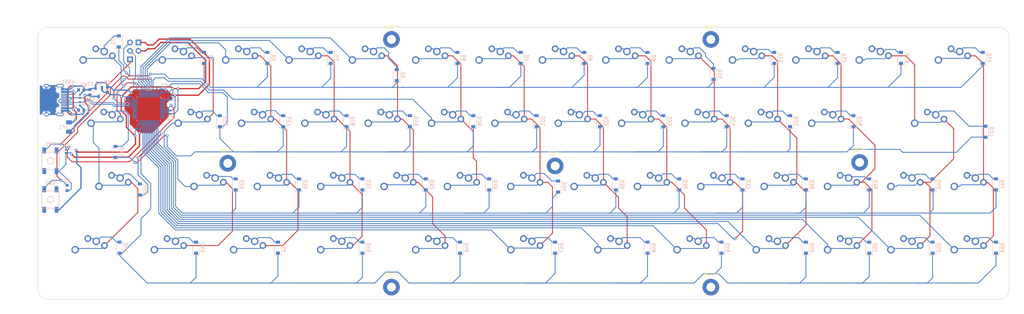
<source format=kicad_pcb>
(kicad_pcb (version 20171130) (host pcbnew "(5.1.4-0-10_14)")
  (layers (0 F.Cu signal) (31 B.Cu signal) (34 B.Paste user) (35 F.Paste user) (36 B.SilkS user) (37 F.SilkS user) (38 B.Mask user) (39 F.Mask user) (44 Edge.Cuts user))
  (net 0 "")
  (net 1 GND)
  (net 2 +3V3)
  (net 3 NRST)
  (net 4 "Net-(C7-Pad1)")
  (net 5 "Net-(D1-Pad2)")
  (net 6 ROW0)
  (net 7 "Net-(D2-Pad2)")
  (net 8 "Net-(D3-Pad2)")
  (net 9 "Net-(D4-Pad2)")
  (net 10 "Net-(D5-Pad2)")
  (net 11 "Net-(D6-Pad2)")
  (net 12 "Net-(D7-Pad2)")
  (net 13 "Net-(D8-Pad2)")
  (net 14 "Net-(D9-Pad2)")
  (net 15 "Net-(D10-Pad2)")
  (net 16 "Net-(D11-Pad2)")
  (net 17 "Net-(D12-Pad2)")
  (net 18 "Net-(D13-Pad2)")
  (net 19 "Net-(D14-Pad2)")
  (net 20 "Net-(D15-Pad2)")
  (net 21 ROW1)
  (net 22 "Net-(D16-Pad2)")
  (net 23 "Net-(D17-Pad2)")
  (net 24 "Net-(D18-Pad2)")
  (net 25 "Net-(D19-Pad2)")
  (net 26 "Net-(D20-Pad2)")
  (net 27 "Net-(D21-Pad2)")
  (net 28 "Net-(D22-Pad2)")
  (net 29 "Net-(D23-Pad2)")
  (net 30 "Net-(D24-Pad2)")
  (net 31 "Net-(D25-Pad2)")
  (net 32 "Net-(D26-Pad2)")
  (net 33 "Net-(D27-Pad2)")
  (net 34 "Net-(D28-Pad2)")
  (net 35 ROW2)
  (net 36 "Net-(D29-Pad2)")
  (net 37 "Net-(D30-Pad2)")
  (net 38 "Net-(D31-Pad2)")
  (net 39 "Net-(D32-Pad2)")
  (net 40 "Net-(D33-Pad2)")
  (net 41 "Net-(D34-Pad2)")
  (net 42 "Net-(D35-Pad2)")
  (net 43 "Net-(D36-Pad2)")
  (net 44 "Net-(D37-Pad2)")
  (net 45 "Net-(D38-Pad2)")
  (net 46 "Net-(D39-Pad2)")
  (net 47 "Net-(D40-Pad2)")
  (net 48 "Net-(D41-Pad2)")
  (net 49 "Net-(D42-Pad2)")
  (net 50 ROW3)
  (net 51 "Net-(D43-Pad2)")
  (net 52 "Net-(D44-Pad2)")
  (net 53 "Net-(D45-Pad2)")
  (net 54 "Net-(D46-Pad2)")
  (net 55 "Net-(D47-Pad2)")
  (net 56 "Net-(D48-Pad2)")
  (net 57 "Net-(D49-Pad2)")
  (net 58 "Net-(D50-Pad2)")
  (net 59 "Net-(D51-Pad2)")
  (net 60 "Net-(D52-Pad2)")
  (net 61 "Net-(D53-Pad2)")
  (net 62 D-)
  (net 63 D+)
  (net 64 "Net-(F1-Pad2)")
  (net 65 SWDIO)
  (net 66 SWCLK)
  (net 67 COL0)
  (net 68 COL1)
  (net 69 COL2)
  (net 70 COL3)
  (net 71 COL4)
  (net 72 COL5)
  (net 73 COL6)
  (net 74 COL7)
  (net 75 COL8)
  (net 76 COL9)
  (net 77 COL10)
  (net 78 COL11)
  (net 79 COL12)
  (net 80 COL13)
  (net 81 "Net-(R1-Pad1)")
  (net 82 "Net-(R2-Pad1)")
  (net 83 "Net-(R3-Pad1)")
  (net 84 "Net-(U1-Pad31)")
  (net 85 "Net-(U1-Pad30)")
  (net 86 "Net-(U1-Pad29)")
  (net 87 "Net-(U1-Pad28)")
  (net 88 "Net-(U1-Pad27)")
  (net 89 "Net-(U1-Pad26)")
  (net 90 "Net-(U1-Pad25)")
  (net 91 "Net-(U1-Pad12)")
  (net 92 "Net-(U1-Pad11)")
  (net 93 "Net-(U1-Pad10)")
  (net 94 "Net-(U1-Pad6)")
  (net 95 "Net-(U1-Pad5)")
  (net 96 "Net-(U1-Pad4)")
  (net 97 "Net-(U1-Pad3)")
  (net 98 "Net-(U1-Pad2)")
  (net 99 "Net-(USB1-Pad3)")
  (net 100 "Net-(USB1-Pad9)")
  (module MX_Only:MXOnly-1U-NoLED (layer F.Cu) (at 61.9125 61.9125)
    (fp_text reference MX29)
    (fp_text value MX-NoLED)
    (pad "" np_thru_hole circle (at 5.08 0 48.0996) (size 1.75 1.75) (drill 1.75) (layers *.Cu *.Mask))
    (pad "" np_thru_hole circle (at -5.08 0 48.0996) (size 1.75 1.75) (drill 1.75) (layers *.Cu *.Mask))
    (pad 1 thru_hole circle (at -3.81 -2.54) (size 2.25 2.25) (drill 1.47) (layers *.Cu B.Mask) (net 68 COL1))
    (pad "" np_thru_hole circle (at 0 0) (size 3.9878 3.9878) (drill 3.9878) (layers *.Cu *.Mask))
    (pad 2 thru_hole circle (at 2.54 -5.08) (size 2.25 2.25) (drill 1.47) (layers *.Cu B.Mask) (net 36 "Net-(D29-Pad2)"))
  )
  (module MX_Only:MXOnly-1.75U-NoLED (layer F.Cu) (at 30.95625 42.8625)
    (fp_text reference MX15)
    (fp_text value MX-NoLED)
    (pad "" np_thru_hole circle (at 5.08 0 48.0996) (size 1.75 1.75) (drill 1.75) (layers *.Cu *.Mask))
    (pad "" np_thru_hole circle (at -5.08 0 48.0996) (size 1.75 1.75) (drill 1.75) (layers *.Cu *.Mask))
    (pad 1 thru_hole circle (at -3.81 -2.54) (size 2.25 2.25) (drill 1.47) (layers *.Cu B.Mask) (net 67 COL0))
    (pad "" np_thru_hole circle (at 0 0) (size 3.9878 3.9878) (drill 3.9878) (layers *.Cu *.Mask))
    (pad 2 thru_hole circle (at 2.54 -5.08) (size 2.25 2.25) (drill 1.47) (layers *.Cu B.Mask) (net 20 "Net-(D15-Pad2)"))
  )
  (module Kailh_Choc:KailhChoc-1U (layer F.Cu) (at 30.95625 42.8625)
    (fp_text reference MX68)
    (fp_text value MX-NoLED)
    (pad 2 thru_hole circle (at 0 -5.9) (size 2 2) (drill 1.2) (layers *.Cu B.Mask) (net 20 "Net-(D15-Pad2)"))
    (pad "" np_thru_hole circle (at 0 0) (size 3.4 3.4) (drill 3.4) (layers *.Cu *.Mask))
    (pad 1 thru_hole circle (at 5 -3.8) (size 2 2) (drill 1.2) (layers *.Cu B.Mask) (net 67 COL0))
    (pad "" np_thru_hole circle (at -5.5 0 48.1) (size 1.9 1.9) (drill 1.9) (layers *.Cu *.Mask))
    (pad "" np_thru_hole circle (at 5.5 0 48.1) (size 1.9 1.9) (drill 1.9) (layers *.Cu *.Mask))
    (pad "" np_thru_hole circle (at -5.22 4.2) (size 1.2 1.2) (drill 1.2) (layers *.Cu *.Mask))
  )
  (module MX_Only:MXOnly-1U-NoLED (layer F.Cu) (at 109.5375 23.8125)
    (fp_text reference MX5)
    (fp_text value MX-NoLED)
    (pad "" np_thru_hole circle (at 5.08 0 48.0996) (size 1.75 1.75) (drill 1.75) (layers *.Cu *.Mask))
    (pad "" np_thru_hole circle (at -5.08 0 48.0996) (size 1.75 1.75) (drill 1.75) (layers *.Cu *.Mask))
    (pad 1 thru_hole circle (at -3.81 -2.54) (size 2.25 2.25) (drill 1.47) (layers *.Cu B.Mask) (net 71 COL4))
    (pad "" np_thru_hole circle (at 0 0) (size 3.9878 3.9878) (drill 3.9878) (layers *.Cu *.Mask))
    (pad 2 thru_hole circle (at 2.54 -5.08) (size 2.25 2.25) (drill 1.47) (layers *.Cu B.Mask) (net 10 "Net-(D5-Pad2)"))
  )
  (module MX_Only:MXOnly-1.5U-NoLED (layer F.Cu) (at 28.575 23.8125)
    (fp_text reference MX1)
    (fp_text value MX-NoLED)
    (pad "" np_thru_hole circle (at 5.08 0 48.0996) (size 1.75 1.75) (drill 1.75) (layers *.Cu *.Mask))
    (pad "" np_thru_hole circle (at -5.08 0 48.0996) (size 1.75 1.75) (drill 1.75) (layers *.Cu *.Mask))
    (pad 1 thru_hole circle (at -3.81 -2.54) (size 2.25 2.25) (drill 1.47) (layers *.Cu B.Mask) (net 67 COL0))
    (pad "" np_thru_hole circle (at 0 0) (size 3.9878 3.9878) (drill 3.9878) (layers *.Cu *.Mask))
    (pad 2 thru_hole circle (at 2.54 -5.08) (size 2.25 2.25) (drill 1.47) (layers *.Cu B.Mask) (net 5 "Net-(D1-Pad2)"))
  )
  (module MX_Only:MXOnly-1U-NoLED (layer F.Cu) (at 52.3875 23.8125)
    (fp_text reference MX2)
    (fp_text value MX-NoLED)
    (pad "" np_thru_hole circle (at 5.08 0 48.0996) (size 1.75 1.75) (drill 1.75) (layers *.Cu *.Mask))
    (pad "" np_thru_hole circle (at -5.08 0 48.0996) (size 1.75 1.75) (drill 1.75) (layers *.Cu *.Mask))
    (pad 1 thru_hole circle (at -3.81 -2.54) (size 2.25 2.25) (drill 1.47) (layers *.Cu B.Mask) (net 68 COL1))
    (pad "" np_thru_hole circle (at 0 0) (size 3.9878 3.9878) (drill 3.9878) (layers *.Cu *.Mask))
    (pad 2 thru_hole circle (at 2.54 -5.08) (size 2.25 2.25) (drill 1.47) (layers *.Cu B.Mask) (net 7 "Net-(D2-Pad2)"))
  )
  (module Kailh_Choc:KailhChoc-1U (layer F.Cu) (at 278.60625 42.8625)
    (fp_text reference MX80)
    (fp_text value MX-NoLED)
    (pad 2 thru_hole circle (at 0 -5.9) (size 2 2) (drill 1.2) (layers *.Cu B.Mask) (net 33 "Net-(D27-Pad2)"))
    (pad "" np_thru_hole circle (at 0 0) (size 3.4 3.4) (drill 3.4) (layers *.Cu *.Mask))
    (pad 1 thru_hole circle (at 5 -3.8) (size 2 2) (drill 1.2) (layers *.Cu B.Mask) (net 79 COL12))
    (pad "" np_thru_hole circle (at -5.5 0 48.1) (size 1.9 1.9) (drill 1.9) (layers *.Cu *.Mask))
    (pad "" np_thru_hole circle (at 5.5 0 48.1) (size 1.9 1.9) (drill 1.9) (layers *.Cu *.Mask))
    (pad "" np_thru_hole circle (at -5.22 4.2) (size 1.2 1.2) (drill 1.2) (layers *.Cu *.Mask))
  )
  (module Kailh_Choc:KailhChoc-1U (layer F.Cu) (at 171.45 42.8625)
    (fp_text reference MX75)
    (fp_text value MX-NoLED)
    (pad 2 thru_hole circle (at 0 -5.9) (size 2 2) (drill 1.2) (layers *.Cu B.Mask) (net 28 "Net-(D22-Pad2)"))
    (pad "" np_thru_hole circle (at 0 0) (size 3.4 3.4) (drill 3.4) (layers *.Cu *.Mask))
    (pad 1 thru_hole circle (at 5 -3.8) (size 2 2) (drill 1.2) (layers *.Cu B.Mask) (net 74 COL7))
    (pad "" np_thru_hole circle (at -5.5 0 48.1) (size 1.9 1.9) (drill 1.9) (layers *.Cu *.Mask))
    (pad "" np_thru_hole circle (at 5.5 0 48.1) (size 1.9 1.9) (drill 1.9) (layers *.Cu *.Mask))
    (pad "" np_thru_hole circle (at -5.22 4.2) (size 1.2 1.2) (drill 1.2) (layers *.Cu *.Mask))
  )
  (module Kailh_Choc:KailhChoc-1U (layer F.Cu) (at 57.15 42.8625)
    (fp_text reference MX69)
    (fp_text value MX-NoLED)
    (pad 2 thru_hole circle (at 0 -5.9) (size 2 2) (drill 1.2) (layers *.Cu B.Mask) (net 22 "Net-(D16-Pad2)"))
    (pad "" np_thru_hole circle (at 0 0) (size 3.4 3.4) (drill 3.4) (layers *.Cu *.Mask))
    (pad 1 thru_hole circle (at 5 -3.8) (size 2 2) (drill 1.2) (layers *.Cu B.Mask) (net 68 COL1))
    (pad "" np_thru_hole circle (at -5.5 0 48.1) (size 1.9 1.9) (drill 1.9) (layers *.Cu *.Mask))
    (pad "" np_thru_hole circle (at 5.5 0 48.1) (size 1.9 1.9) (drill 1.9) (layers *.Cu *.Mask))
    (pad "" np_thru_hole circle (at -5.22 4.2) (size 1.2 1.2) (drill 1.2) (layers *.Cu *.Mask))
  )
  (module Kailh_Choc:KailhChoc-1U (layer F.Cu) (at 76.2 42.8625)
    (fp_text reference MX70)
    (fp_text value MX-NoLED)
    (pad 2 thru_hole circle (at 0 -5.9) (size 2 2) (drill 1.2) (layers *.Cu B.Mask) (net 23 "Net-(D17-Pad2)"))
    (pad "" np_thru_hole circle (at 0 0) (size 3.4 3.4) (drill 3.4) (layers *.Cu *.Mask))
    (pad 1 thru_hole circle (at 5 -3.8) (size 2 2) (drill 1.2) (layers *.Cu B.Mask) (net 69 COL2))
    (pad "" np_thru_hole circle (at -5.5 0 48.1) (size 1.9 1.9) (drill 1.9) (layers *.Cu *.Mask))
    (pad "" np_thru_hole circle (at 5.5 0 48.1) (size 1.9 1.9) (drill 1.9) (layers *.Cu *.Mask))
    (pad "" np_thru_hole circle (at -5.22 4.2) (size 1.2 1.2) (drill 1.2) (layers *.Cu *.Mask))
  )
  (module Kailh_Choc:KailhChoc-1U (layer F.Cu) (at 223.8375 23.8125)
    (fp_text reference MX64)
    (fp_text value MX-NoLED)
    (pad 2 thru_hole circle (at 0 -5.9) (size 2 2) (drill 1.2) (layers *.Cu B.Mask) (net 16 "Net-(D11-Pad2)"))
    (pad "" np_thru_hole circle (at 0 0) (size 3.4 3.4) (drill 3.4) (layers *.Cu *.Mask))
    (pad 1 thru_hole circle (at 5 -3.8) (size 2 2) (drill 1.2) (layers *.Cu B.Mask) (net 77 COL10))
    (pad "" np_thru_hole circle (at -5.5 0 48.1) (size 1.9 1.9) (drill 1.9) (layers *.Cu *.Mask))
    (pad "" np_thru_hole circle (at 5.5 0 48.1) (size 1.9 1.9) (drill 1.9) (layers *.Cu *.Mask))
    (pad "" np_thru_hole circle (at -5.22 4.2) (size 1.2 1.2) (drill 1.2) (layers *.Cu *.Mask))
  )
  (module Kailh_Choc:KailhChoc-1U (layer F.Cu) (at 242.8875 23.8125)
    (fp_text reference MX65)
    (fp_text value MX-NoLED)
    (pad 2 thru_hole circle (at 0 -5.9) (size 2 2) (drill 1.2) (layers *.Cu B.Mask) (net 17 "Net-(D12-Pad2)"))
    (pad "" np_thru_hole circle (at 0 0) (size 3.4 3.4) (drill 3.4) (layers *.Cu *.Mask))
    (pad 1 thru_hole circle (at 5 -3.8) (size 2 2) (drill 1.2) (layers *.Cu B.Mask) (net 78 COL11))
    (pad "" np_thru_hole circle (at -5.5 0 48.1) (size 1.9 1.9) (drill 1.9) (layers *.Cu *.Mask))
    (pad "" np_thru_hole circle (at 5.5 0 48.1) (size 1.9 1.9) (drill 1.9) (layers *.Cu *.Mask))
    (pad "" np_thru_hole circle (at -5.22 4.2) (size 1.2 1.2) (drill 1.2) (layers *.Cu *.Mask))
  )
  (module Kailh_Choc:KailhChoc-1U (layer F.Cu) (at 147.6375 23.8125)
    (fp_text reference MX60)
    (fp_text value MX-NoLED)
    (pad 2 thru_hole circle (at 0 -5.9) (size 2 2) (drill 1.2) (layers *.Cu B.Mask) (net 12 "Net-(D7-Pad2)"))
    (pad "" np_thru_hole circle (at 0 0) (size 3.4 3.4) (drill 3.4) (layers *.Cu *.Mask))
    (pad 1 thru_hole circle (at 5 -3.8) (size 2 2) (drill 1.2) (layers *.Cu B.Mask) (net 73 COL6))
    (pad "" np_thru_hole circle (at -5.5 0 48.1) (size 1.9 1.9) (drill 1.9) (layers *.Cu *.Mask))
    (pad "" np_thru_hole circle (at 5.5 0 48.1) (size 1.9 1.9) (drill 1.9) (layers *.Cu *.Mask))
    (pad "" np_thru_hole circle (at -5.22 4.2) (size 1.2 1.2) (drill 1.2) (layers *.Cu *.Mask))
  )
  (module Kailh_Choc:KailhChoc-1U (layer F.Cu) (at 166.6875 23.8125)
    (fp_text reference MX61)
    (fp_text value MX-NoLED)
    (pad 2 thru_hole circle (at 0 -5.9) (size 2 2) (drill 1.2) (layers *.Cu B.Mask) (net 13 "Net-(D8-Pad2)"))
    (pad "" np_thru_hole circle (at 0 0) (size 3.4 3.4) (drill 3.4) (layers *.Cu *.Mask))
    (pad 1 thru_hole circle (at 5 -3.8) (size 2 2) (drill 1.2) (layers *.Cu B.Mask) (net 74 COL7))
    (pad "" np_thru_hole circle (at -5.5 0 48.1) (size 1.9 1.9) (drill 1.9) (layers *.Cu *.Mask))
    (pad "" np_thru_hole circle (at 5.5 0 48.1) (size 1.9 1.9) (drill 1.9) (layers *.Cu *.Mask))
    (pad "" np_thru_hole circle (at -5.22 4.2) (size 1.2 1.2) (drill 1.2) (layers *.Cu *.Mask))
  )
  (module Kailh_Choc:KailhChoc-1U (layer F.Cu) (at 90.4875 23.8125)
    (fp_text reference MX57)
    (fp_text value MX-NoLED)
    (pad 2 thru_hole circle (at 0 -5.9) (size 2 2) (drill 1.2) (layers *.Cu B.Mask) (net 9 "Net-(D4-Pad2)"))
    (pad "" np_thru_hole circle (at 0 0) (size 3.4 3.4) (drill 3.4) (layers *.Cu *.Mask))
    (pad 1 thru_hole circle (at 5 -3.8) (size 2 2) (drill 1.2) (layers *.Cu B.Mask) (net 70 COL3))
    (pad "" np_thru_hole circle (at -5.5 0 48.1) (size 1.9 1.9) (drill 1.9) (layers *.Cu *.Mask))
    (pad "" np_thru_hole circle (at 5.5 0 48.1) (size 1.9 1.9) (drill 1.9) (layers *.Cu *.Mask))
    (pad "" np_thru_hole circle (at -5.22 4.2) (size 1.2 1.2) (drill 1.2) (layers *.Cu *.Mask))
  )
  (module Kailh_Choc:KailhChoc-1U (layer F.Cu) (at 52.3875 23.8125)
    (fp_text reference MX55)
    (fp_text value MX-NoLED)
    (pad 2 thru_hole circle (at 0 -5.9) (size 2 2) (drill 1.2) (layers *.Cu B.Mask) (net 7 "Net-(D2-Pad2)"))
    (pad "" np_thru_hole circle (at 0 0) (size 3.4 3.4) (drill 3.4) (layers *.Cu *.Mask))
    (pad 1 thru_hole circle (at 5 -3.8) (size 2 2) (drill 1.2) (layers *.Cu B.Mask) (net 68 COL1))
    (pad "" np_thru_hole circle (at -5.5 0 48.1) (size 1.9 1.9) (drill 1.9) (layers *.Cu *.Mask))
    (pad "" np_thru_hole circle (at 5.5 0 48.1) (size 1.9 1.9) (drill 1.9) (layers *.Cu *.Mask))
    (pad "" np_thru_hole circle (at -5.22 4.2) (size 1.2 1.2) (drill 1.2) (layers *.Cu *.Mask))
  )
  (module Kailh_Choc:KailhChoc-1U (layer F.Cu) (at 109.5375 23.8125)
    (fp_text reference MX58)
    (fp_text value MX-NoLED)
    (pad 2 thru_hole circle (at 0 -5.9) (size 2 2) (drill 1.2) (layers *.Cu B.Mask) (net 10 "Net-(D5-Pad2)"))
    (pad "" np_thru_hole circle (at 0 0) (size 3.4 3.4) (drill 3.4) (layers *.Cu *.Mask))
    (pad 1 thru_hole circle (at 5 -3.8) (size 2 2) (drill 1.2) (layers *.Cu B.Mask) (net 71 COL4))
    (pad "" np_thru_hole circle (at -5.5 0 48.1) (size 1.9 1.9) (drill 1.9) (layers *.Cu *.Mask))
    (pad "" np_thru_hole circle (at 5.5 0 48.1) (size 1.9 1.9) (drill 1.9) (layers *.Cu *.Mask))
    (pad "" np_thru_hole circle (at -5.22 4.2) (size 1.2 1.2) (drill 1.2) (layers *.Cu *.Mask))
  )
  (module Kailh_Choc:KailhChoc-1U (layer F.Cu) (at 33.3375 61.9125)
    (fp_text reference MX81)
    (fp_text value MX-NoLED)
    (pad 2 thru_hole circle (at 0 -5.9) (size 2 2) (drill 1.2) (layers *.Cu B.Mask) (net 34 "Net-(D28-Pad2)"))
    (pad "" np_thru_hole circle (at 0 0) (size 3.4 3.4) (drill 3.4) (layers *.Cu *.Mask))
    (pad 1 thru_hole circle (at 5 -3.8) (size 2 2) (drill 1.2) (layers *.Cu B.Mask) (net 67 COL0))
    (pad "" np_thru_hole circle (at -5.5 0 48.1) (size 1.9 1.9) (drill 1.9) (layers *.Cu *.Mask))
    (pad "" np_thru_hole circle (at 5.5 0 48.1) (size 1.9 1.9) (drill 1.9) (layers *.Cu *.Mask))
    (pad "" np_thru_hole circle (at -5.22 4.2) (size 1.2 1.2) (drill 1.2) (layers *.Cu *.Mask))
  )
  (module Kailh_Choc:KailhChoc-1U (layer F.Cu) (at 190.5 42.8625)
    (fp_text reference MX76)
    (fp_text value MX-NoLED)
    (pad 2 thru_hole circle (at 0 -5.9) (size 2 2) (drill 1.2) (layers *.Cu B.Mask) (net 29 "Net-(D23-Pad2)"))
    (pad "" np_thru_hole circle (at 0 0) (size 3.4 3.4) (drill 3.4) (layers *.Cu *.Mask))
    (pad 1 thru_hole circle (at 5 -3.8) (size 2 2) (drill 1.2) (layers *.Cu B.Mask) (net 75 COL8))
    (pad "" np_thru_hole circle (at -5.5 0 48.1) (size 1.9 1.9) (drill 1.9) (layers *.Cu *.Mask))
    (pad "" np_thru_hole circle (at 5.5 0 48.1) (size 1.9 1.9) (drill 1.9) (layers *.Cu *.Mask))
    (pad "" np_thru_hole circle (at -5.22 4.2) (size 1.2 1.2) (drill 1.2) (layers *.Cu *.Mask))
  )
  (module Kailh_Choc:KailhChoc-1U (layer F.Cu) (at 95.25 42.8625)
    (fp_text reference MX71)
    (fp_text value MX-NoLED)
    (pad 2 thru_hole circle (at 0 -5.9) (size 2 2) (drill 1.2) (layers *.Cu B.Mask) (net 24 "Net-(D18-Pad2)"))
    (pad "" np_thru_hole circle (at 0 0) (size 3.4 3.4) (drill 3.4) (layers *.Cu *.Mask))
    (pad 1 thru_hole circle (at 5 -3.8) (size 2 2) (drill 1.2) (layers *.Cu B.Mask) (net 70 COL3))
    (pad "" np_thru_hole circle (at -5.5 0 48.1) (size 1.9 1.9) (drill 1.9) (layers *.Cu *.Mask))
    (pad "" np_thru_hole circle (at 5.5 0 48.1) (size 1.9 1.9) (drill 1.9) (layers *.Cu *.Mask))
    (pad "" np_thru_hole circle (at -5.22 4.2) (size 1.2 1.2) (drill 1.2) (layers *.Cu *.Mask))
  )
  (module Kailh_Choc:KailhChoc-1U (layer F.Cu) (at 261.9375 23.8125)
    (fp_text reference MX66)
    (fp_text value MX-NoLED)
    (pad 2 thru_hole circle (at 0 -5.9) (size 2 2) (drill 1.2) (layers *.Cu B.Mask) (net 18 "Net-(D13-Pad2)"))
    (pad "" np_thru_hole circle (at 0 0) (size 3.4 3.4) (drill 3.4) (layers *.Cu *.Mask))
    (pad 1 thru_hole circle (at 5 -3.8) (size 2 2) (drill 1.2) (layers *.Cu B.Mask) (net 79 COL12))
    (pad "" np_thru_hole circle (at -5.5 0 48.1) (size 1.9 1.9) (drill 1.9) (layers *.Cu *.Mask))
    (pad "" np_thru_hole circle (at 5.5 0 48.1) (size 1.9 1.9) (drill 1.9) (layers *.Cu *.Mask))
    (pad "" np_thru_hole circle (at -5.22 4.2) (size 1.2 1.2) (drill 1.2) (layers *.Cu *.Mask))
  )
  (module Kailh_Choc:KailhChoc-1U (layer F.Cu) (at 185.7375 23.8125)
    (fp_text reference MX62)
    (fp_text value MX-NoLED)
    (pad 2 thru_hole circle (at 0 -5.9) (size 2 2) (drill 1.2) (layers *.Cu B.Mask) (net 14 "Net-(D9-Pad2)"))
    (pad "" np_thru_hole circle (at 0 0) (size 3.4 3.4) (drill 3.4) (layers *.Cu *.Mask))
    (pad 1 thru_hole circle (at 5 -3.8) (size 2 2) (drill 1.2) (layers *.Cu B.Mask) (net 75 COL8))
    (pad "" np_thru_hole circle (at -5.5 0 48.1) (size 1.9 1.9) (drill 1.9) (layers *.Cu *.Mask))
    (pad "" np_thru_hole circle (at 5.5 0 48.1) (size 1.9 1.9) (drill 1.9) (layers *.Cu *.Mask))
    (pad "" np_thru_hole circle (at -5.22 4.2) (size 1.2 1.2) (drill 1.2) (layers *.Cu *.Mask))
  )
  (module Kailh_Choc:KailhChoc-1U (layer F.Cu) (at 114.3 42.8625)
    (fp_text reference MX72)
    (fp_text value MX-NoLED)
    (pad 2 thru_hole circle (at 0 -5.9) (size 2 2) (drill 1.2) (layers *.Cu B.Mask) (net 25 "Net-(D19-Pad2)"))
    (pad "" np_thru_hole circle (at 0 0) (size 3.4 3.4) (drill 3.4) (layers *.Cu *.Mask))
    (pad 1 thru_hole circle (at 5 -3.8) (size 2 2) (drill 1.2) (layers *.Cu B.Mask) (net 71 COL4))
    (pad "" np_thru_hole circle (at -5.5 0 48.1) (size 1.9 1.9) (drill 1.9) (layers *.Cu *.Mask))
    (pad "" np_thru_hole circle (at 5.5 0 48.1) (size 1.9 1.9) (drill 1.9) (layers *.Cu *.Mask))
    (pad "" np_thru_hole circle (at -5.22 4.2) (size 1.2 1.2) (drill 1.2) (layers *.Cu *.Mask))
  )
  (module Kailh_Choc:KailhChoc-1U (layer F.Cu) (at 285.75 23.8125)
    (fp_text reference MX67)
    (fp_text value MX-NoLED)
    (pad 2 thru_hole circle (at 0 -5.9) (size 2 2) (drill 1.2) (layers *.Cu B.Mask) (net 19 "Net-(D14-Pad2)"))
    (pad "" np_thru_hole circle (at 0 0) (size 3.4 3.4) (drill 3.4) (layers *.Cu *.Mask))
    (pad 1 thru_hole circle (at 5 -3.8) (size 2 2) (drill 1.2) (layers *.Cu B.Mask) (net 80 COL13))
    (pad "" np_thru_hole circle (at -5.5 0 48.1) (size 1.9 1.9) (drill 1.9) (layers *.Cu *.Mask))
    (pad "" np_thru_hole circle (at 5.5 0 48.1) (size 1.9 1.9) (drill 1.9) (layers *.Cu *.Mask))
    (pad "" np_thru_hole circle (at -5.22 4.2) (size 1.2 1.2) (drill 1.2) (layers *.Cu *.Mask))
  )
  (module Kailh_Choc:KailhChoc-1U (layer F.Cu) (at 209.55 42.8625)
    (fp_text reference MX77)
    (fp_text value MX-NoLED)
    (pad 2 thru_hole circle (at 0 -5.9) (size 2 2) (drill 1.2) (layers *.Cu B.Mask) (net 30 "Net-(D24-Pad2)"))
    (pad "" np_thru_hole circle (at 0 0) (size 3.4 3.4) (drill 3.4) (layers *.Cu *.Mask))
    (pad 1 thru_hole circle (at 5 -3.8) (size 2 2) (drill 1.2) (layers *.Cu B.Mask) (net 76 COL9))
    (pad "" np_thru_hole circle (at -5.5 0 48.1) (size 1.9 1.9) (drill 1.9) (layers *.Cu *.Mask))
    (pad "" np_thru_hole circle (at 5.5 0 48.1) (size 1.9 1.9) (drill 1.9) (layers *.Cu *.Mask))
    (pad "" np_thru_hole circle (at -5.22 4.2) (size 1.2 1.2) (drill 1.2) (layers *.Cu *.Mask))
  )
  (module Kailh_Choc:KailhChoc-1U (layer F.Cu) (at 61.9125 61.9125)
    (fp_text reference MX82)
    (fp_text value MX-NoLED)
    (pad 2 thru_hole circle (at 0 -5.9) (size 2 2) (drill 1.2) (layers *.Cu B.Mask) (net 36 "Net-(D29-Pad2)"))
    (pad "" np_thru_hole circle (at 0 0) (size 3.4 3.4) (drill 3.4) (layers *.Cu *.Mask))
    (pad 1 thru_hole circle (at 5 -3.8) (size 2 2) (drill 1.2) (layers *.Cu B.Mask) (net 68 COL1))
    (pad "" np_thru_hole circle (at -5.5 0 48.1) (size 1.9 1.9) (drill 1.9) (layers *.Cu *.Mask))
    (pad "" np_thru_hole circle (at 5.5 0 48.1) (size 1.9 1.9) (drill 1.9) (layers *.Cu *.Mask))
    (pad "" np_thru_hole circle (at -5.22 4.2) (size 1.2 1.2) (drill 1.2) (layers *.Cu *.Mask))
  )
  (module Kailh_Choc:KailhChoc-1U (layer F.Cu) (at 176.2125 61.9125)
    (fp_text reference MX88)
    (fp_text value MX-NoLED)
    (pad 2 thru_hole circle (at 0 -5.9) (size 2 2) (drill 1.2) (layers *.Cu B.Mask) (net 42 "Net-(D35-Pad2)"))
    (pad "" np_thru_hole circle (at 0 0) (size 3.4 3.4) (drill 3.4) (layers *.Cu *.Mask))
    (pad 1 thru_hole circle (at 5 -3.8) (size 2 2) (drill 1.2) (layers *.Cu B.Mask) (net 74 COL7))
    (pad "" np_thru_hole circle (at -5.5 0 48.1) (size 1.9 1.9) (drill 1.9) (layers *.Cu *.Mask))
    (pad "" np_thru_hole circle (at 5.5 0 48.1) (size 1.9 1.9) (drill 1.9) (layers *.Cu *.Mask))
    (pad "" np_thru_hole circle (at -5.22 4.2) (size 1.2 1.2) (drill 1.2) (layers *.Cu *.Mask))
  )
  (module Kailh_Choc:KailhChoc-1U (layer F.Cu) (at 157.1625 61.9125)
    (fp_text reference MX87)
    (fp_text value MX-NoLED)
    (pad 2 thru_hole circle (at 0 -5.9) (size 2 2) (drill 1.2) (layers *.Cu B.Mask) (net 41 "Net-(D34-Pad2)"))
    (pad "" np_thru_hole circle (at 0 0) (size 3.4 3.4) (drill 3.4) (layers *.Cu *.Mask))
    (pad 1 thru_hole circle (at 5 -3.8) (size 2 2) (drill 1.2) (layers *.Cu B.Mask) (net 73 COL6))
    (pad "" np_thru_hole circle (at -5.5 0 48.1) (size 1.9 1.9) (drill 1.9) (layers *.Cu *.Mask))
    (pad "" np_thru_hole circle (at 5.5 0 48.1) (size 1.9 1.9) (drill 1.9) (layers *.Cu *.Mask))
    (pad "" np_thru_hole circle (at -5.22 4.2) (size 1.2 1.2) (drill 1.2) (layers *.Cu *.Mask))
  )
  (module Kailh_Choc:KailhChoc-1U (layer F.Cu) (at 271.4625 61.9125)
    (fp_text reference MX93)
    (fp_text value MX-NoLED)
    (pad 2 thru_hole circle (at 0 -5.9) (size 2 2) (drill 1.2) (layers *.Cu B.Mask) (net 47 "Net-(D40-Pad2)"))
    (pad "" np_thru_hole circle (at 0 0) (size 3.4 3.4) (drill 3.4) (layers *.Cu *.Mask))
    (pad 1 thru_hole circle (at 5 -3.8) (size 2 2) (drill 1.2) (layers *.Cu B.Mask) (net 79 COL12))
    (pad "" np_thru_hole circle (at -5.5 0 48.1) (size 1.9 1.9) (drill 1.9) (layers *.Cu *.Mask))
    (pad "" np_thru_hole circle (at 5.5 0 48.1) (size 1.9 1.9) (drill 1.9) (layers *.Cu *.Mask))
    (pad "" np_thru_hole circle (at -5.22 4.2) (size 1.2 1.2) (drill 1.2) (layers *.Cu *.Mask))
  )
  (module Kailh_Choc:KailhChoc-1U (layer F.Cu) (at 128.5875 80.9625)
    (fp_text reference MX99)
    (fp_text value MX-NoLED)
    (pad 2 thru_hole circle (at 0 -5.9) (size 2 2) (drill 1.2) (layers *.Cu B.Mask) (net 54 "Net-(D46-Pad2)"))
    (pad "" np_thru_hole circle (at 0 0) (size 3.4 3.4) (drill 3.4) (layers *.Cu *.Mask))
    (pad 1 thru_hole circle (at 5 -3.8) (size 2 2) (drill 1.2) (layers *.Cu B.Mask) (net 71 COL4))
    (pad "" np_thru_hole circle (at -5.5 0 48.1) (size 1.9 1.9) (drill 1.9) (layers *.Cu *.Mask))
    (pad "" np_thru_hole circle (at 5.5 0 48.1) (size 1.9 1.9) (drill 1.9) (layers *.Cu *.Mask))
    (pad "" np_thru_hole circle (at -5.22 4.2) (size 1.2 1.2) (drill 1.2) (layers *.Cu *.Mask))
  )
  (module Kailh_Choc:KailhChoc-1U (layer F.Cu) (at 252.4125 80.9625)
    (fp_text reference MX104)
    (fp_text value MX-NoLED)
    (pad 2 thru_hole circle (at 0 -5.9) (size 2 2) (drill 1.2) (layers *.Cu B.Mask) (net 59 "Net-(D51-Pad2)"))
    (pad "" np_thru_hole circle (at 0 0) (size 3.4 3.4) (drill 3.4) (layers *.Cu *.Mask))
    (pad 1 thru_hole circle (at 5 -3.8) (size 2 2) (drill 1.2) (layers *.Cu B.Mask) (net 78 COL11))
    (pad "" np_thru_hole circle (at -5.5 0 48.1) (size 1.9 1.9) (drill 1.9) (layers *.Cu *.Mask))
    (pad "" np_thru_hole circle (at 5.5 0 48.1) (size 1.9 1.9) (drill 1.9) (layers *.Cu *.Mask))
    (pad "" np_thru_hole circle (at -5.22 4.2) (size 1.2 1.2) (drill 1.2) (layers *.Cu *.Mask))
  )
  (module Kailh_Choc:KailhChoc-1U (layer F.Cu) (at 157.1625 80.9625)
    (fp_text reference MX100)
    (fp_text value MX-NoLED)
    (pad 2 thru_hole circle (at 0 -5.9) (size 2 2) (drill 1.2) (layers *.Cu B.Mask) (net 55 "Net-(D47-Pad2)"))
    (pad "" np_thru_hole circle (at 0 0) (size 3.4 3.4) (drill 3.4) (layers *.Cu *.Mask))
    (pad 1 thru_hole circle (at 5 -3.8) (size 2 2) (drill 1.2) (layers *.Cu B.Mask) (net 73 COL6))
    (pad "" np_thru_hole circle (at -5.5 0 48.1) (size 1.9 1.9) (drill 1.9) (layers *.Cu *.Mask))
    (pad "" np_thru_hole circle (at 5.5 0 48.1) (size 1.9 1.9) (drill 1.9) (layers *.Cu *.Mask))
    (pad "" np_thru_hole circle (at -5.22 4.2) (size 1.2 1.2) (drill 1.2) (layers *.Cu *.Mask))
  )
  (module Kailh_Choc:KailhChoc-1U (layer F.Cu) (at 271.4625 80.9625)
    (fp_text reference MX105)
    (fp_text value MX-NoLED)
    (pad 2 thru_hole circle (at 0 -5.9) (size 2 2) (drill 1.2) (layers *.Cu B.Mask) (net 60 "Net-(D52-Pad2)"))
    (pad "" np_thru_hole circle (at 0 0) (size 3.4 3.4) (drill 3.4) (layers *.Cu *.Mask))
    (pad 1 thru_hole circle (at 5 -3.8) (size 2 2) (drill 1.2) (layers *.Cu B.Mask) (net 79 COL12))
    (pad "" np_thru_hole circle (at -5.5 0 48.1) (size 1.9 1.9) (drill 1.9) (layers *.Cu *.Mask))
    (pad "" np_thru_hole circle (at 5.5 0 48.1) (size 1.9 1.9) (drill 1.9) (layers *.Cu *.Mask))
    (pad "" np_thru_hole circle (at -5.22 4.2) (size 1.2 1.2) (drill 1.2) (layers *.Cu *.Mask))
  )
  (module Kailh_Choc:KailhChoc-1U (layer F.Cu) (at 290.5125 61.9125)
    (fp_text reference MX94)
    (fp_text value MX-NoLED)
    (pad 2 thru_hole circle (at 0 -5.9) (size 2 2) (drill 1.2) (layers *.Cu B.Mask) (net 48 "Net-(D41-Pad2)"))
    (pad "" np_thru_hole circle (at 0 0) (size 3.4 3.4) (drill 3.4) (layers *.Cu *.Mask))
    (pad 1 thru_hole circle (at 5 -3.8) (size 2 2) (drill 1.2) (layers *.Cu B.Mask) (net 80 COL13))
    (pad "" np_thru_hole circle (at -5.5 0 48.1) (size 1.9 1.9) (drill 1.9) (layers *.Cu *.Mask))
    (pad "" np_thru_hole circle (at 5.5 0 48.1) (size 1.9 1.9) (drill 1.9) (layers *.Cu *.Mask))
    (pad "" np_thru_hole circle (at -5.22 4.2) (size 1.2 1.2) (drill 1.2) (layers *.Cu *.Mask))
  )
  (module Kailh_Choc:KailhChoc-1U (layer F.Cu) (at 80.9625 61.9125)
    (fp_text reference MX83)
    (fp_text value MX-NoLED)
    (pad 2 thru_hole circle (at 0 -5.9) (size 2 2) (drill 1.2) (layers *.Cu B.Mask) (net 37 "Net-(D30-Pad2)"))
    (pad "" np_thru_hole circle (at 0 0) (size 3.4 3.4) (drill 3.4) (layers *.Cu *.Mask))
    (pad 1 thru_hole circle (at 5 -3.8) (size 2 2) (drill 1.2) (layers *.Cu B.Mask) (net 69 COL2))
    (pad "" np_thru_hole circle (at -5.5 0 48.1) (size 1.9 1.9) (drill 1.9) (layers *.Cu *.Mask))
    (pad "" np_thru_hole circle (at 5.5 0 48.1) (size 1.9 1.9) (drill 1.9) (layers *.Cu *.Mask))
    (pad "" np_thru_hole circle (at -5.22 4.2) (size 1.2 1.2) (drill 1.2) (layers *.Cu *.Mask))
  )
  (module Kailh_Choc:KailhChoc-1U (layer F.Cu) (at 195.2625 61.9125)
    (fp_text reference MX89)
    (fp_text value MX-NoLED)
    (pad 2 thru_hole circle (at 0 -5.9) (size 2 2) (drill 1.2) (layers *.Cu B.Mask) (net 43 "Net-(D36-Pad2)"))
    (pad "" np_thru_hole circle (at 0 0) (size 3.4 3.4) (drill 3.4) (layers *.Cu *.Mask))
    (pad 1 thru_hole circle (at 5 -3.8) (size 2 2) (drill 1.2) (layers *.Cu B.Mask) (net 75 COL8))
    (pad "" np_thru_hole circle (at -5.5 0 48.1) (size 1.9 1.9) (drill 1.9) (layers *.Cu *.Mask))
    (pad "" np_thru_hole circle (at 5.5 0 48.1) (size 1.9 1.9) (drill 1.9) (layers *.Cu *.Mask))
    (pad "" np_thru_hole circle (at -5.22 4.2) (size 1.2 1.2) (drill 1.2) (layers *.Cu *.Mask))
  )
  (module Kailh_Choc:KailhChoc-1U (layer F.Cu) (at 26.19375 80.9625)
    (fp_text reference MX95)
    (fp_text value MX-NoLED)
    (pad 2 thru_hole circle (at 0 -5.9) (size 2 2) (drill 1.2) (layers *.Cu B.Mask) (net 49 "Net-(D42-Pad2)"))
    (pad "" np_thru_hole circle (at 0 0) (size 3.4 3.4) (drill 3.4) (layers *.Cu *.Mask))
    (pad 1 thru_hole circle (at 5 -3.8) (size 2 2) (drill 1.2) (layers *.Cu B.Mask) (net 67 COL0))
    (pad "" np_thru_hole circle (at -5.5 0 48.1) (size 1.9 1.9) (drill 1.9) (layers *.Cu *.Mask))
    (pad "" np_thru_hole circle (at 5.5 0 48.1) (size 1.9 1.9) (drill 1.9) (layers *.Cu *.Mask))
    (pad "" np_thru_hole circle (at -5.22 4.2) (size 1.2 1.2) (drill 1.2) (layers *.Cu *.Mask))
  )
  (module Kailh_Choc:KailhChoc-1U (layer F.Cu) (at 183.35625 80.9625)
    (fp_text reference MX101)
    (fp_text value MX-NoLED)
    (pad 2 thru_hole circle (at 0 -5.9) (size 2 2) (drill 1.2) (layers *.Cu B.Mask) (net 56 "Net-(D48-Pad2)"))
    (pad "" np_thru_hole circle (at 0 0) (size 3.4 3.4) (drill 3.4) (layers *.Cu *.Mask))
    (pad 1 thru_hole circle (at 5 -3.8) (size 2 2) (drill 1.2) (layers *.Cu B.Mask) (net 74 COL7))
    (pad "" np_thru_hole circle (at -5.5 0 48.1) (size 1.9 1.9) (drill 1.9) (layers *.Cu *.Mask))
    (pad "" np_thru_hole circle (at 5.5 0 48.1) (size 1.9 1.9) (drill 1.9) (layers *.Cu *.Mask))
    (pad "" np_thru_hole circle (at -5.22 4.2) (size 1.2 1.2) (drill 1.2) (layers *.Cu *.Mask))
  )
  (module Kailh_Choc:KailhChoc-1U (layer F.Cu) (at 290.5125 80.9625)
    (fp_text reference MX106)
    (fp_text value MX-NoLED)
    (pad 2 thru_hole circle (at 0 -5.9) (size 2 2) (drill 1.2) (layers *.Cu B.Mask) (net 61 "Net-(D53-Pad2)"))
    (pad "" np_thru_hole circle (at 0 0) (size 3.4 3.4) (drill 3.4) (layers *.Cu *.Mask))
    (pad 1 thru_hole circle (at 5 -3.8) (size 2 2) (drill 1.2) (layers *.Cu B.Mask) (net 80 COL13))
    (pad "" np_thru_hole circle (at -5.5 0 48.1) (size 1.9 1.9) (drill 1.9) (layers *.Cu *.Mask))
    (pad "" np_thru_hole circle (at 5.5 0 48.1) (size 1.9 1.9) (drill 1.9) (layers *.Cu *.Mask))
    (pad "" np_thru_hole circle (at -5.22 4.2) (size 1.2 1.2) (drill 1.2) (layers *.Cu *.Mask))
  )
  (module Kailh_Choc:KailhChoc-1U (layer F.Cu) (at 228.6 42.8625)
    (fp_text reference MX78)
    (fp_text value MX-NoLED)
    (pad 2 thru_hole circle (at 0 -5.9) (size 2 2) (drill 1.2) (layers *.Cu B.Mask) (net 31 "Net-(D25-Pad2)"))
    (pad "" np_thru_hole circle (at 0 0) (size 3.4 3.4) (drill 3.4) (layers *.Cu *.Mask))
    (pad 1 thru_hole circle (at 5 -3.8) (size 2 2) (drill 1.2) (layers *.Cu B.Mask) (net 77 COL10))
    (pad "" np_thru_hole circle (at -5.5 0 48.1) (size 1.9 1.9) (drill 1.9) (layers *.Cu *.Mask))
    (pad "" np_thru_hole circle (at 5.5 0 48.1) (size 1.9 1.9) (drill 1.9) (layers *.Cu *.Mask))
    (pad "" np_thru_hole circle (at -5.22 4.2) (size 1.2 1.2) (drill 1.2) (layers *.Cu *.Mask))
  )
  (module Kailh_Choc:KailhChoc-1U (layer F.Cu) (at 100.0125 61.9125)
    (fp_text reference MX84)
    (fp_text value MX-NoLED)
    (pad 2 thru_hole circle (at 0 -5.9) (size 2 2) (drill 1.2) (layers *.Cu B.Mask) (net 38 "Net-(D31-Pad2)"))
    (pad "" np_thru_hole circle (at 0 0) (size 3.4 3.4) (drill 3.4) (layers *.Cu *.Mask))
    (pad 1 thru_hole circle (at 5 -3.8) (size 2 2) (drill 1.2) (layers *.Cu B.Mask) (net 70 COL3))
    (pad "" np_thru_hole circle (at -5.5 0 48.1) (size 1.9 1.9) (drill 1.9) (layers *.Cu *.Mask))
    (pad "" np_thru_hole circle (at 5.5 0 48.1) (size 1.9 1.9) (drill 1.9) (layers *.Cu *.Mask))
    (pad "" np_thru_hole circle (at -5.22 4.2) (size 1.2 1.2) (drill 1.2) (layers *.Cu *.Mask))
  )
  (module Kailh_Choc:KailhChoc-1U (layer F.Cu) (at 214.3125 61.9125)
    (fp_text reference MX90)
    (fp_text value MX-NoLED)
    (pad 2 thru_hole circle (at 0 -5.9) (size 2 2) (drill 1.2) (layers *.Cu B.Mask) (net 44 "Net-(D37-Pad2)"))
    (pad "" np_thru_hole circle (at 0 0) (size 3.4 3.4) (drill 3.4) (layers *.Cu *.Mask))
    (pad 1 thru_hole circle (at 5 -3.8) (size 2 2) (drill 1.2) (layers *.Cu B.Mask) (net 76 COL9))
    (pad "" np_thru_hole circle (at -5.5 0 48.1) (size 1.9 1.9) (drill 1.9) (layers *.Cu *.Mask))
    (pad "" np_thru_hole circle (at 5.5 0 48.1) (size 1.9 1.9) (drill 1.9) (layers *.Cu *.Mask))
    (pad "" np_thru_hole circle (at -5.22 4.2) (size 1.2 1.2) (drill 1.2) (layers *.Cu *.Mask))
  )
  (module Kailh_Choc:KailhChoc-1U (layer F.Cu) (at 50.00625 80.9625)
    (fp_text reference MX96)
    (fp_text value MX-NoLED)
    (pad 2 thru_hole circle (at 0 -5.9) (size 2 2) (drill 1.2) (layers *.Cu B.Mask) (net 51 "Net-(D43-Pad2)"))
    (pad "" np_thru_hole circle (at 0 0) (size 3.4 3.4) (drill 3.4) (layers *.Cu *.Mask))
    (pad 1 thru_hole circle (at 5 -3.8) (size 2 2) (drill 1.2) (layers *.Cu B.Mask) (net 68 COL1))
    (pad "" np_thru_hole circle (at -5.5 0 48.1) (size 1.9 1.9) (drill 1.9) (layers *.Cu *.Mask))
    (pad "" np_thru_hole circle (at 5.5 0 48.1) (size 1.9 1.9) (drill 1.9) (layers *.Cu *.Mask))
    (pad "" np_thru_hole circle (at -5.22 4.2) (size 1.2 1.2) (drill 1.2) (layers *.Cu *.Mask))
  )
  (module Kailh_Choc:KailhChoc-1U (layer F.Cu) (at 207.16875 80.9625)
    (fp_text reference MX102)
    (fp_text value MX-NoLED)
    (pad 2 thru_hole circle (at 0 -5.9) (size 2 2) (drill 1.2) (layers *.Cu B.Mask) (net 57 "Net-(D49-Pad2)"))
    (pad "" np_thru_hole circle (at 0 0) (size 3.4 3.4) (drill 3.4) (layers *.Cu *.Mask))
    (pad 1 thru_hole circle (at 5 -3.8) (size 2 2) (drill 1.2) (layers *.Cu B.Mask) (net 75 COL8))
    (pad "" np_thru_hole circle (at -5.5 0 48.1) (size 1.9 1.9) (drill 1.9) (layers *.Cu *.Mask))
    (pad "" np_thru_hole circle (at 5.5 0 48.1) (size 1.9 1.9) (drill 1.9) (layers *.Cu *.Mask))
    (pad "" np_thru_hole circle (at -5.22 4.2) (size 1.2 1.2) (drill 1.2) (layers *.Cu *.Mask))
  )
  (module Kailh_Choc:KailhChoc-1U (layer F.Cu) (at 133.35 42.8625)
    (fp_text reference MX73)
    (fp_text value MX-NoLED)
    (pad 2 thru_hole circle (at 0 -5.9) (size 2 2) (drill 1.2) (layers *.Cu B.Mask) (net 26 "Net-(D20-Pad2)"))
    (pad "" np_thru_hole circle (at 0 0) (size 3.4 3.4) (drill 3.4) (layers *.Cu *.Mask))
    (pad 1 thru_hole circle (at 5 -3.8) (size 2 2) (drill 1.2) (layers *.Cu B.Mask) (net 72 COL5))
    (pad "" np_thru_hole circle (at -5.5 0 48.1) (size 1.9 1.9) (drill 1.9) (layers *.Cu *.Mask))
    (pad "" np_thru_hole circle (at 5.5 0 48.1) (size 1.9 1.9) (drill 1.9) (layers *.Cu *.Mask))
    (pad "" np_thru_hole circle (at -5.22 4.2) (size 1.2 1.2) (drill 1.2) (layers *.Cu *.Mask))
  )
  (module Kailh_Choc:KailhChoc-1U (layer F.Cu) (at 247.65 42.8625)
    (fp_text reference MX79)
    (fp_text value MX-NoLED)
    (pad 2 thru_hole circle (at 0 -5.9) (size 2 2) (drill 1.2) (layers *.Cu B.Mask) (net 32 "Net-(D26-Pad2)"))
    (pad "" np_thru_hole circle (at 0 0) (size 3.4 3.4) (drill 3.4) (layers *.Cu *.Mask))
    (pad 1 thru_hole circle (at 5 -3.8) (size 2 2) (drill 1.2) (layers *.Cu B.Mask) (net 78 COL11))
    (pad "" np_thru_hole circle (at -5.5 0 48.1) (size 1.9 1.9) (drill 1.9) (layers *.Cu *.Mask))
    (pad "" np_thru_hole circle (at 5.5 0 48.1) (size 1.9 1.9) (drill 1.9) (layers *.Cu *.Mask))
    (pad "" np_thru_hole circle (at -5.22 4.2) (size 1.2 1.2) (drill 1.2) (layers *.Cu *.Mask))
  )
  (module Kailh_Choc:KailhChoc-1U (layer F.Cu) (at 119.0625 61.9125)
    (fp_text reference MX85)
    (fp_text value MX-NoLED)
    (pad 2 thru_hole circle (at 0 -5.9) (size 2 2) (drill 1.2) (layers *.Cu B.Mask) (net 39 "Net-(D32-Pad2)"))
    (pad "" np_thru_hole circle (at 0 0) (size 3.4 3.4) (drill 3.4) (layers *.Cu *.Mask))
    (pad 1 thru_hole circle (at 5 -3.8) (size 2 2) (drill 1.2) (layers *.Cu B.Mask) (net 71 COL4))
    (pad "" np_thru_hole circle (at -5.5 0 48.1) (size 1.9 1.9) (drill 1.9) (layers *.Cu *.Mask))
    (pad "" np_thru_hole circle (at 5.5 0 48.1) (size 1.9 1.9) (drill 1.9) (layers *.Cu *.Mask))
    (pad "" np_thru_hole circle (at -5.22 4.2) (size 1.2 1.2) (drill 1.2) (layers *.Cu *.Mask))
  )
  (module Kailh_Choc:KailhChoc-1U (layer F.Cu) (at 233.3625 61.9125)
    (fp_text reference MX91)
    (fp_text value MX-NoLED)
    (pad 2 thru_hole circle (at 0 -5.9) (size 2 2) (drill 1.2) (layers *.Cu B.Mask) (net 45 "Net-(D38-Pad2)"))
    (pad "" np_thru_hole circle (at 0 0) (size 3.4 3.4) (drill 3.4) (layers *.Cu *.Mask))
    (pad 1 thru_hole circle (at 5 -3.8) (size 2 2) (drill 1.2) (layers *.Cu B.Mask) (net 77 COL10))
    (pad "" np_thru_hole circle (at -5.5 0 48.1) (size 1.9 1.9) (drill 1.9) (layers *.Cu *.Mask))
    (pad "" np_thru_hole circle (at 5.5 0 48.1) (size 1.9 1.9) (drill 1.9) (layers *.Cu *.Mask))
    (pad "" np_thru_hole circle (at -5.22 4.2) (size 1.2 1.2) (drill 1.2) (layers *.Cu *.Mask))
  )
  (module Kailh_Choc:KailhChoc-1U (layer F.Cu) (at 73.81875 80.9625)
    (fp_text reference MX97)
    (fp_text value MX-NoLED)
    (pad 2 thru_hole circle (at 0 -5.9) (size 2 2) (drill 1.2) (layers *.Cu B.Mask) (net 52 "Net-(D44-Pad2)"))
    (pad "" np_thru_hole circle (at 0 0) (size 3.4 3.4) (drill 3.4) (layers *.Cu *.Mask))
    (pad 1 thru_hole circle (at 5 -3.8) (size 2 2) (drill 1.2) (layers *.Cu B.Mask) (net 69 COL2))
    (pad "" np_thru_hole circle (at -5.5 0 48.1) (size 1.9 1.9) (drill 1.9) (layers *.Cu *.Mask))
    (pad "" np_thru_hole circle (at 5.5 0 48.1) (size 1.9 1.9) (drill 1.9) (layers *.Cu *.Mask))
    (pad "" np_thru_hole circle (at -5.22 4.2) (size 1.2 1.2) (drill 1.2) (layers *.Cu *.Mask))
  )
  (module Kailh_Choc:KailhChoc-1U (layer F.Cu) (at 230.98125 80.9625)
    (fp_text reference MX103)
    (fp_text value MX-NoLED)
    (pad 2 thru_hole circle (at 0 -5.9) (size 2 2) (drill 1.2) (layers *.Cu B.Mask) (net 58 "Net-(D50-Pad2)"))
    (pad "" np_thru_hole circle (at 0 0) (size 3.4 3.4) (drill 3.4) (layers *.Cu *.Mask))
    (pad 1 thru_hole circle (at 5 -3.8) (size 2 2) (drill 1.2) (layers *.Cu B.Mask) (net 77 COL10))
    (pad "" np_thru_hole circle (at -5.5 0 48.1) (size 1.9 1.9) (drill 1.9) (layers *.Cu *.Mask))
    (pad "" np_thru_hole circle (at 5.5 0 48.1) (size 1.9 1.9) (drill 1.9) (layers *.Cu *.Mask))
    (pad "" np_thru_hole circle (at -5.22 4.2) (size 1.2 1.2) (drill 1.2) (layers *.Cu *.Mask))
  )
  (module Kailh_Choc:KailhChoc-1U (layer F.Cu) (at 100.0125 80.9625)
    (fp_text reference MX98)
    (fp_text value MX-NoLED)
    (pad 2 thru_hole circle (at 0 -5.9) (size 2 2) (drill 1.2) (layers *.Cu B.Mask) (net 53 "Net-(D45-Pad2)"))
    (pad "" np_thru_hole circle (at 0 0) (size 3.4 3.4) (drill 3.4) (layers *.Cu *.Mask))
    (pad 1 thru_hole circle (at 5 -3.8) (size 2 2) (drill 1.2) (layers *.Cu B.Mask) (net 70 COL3))
    (pad "" np_thru_hole circle (at -5.5 0 48.1) (size 1.9 1.9) (drill 1.9) (layers *.Cu *.Mask))
    (pad "" np_thru_hole circle (at 5.5 0 48.1) (size 1.9 1.9) (drill 1.9) (layers *.Cu *.Mask))
    (pad "" np_thru_hole circle (at -5.22 4.2) (size 1.2 1.2) (drill 1.2) (layers *.Cu *.Mask))
  )
  (module Kailh_Choc:KailhChoc-1U (layer F.Cu) (at 252.4125 61.9125)
    (fp_text reference MX92)
    (fp_text value MX-NoLED)
    (pad 2 thru_hole circle (at 0 -5.9) (size 2 2) (drill 1.2) (layers *.Cu B.Mask) (net 46 "Net-(D39-Pad2)"))
    (pad "" np_thru_hole circle (at 0 0) (size 3.4 3.4) (drill 3.4) (layers *.Cu *.Mask))
    (pad 1 thru_hole circle (at 5 -3.8) (size 2 2) (drill 1.2) (layers *.Cu B.Mask) (net 78 COL11))
    (pad "" np_thru_hole circle (at -5.5 0 48.1) (size 1.9 1.9) (drill 1.9) (layers *.Cu *.Mask))
    (pad "" np_thru_hole circle (at 5.5 0 48.1) (size 1.9 1.9) (drill 1.9) (layers *.Cu *.Mask))
    (pad "" np_thru_hole circle (at -5.22 4.2) (size 1.2 1.2) (drill 1.2) (layers *.Cu *.Mask))
  )
  (module Kailh_Choc:KailhChoc-1U (layer F.Cu) (at 138.1125 61.9125)
    (fp_text reference MX86)
    (fp_text value MX-NoLED)
    (pad 2 thru_hole circle (at 0 -5.9) (size 2 2) (drill 1.2) (layers *.Cu B.Mask) (net 40 "Net-(D33-Pad2)"))
    (pad "" np_thru_hole circle (at 0 0) (size 3.4 3.4) (drill 3.4) (layers *.Cu *.Mask))
    (pad 1 thru_hole circle (at 5 -3.8) (size 2 2) (drill 1.2) (layers *.Cu B.Mask) (net 72 COL5))
    (pad "" np_thru_hole circle (at -5.5 0 48.1) (size 1.9 1.9) (drill 1.9) (layers *.Cu *.Mask))
    (pad "" np_thru_hole circle (at 5.5 0 48.1) (size 1.9 1.9) (drill 1.9) (layers *.Cu *.Mask))
    (pad "" np_thru_hole circle (at -5.22 4.2) (size 1.2 1.2) (drill 1.2) (layers *.Cu *.Mask))
  )
  (module Kailh_Choc:KailhChoc-1U (layer F.Cu) (at 152.4 42.8625)
    (fp_text reference MX74)
    (fp_text value MX-NoLED)
    (pad 2 thru_hole circle (at 0 -5.9) (size 2 2) (drill 1.2) (layers *.Cu B.Mask) (net 27 "Net-(D21-Pad2)"))
    (pad "" np_thru_hole circle (at 0 0) (size 3.4 3.4) (drill 3.4) (layers *.Cu *.Mask))
    (pad 1 thru_hole circle (at 5 -3.8) (size 2 2) (drill 1.2) (layers *.Cu B.Mask) (net 73 COL6))
    (pad "" np_thru_hole circle (at -5.5 0 48.1) (size 1.9 1.9) (drill 1.9) (layers *.Cu *.Mask))
    (pad "" np_thru_hole circle (at 5.5 0 48.1) (size 1.9 1.9) (drill 1.9) (layers *.Cu *.Mask))
    (pad "" np_thru_hole circle (at -5.22 4.2) (size 1.2 1.2) (drill 1.2) (layers *.Cu *.Mask))
  )
  (module Kailh_Choc:KailhChoc-1U (layer F.Cu) (at 204.7875 23.8125)
    (fp_text reference MX63)
    (fp_text value MX-NoLED)
    (pad 2 thru_hole circle (at 0 -5.9) (size 2 2) (drill 1.2) (layers *.Cu B.Mask) (net 15 "Net-(D10-Pad2)"))
    (pad "" np_thru_hole circle (at 0 0) (size 3.4 3.4) (drill 3.4) (layers *.Cu *.Mask))
    (pad 1 thru_hole circle (at 5 -3.8) (size 2 2) (drill 1.2) (layers *.Cu B.Mask) (net 76 COL9))
    (pad "" np_thru_hole circle (at -5.5 0 48.1) (size 1.9 1.9) (drill 1.9) (layers *.Cu *.Mask))
    (pad "" np_thru_hole circle (at 5.5 0 48.1) (size 1.9 1.9) (drill 1.9) (layers *.Cu *.Mask))
    (pad "" np_thru_hole circle (at -5.22 4.2) (size 1.2 1.2) (drill 1.2) (layers *.Cu *.Mask))
  )
  (module Kailh_Choc:KailhChoc-1U (layer F.Cu) (at 128.5875 23.8125)
    (fp_text reference MX59)
    (fp_text value MX-NoLED)
    (pad 2 thru_hole circle (at 0 -5.9) (size 2 2) (drill 1.2) (layers *.Cu B.Mask) (net 11 "Net-(D6-Pad2)"))
    (pad "" np_thru_hole circle (at 0 0) (size 3.4 3.4) (drill 3.4) (layers *.Cu *.Mask))
    (pad 1 thru_hole circle (at 5 -3.8) (size 2 2) (drill 1.2) (layers *.Cu B.Mask) (net 72 COL5))
    (pad "" np_thru_hole circle (at -5.5 0 48.1) (size 1.9 1.9) (drill 1.9) (layers *.Cu *.Mask))
    (pad "" np_thru_hole circle (at 5.5 0 48.1) (size 1.9 1.9) (drill 1.9) (layers *.Cu *.Mask))
    (pad "" np_thru_hole circle (at -5.22 4.2) (size 1.2 1.2) (drill 1.2) (layers *.Cu *.Mask))
  )
  (module Kailh_Choc:KailhChoc-1U (layer F.Cu) (at 71.4375 23.8125)
    (fp_text reference MX56)
    (fp_text value MX-NoLED)
    (pad "" np_thru_hole circle (at -5.22 4.2) (size 1.2 1.2) (drill 1.2) (layers *.Cu *.Mask))
    (pad "" np_thru_hole circle (at 5.5 0 48.1) (size 1.9 1.9) (drill 1.9) (layers *.Cu *.Mask))
    (pad "" np_thru_hole circle (at -5.5 0 48.1) (size 1.9 1.9) (drill 1.9) (layers *.Cu *.Mask))
    (pad 1 thru_hole circle (at 5 -3.8) (size 2 2) (drill 1.2) (layers *.Cu B.Mask) (net 69 COL2))
    (pad "" np_thru_hole circle (at 0 0) (size 3.4 3.4) (drill 3.4) (layers *.Cu *.Mask))
    (pad 2 thru_hole circle (at 0 -5.9) (size 2 2) (drill 1.2) (layers *.Cu B.Mask) (net 8 "Net-(D3-Pad2)"))
  )
  (module Kailh_Choc:KailhChoc-1U (layer F.Cu) (at 28.575 23.8125)
    (fp_text reference MX54)
    (fp_text value MX-NoLED)
    (pad 2 thru_hole circle (at 0 -5.9) (size 2 2) (drill 1.2) (layers *.Cu B.Mask) (net 5 "Net-(D1-Pad2)"))
    (pad "" np_thru_hole circle (at 0 0) (size 3.4 3.4) (drill 3.4) (layers *.Cu *.Mask))
    (pad 1 thru_hole circle (at 5 -3.8) (size 2 2) (drill 1.2) (layers *.Cu B.Mask) (net 67 COL0))
    (pad "" np_thru_hole circle (at -5.5 0 48.1) (size 1.9 1.9) (drill 1.9) (layers *.Cu *.Mask))
    (pad "" np_thru_hole circle (at 5.5 0 48.1) (size 1.9 1.9) (drill 1.9) (layers *.Cu *.Mask))
    (pad "" np_thru_hole circle (at -5.22 4.2) (size 1.2 1.2) (drill 1.2) (layers *.Cu *.Mask))
  )
  (module MX_Only:MXOnly-2.25U-NoLED (layer F.Cu) (at 278.60625 42.8625)
    (fp_text reference MX27)
    (fp_text value MX-NoLED)
    (pad "" np_thru_hole circle (at 11.90625 8.255) (size 3.9878 3.9878) (drill 3.9878) (layers *.Cu *.Mask))
    (pad "" np_thru_hole circle (at -11.90625 8.255) (size 3.9878 3.9878) (drill 3.9878) (layers *.Cu *.Mask))
    (pad "" np_thru_hole circle (at 11.90625 -6.985) (size 3.048 3.048) (drill 3.048) (layers *.Cu *.Mask))
    (pad "" np_thru_hole circle (at -11.90625 -6.985) (size 3.048 3.048) (drill 3.048) (layers *.Cu *.Mask))
    (pad "" np_thru_hole circle (at 5.08 0 48.0996) (size 1.75 1.75) (drill 1.75) (layers *.Cu *.Mask))
    (pad "" np_thru_hole circle (at -5.08 0 48.0996) (size 1.75 1.75) (drill 1.75) (layers *.Cu *.Mask))
    (pad 1 thru_hole circle (at -3.81 -2.54) (size 2.25 2.25) (drill 1.47) (layers *.Cu B.Mask) (net 79 COL12))
    (pad "" np_thru_hole circle (at 0 0) (size 3.9878 3.9878) (drill 3.9878) (layers *.Cu *.Mask))
    (pad 2 thru_hole circle (at 2.54 -5.08) (size 2.25 2.25) (drill 1.47) (layers *.Cu B.Mask) (net 33 "Net-(D27-Pad2)"))
  )
  (module MountingHole:MountingHole_2.7mm_Pad (layer F.Cu) (at 117.475 15.08125)
    (fp_text reference REF** (at 0 -3.7) (layer F.SilkS))
    (fp_text value MountingHole_2.7mm_Pad)
    (pad 1 thru_hole circle (at 0 0) (size 5 5) (drill 2.7) (layers *.Cu *.Mask))
  )
  (module MountingHole:MountingHole_2.7mm_Pad (layer F.Cu) (at 213.51875 15.08125)
    (fp_text reference REF** (at 0 -3.7) (layer F.SilkS))
    (fp_text value MountingHole_2.7mm_Pad)
    (pad 1 thru_hole circle (at 0 0) (size 5 5) (drill 2.7) (layers *.Cu *.Mask))
  )
  (module MountingHole:MountingHole_2.7mm_Pad (layer F.Cu) (at 68.2625 52.3875)
    (fp_text reference REF** (at 0 -3.7) (layer F.SilkS))
    (fp_text value MountingHole_2.7mm_Pad)
    (pad 1 thru_hole circle (at 0 0) (size 5 5) (drill 2.7) (layers *.Cu *.Mask))
  )
  (module MountingHole:MountingHole_2.7mm_Pad (layer F.Cu) (at 258.2545 52.1335)
    (fp_text reference REF** (at 0 -3.7) (layer F.SilkS))
    (fp_text value MountingHole_2.7mm_Pad)
    (pad 1 thru_hole circle (at 0 0) (size 5 5) (drill 2.7) (layers *.Cu *.Mask))
  )
  (module MountingHole:MountingHole_2.7mm_Pad (layer F.Cu) (at 166.6875 53.18125)
    (fp_text reference REF** (at 0 -3.7) (layer F.SilkS))
    (fp_text value MountingHole_2.7mm_Pad)
    (pad 1 thru_hole circle (at 0 0) (size 5 5) (drill 2.7) (layers *.Cu *.Mask))
  )
  (module MountingHole:MountingHole_2.7mm_Pad (layer F.Cu) (at 213.51875 89.69375)
    (fp_text reference REF** (at 0 -3.7) (layer F.SilkS))
    (fp_text value MountingHole_2.7mm_Pad)
    (pad 1 thru_hole circle (at 0 0) (size 5 5) (drill 2.7) (layers *.Cu *.Mask))
  )
  (module MountingHole:MountingHole_2.7mm_Pad (layer F.Cu) (at 117.475 89.69375)
    (fp_text reference REF** (at 0 -3.7) (layer F.SilkS))
    (fp_text value MountingHole_2.7mm_Pad)
    (pad 1 thru_hole circle (at 0 0) (size 5 5) (drill 2.7) (layers *.Cu *.Mask))
  )
  (module Type-C:HRO-TYPE-C-31-M-12-HandSoldering (layer B.Cu) (at 11.1125 33.3375 90)
    (fp_text reference USB1 (at 5.5245 9.2075) (layer B.SilkS) (effects (justify mirror)))
    (fp_text value HRO-TYPE-C-31-M-12)
    (pad 13 thru_hole oval (at 4.32 2.6 90) (size 1 1.6) (drill oval 0.6 1.2) (layers *.Cu F.Mask) (net 1 GND))
    (pad 13 thru_hole oval (at -4.32 2.6 90) (size 1 1.6) (drill oval 0.6 1.2) (layers *.Cu F.Mask) (net 1 GND))
    (pad 13 thru_hole oval (at 4.32 6.78 90) (size 1 2.1) (drill oval 0.6 1.7) (layers *.Cu F.Mask) (net 1 GND))
    (pad 13 thru_hole oval (at -4.32 6.78 90) (size 1 2.1) (drill oval 0.6 1.7) (layers *.Cu F.Mask) (net 1 GND))
    (pad "" np_thru_hole circle (at -2.89 6.25 90) (size 0.65 0.65) (drill 0.65) (layers *.Cu *.Mask))
    (pad "" np_thru_hole circle (at 2.89 6.25 90) (size 0.65 0.65) (drill 0.65) (layers *.Cu *.Mask))
    (pad 6 smd rect (at -0.25 8.195 90) (size 0.3 2.45) (layers B.Cu B.Paste B.Mask) (net 63 D+))
    (pad 7 smd rect (at 0.25 8.195 90) (size 0.3 2.45) (layers B.Cu B.Paste B.Mask) (net 62 D-))
    (pad 8 smd rect (at 0.75 8.195 90) (size 0.3 2.45) (layers B.Cu B.Paste B.Mask) (net 63 D+))
    (pad 5 smd rect (at -0.75 8.195 90) (size 0.3 2.45) (layers B.Cu B.Paste B.Mask) (net 62 D-))
    (pad 9 smd rect (at 1.25 8.195 90) (size 0.3 2.45) (layers B.Cu B.Paste B.Mask) (net 100 "Net-(USB1-Pad9)"))
    (pad 4 smd rect (at -1.25 8.195 90) (size 0.3 2.45) (layers B.Cu B.Paste B.Mask) (net 83 "Net-(R3-Pad1)"))
    (pad 10 smd rect (at 1.75 8.195 90) (size 0.3 2.45) (layers B.Cu B.Paste B.Mask) (net 82 "Net-(R2-Pad1)"))
    (pad 3 smd rect (at -1.75 8.195 90) (size 0.3 2.45) (layers B.Cu B.Paste B.Mask) (net 99 "Net-(USB1-Pad3)"))
    (pad 2 smd rect (at -2.45 8.195 90) (size 0.6 2.45) (layers B.Cu B.Paste B.Mask) (net 64 "Net-(F1-Pad2)"))
    (pad 11 smd rect (at 2.45 8.195 90) (size 0.6 2.45) (layers B.Cu B.Paste B.Mask) (net 64 "Net-(F1-Pad2)"))
    (pad 1 smd rect (at -3.225 8.195 90) (size 0.6 2.45) (layers B.Cu B.Paste B.Mask) (net 1 GND))
    (pad 12 smd rect (at 3.225 8.195 90) (size 0.6 2.45) (layers B.Cu B.Paste B.Mask) (net 1 GND))
  )
  (module Package_TO_SOT_SMD:TSOT-23 (layer B.Cu) (at 29.464 30.988 270)
    (fp_text reference U2 (at -2.794 0) (layer B.SilkS) (effects (justify mirror)))
    (fp_text value XC6206P332MR)
    (pad 3 smd rect (at 1.31 0 270) (size 1.22 0.65) (layers B.Cu B.Paste B.Mask) (net 4 "Net-(C7-Pad1)"))
    (pad 2 smd rect (at -1.31 -0.95 270) (size 1.22 0.65) (layers B.Cu B.Paste B.Mask) (net 2 +3V3))
    (pad 1 smd rect (at -1.31 0.95 270) (size 1.22 0.65) (layers B.Cu B.Paste B.Mask) (net 1 GND))
  )
  (module Package_QFP:LQFP-48_7x7mm_P0.5mm (layer B.Cu) (at 44.5135 36.0045 180)
    (fp_text reference U1 (at 0 6.0325) (layer B.SilkS) (effects (justify mirror)))
    (fp_text value STM32F072CBT6)
    (pad 48 smd roundrect (at -2.75 4.1625 180) (size 0.3 1.475) (layers B.Cu B.Paste B.Mask) (net 2 +3V3))
    (pad 47 smd roundrect (at -2.25 4.1625 180) (size 0.3 1.475) (layers B.Cu B.Paste B.Mask) (net 1 GND))
    (pad 46 smd roundrect (at -1.75 4.1625 180) (size 0.3 1.475) (layers B.Cu B.Paste B.Mask) (net 21 ROW1))
    (pad 45 smd roundrect (at -1.25 4.1625 180) (size 0.3 1.475) (layers B.Cu B.Paste B.Mask) (net 72 COL5))
    (pad 44 smd roundrect (at -0.75 4.1625 180) (size 0.3 1.475) (layers B.Cu B.Paste B.Mask) (net 81 "Net-(R1-Pad1)"))
    (pad 43 smd roundrect (at -0.25 4.1625 180) (size 0.3 1.475) (layers B.Cu B.Paste B.Mask) (net 68 COL1))
    (pad 42 smd roundrect (at 0.25 4.1625 180) (size 0.3 1.475) (layers B.Cu B.Paste B.Mask) (net 69 COL2))
    (pad 41 smd roundrect (at 0.75 4.1625 180) (size 0.3 1.475) (layers B.Cu B.Paste B.Mask) (net 70 COL3))
    (pad 40 smd roundrect (at 1.25 4.1625 180) (size 0.3 1.475) (layers B.Cu B.Paste B.Mask) (net 71 COL4))
    (pad 39 smd roundrect (at 1.75 4.1625 180) (size 0.3 1.475) (layers B.Cu B.Paste B.Mask) (net 6 ROW0))
    (pad 38 smd roundrect (at 2.25 4.1625 180) (size 0.3 1.475) (layers B.Cu B.Paste B.Mask) (net 67 COL0))
    (pad 37 smd roundrect (at 2.75 4.1625 180) (size 0.3 1.475) (layers B.Cu B.Paste B.Mask) (net 66 SWCLK))
    (pad 36 smd roundrect (at 4.1625 2.75 180) (size 1.475 0.3) (layers B.Cu B.Paste B.Mask) (net 2 +3V3))
    (pad 35 smd roundrect (at 4.1625 2.25 180) (size 1.475 0.3) (layers B.Cu B.Paste B.Mask) (net 1 GND))
    (pad 34 smd roundrect (at 4.1625 1.75 180) (size 1.475 0.3) (layers B.Cu B.Paste B.Mask) (net 65 SWDIO))
    (pad 33 smd roundrect (at 4.1625 1.25 180) (size 1.475 0.3) (layers B.Cu B.Paste B.Mask) (net 63 D+))
    (pad 32 smd roundrect (at 4.1625 0.75 180) (size 1.475 0.3) (layers B.Cu B.Paste B.Mask) (net 62 D-))
    (pad 31 smd roundrect (at 4.1625 0.25 180) (size 1.475 0.3) (layers B.Cu B.Paste B.Mask) (net 84 "Net-(U1-Pad31)"))
    (pad 30 smd roundrect (at 4.1625 -0.25 180) (size 1.475 0.3) (layers B.Cu B.Paste B.Mask) (net 85 "Net-(U1-Pad30)"))
    (pad 29 smd roundrect (at 4.1625 -0.75 180) (size 1.475 0.3) (layers B.Cu B.Paste B.Mask) (net 86 "Net-(U1-Pad29)"))
    (pad 28 smd roundrect (at 4.1625 -1.25 180) (size 1.475 0.3) (layers B.Cu B.Paste B.Mask) (net 87 "Net-(U1-Pad28)"))
    (pad 27 smd roundrect (at 4.1625 -1.75 180) (size 1.475 0.3) (layers B.Cu B.Paste B.Mask) (net 88 "Net-(U1-Pad27)"))
    (pad 26 smd roundrect (at 4.1625 -2.25 180) (size 1.475 0.3) (layers B.Cu B.Paste B.Mask) (net 89 "Net-(U1-Pad26)"))
    (pad 25 smd roundrect (at 4.1625 -2.75 180) (size 1.475 0.3) (layers B.Cu B.Paste B.Mask) (net 90 "Net-(U1-Pad25)"))
    (pad 24 smd roundrect (at 2.75 -4.1625 180) (size 0.3 1.475) (layers B.Cu B.Paste B.Mask) (net 2 +3V3))
    (pad 23 smd roundrect (at 2.25 -4.1625 180) (size 0.3 1.475) (layers B.Cu B.Paste B.Mask) (net 1 GND))
    (pad 22 smd roundrect (at 1.75 -4.1625 180) (size 0.3 1.475) (layers B.Cu B.Paste B.Mask) (net 50 ROW3))
    (pad 21 smd roundrect (at 1.25 -4.1625 180) (size 0.3 1.475) (layers B.Cu B.Paste B.Mask) (net 73 COL6))
    (pad 20 smd roundrect (at 0.75 -4.1625 180) (size 0.3 1.475) (layers B.Cu B.Paste B.Mask) (net 74 COL7))
    (pad 19 smd roundrect (at 0.25 -4.1625 180) (size 0.3 1.475) (layers B.Cu B.Paste B.Mask) (net 75 COL8))
    (pad 18 smd roundrect (at -0.25 -4.1625 180) (size 0.3 1.475) (layers B.Cu B.Paste B.Mask) (net 76 COL9))
    (pad 17 smd roundrect (at -0.75 -4.1625 180) (size 0.3 1.475) (layers B.Cu B.Paste B.Mask) (net 77 COL10))
    (pad 16 smd roundrect (at -1.25 -4.1625 180) (size 0.3 1.475) (layers B.Cu B.Paste B.Mask) (net 78 COL11))
    (pad 15 smd roundrect (at -1.75 -4.1625 180) (size 0.3 1.475) (layers B.Cu B.Paste B.Mask) (net 79 COL12))
    (pad 14 smd roundrect (at -2.25 -4.1625 180) (size 0.3 1.475) (layers B.Cu B.Paste B.Mask) (net 80 COL13))
    (pad 13 smd roundrect (at -2.75 -4.1625 180) (size 0.3 1.475) (layers B.Cu B.Paste B.Mask) (net 35 ROW2))
    (pad 12 smd roundrect (at -4.1625 -2.75 180) (size 1.475 0.3) (layers B.Cu B.Paste B.Mask) (net 91 "Net-(U1-Pad12)"))
    (pad 11 smd roundrect (at -4.1625 -2.25 180) (size 1.475 0.3) (layers B.Cu B.Paste B.Mask) (net 92 "Net-(U1-Pad11)"))
    (pad 10 smd roundrect (at -4.1625 -1.75 180) (size 1.475 0.3) (layers B.Cu B.Paste B.Mask) (net 93 "Net-(U1-Pad10)"))
    (pad 9 smd roundrect (at -4.1625 -1.25 180) (size 1.475 0.3) (layers B.Cu B.Paste B.Mask) (net 2 +3V3))
    (pad 8 smd roundrect (at -4.1625 -0.75 180) (size 1.475 0.3) (layers B.Cu B.Paste B.Mask) (net 1 GND))
    (pad 7 smd roundrect (at -4.1625 -0.25 180) (size 1.475 0.3) (layers B.Cu B.Paste B.Mask) (net 3 NRST))
    (pad 6 smd roundrect (at -4.1625 0.25 180) (size 1.475 0.3) (layers B.Cu B.Paste B.Mask) (net 94 "Net-(U1-Pad6)"))
    (pad 5 smd roundrect (at -4.1625 0.75 180) (size 1.475 0.3) (layers B.Cu B.Paste B.Mask) (net 95 "Net-(U1-Pad5)"))
    (pad 4 smd roundrect (at -4.1625 1.25 180) (size 1.475 0.3) (layers B.Cu B.Paste B.Mask) (net 96 "Net-(U1-Pad4)"))
    (pad 3 smd roundrect (at -4.1625 1.75 180) (size 1.475 0.3) (layers B.Cu B.Paste B.Mask) (net 97 "Net-(U1-Pad3)"))
    (pad 2 smd roundrect (at -4.1625 2.25 180) (size 1.475 0.3) (layers B.Cu B.Paste B.Mask) (net 98 "Net-(U1-Pad2)"))
    (pad 1 smd roundrect (at -4.1625 2.75 180) (size 1.475 0.3) (layers B.Cu B.Paste B.Mask) (net 2 +3V3))
  )
  (module random-keyboard-parts:SKQGADE010 (layer B.Cu) (at 14.9225 63.3095 270)
    (fp_text reference SW2 (at -4.8895 -0.0635 180) (layer B.SilkS) (effects (justify mirror)))
    (fp_text value TS-1187A-B-A-B)
    (pad 1 smd rect (at 3.1 -1.85 270) (size 1.8 1.1) (layers B.Cu B.Paste B.Mask) (net 2 +3V3))
    (pad 2 smd rect (at -3.1 1.85 270) (size 1.8 1.1) (layers B.Cu B.Paste B.Mask) (net 81 "Net-(R1-Pad1)"))
    (pad 3 smd rect (at 3.1 1.85 270) (size 1.8 1.1) (layers B.Cu B.Paste B.Mask))
    (pad 4 smd rect (at -3.1 -1.85 270) (size 1.8 1.1) (layers B.Cu B.Paste B.Mask))
  )
  (module random-keyboard-parts:SKQGADE010 (layer B.Cu) (at 14.9225 51.6255 270)
    (fp_text reference SW1 (at -5.0165 0.0635 180) (layer B.SilkS) (effects (justify mirror)))
    (fp_text value TS-1187A-B-A-B)
    (pad 1 smd rect (at 3.1 -1.85 270) (size 1.8 1.1) (layers B.Cu B.Paste B.Mask) (net 1 GND))
    (pad 2 smd rect (at -3.1 1.85 270) (size 1.8 1.1) (layers B.Cu B.Paste B.Mask) (net 3 NRST))
    (pad 3 smd rect (at 3.1 1.85 270) (size 1.8 1.1) (layers B.Cu B.Paste B.Mask))
    (pad 4 smd rect (at -3.1 -1.85 270) (size 1.8 1.1) (layers B.Cu B.Paste B.Mask))
  )
  (module Resistor_SMD:R_0603_1608Metric (layer B.Cu) (at 24.1935 36.3855)
    (fp_text reference R3 (at 2.54 0) (layer B.SilkS) (effects (justify mirror)))
    (fp_text value 5.1k)
    (pad 2 smd roundrect (at 0.7875 0) (size 0.875 0.95) (layers B.Cu B.Paste B.Mask) (net 1 GND))
    (pad 1 smd roundrect (at -0.7875 0) (size 0.875 0.95) (layers B.Cu B.Paste B.Mask) (net 83 "Net-(R3-Pad1)"))
  )
  (module Resistor_SMD:R_0603_1608Metric (layer B.Cu) (at 24.1935 30.2895)
    (fp_text reference R2 (at 0.8255 -1.397) (layer B.SilkS) (effects (justify mirror)))
    (fp_text value 5.1k)
    (pad 2 smd roundrect (at 0.7875 0) (size 0.875 0.95) (layers B.Cu B.Paste B.Mask) (net 1 GND))
    (pad 1 smd roundrect (at -0.7875 0) (size 0.875 0.95) (layers B.Cu B.Paste B.Mask) (net 82 "Net-(R2-Pad1)"))
  )
  (module Resistor_SMD:R_0603_1608Metric (layer B.Cu) (at 19.939 59.817 270)
    (fp_text reference R1 (at -2.159 0.127 180) (layer B.SilkS) (effects (justify mirror)))
    (fp_text value 10k)
    (pad 2 smd roundrect (at 0.7875 0 270) (size 0.875 0.95) (layers B.Cu B.Paste B.Mask) (net 1 GND))
    (pad 1 smd roundrect (at -0.7875 0 270) (size 0.875 0.95) (layers B.Cu B.Paste B.Mask) (net 81 "Net-(R1-Pad1)"))
  )
  (module MX_Only:MXOnly-1U-NoLED (layer F.Cu) (at 290.5125 80.9625)
    (fp_text reference MX53)
    (fp_text value MX-NoLED)
    (pad "" np_thru_hole circle (at 5.08 0 48.0996) (size 1.75 1.75) (drill 1.75) (layers *.Cu *.Mask))
    (pad "" np_thru_hole circle (at -5.08 0 48.0996) (size 1.75 1.75) (drill 1.75) (layers *.Cu *.Mask))
    (pad 1 thru_hole circle (at -3.81 -2.54) (size 2.25 2.25) (drill 1.47) (layers *.Cu B.Mask) (net 80 COL13))
    (pad "" np_thru_hole circle (at 0 0) (size 3.9878 3.9878) (drill 3.9878) (layers *.Cu *.Mask))
    (pad 2 thru_hole circle (at 2.54 -5.08) (size 2.25 2.25) (drill 1.47) (layers *.Cu B.Mask) (net 61 "Net-(D53-Pad2)"))
  )
  (module MX_Only:MXOnly-1U-NoLED (layer F.Cu) (at 271.4625 80.9625)
    (fp_text reference MX52)
    (fp_text value MX-NoLED)
    (pad "" np_thru_hole circle (at 5.08 0 48.0996) (size 1.75 1.75) (drill 1.75) (layers *.Cu *.Mask))
    (pad "" np_thru_hole circle (at -5.08 0 48.0996) (size 1.75 1.75) (drill 1.75) (layers *.Cu *.Mask))
    (pad 1 thru_hole circle (at -3.81 -2.54) (size 2.25 2.25) (drill 1.47) (layers *.Cu B.Mask) (net 79 COL12))
    (pad "" np_thru_hole circle (at 0 0) (size 3.9878 3.9878) (drill 3.9878) (layers *.Cu *.Mask))
    (pad 2 thru_hole circle (at 2.54 -5.08) (size 2.25 2.25) (drill 1.47) (layers *.Cu B.Mask) (net 60 "Net-(D52-Pad2)"))
  )
  (module MX_Only:MXOnly-1U-NoLED (layer F.Cu) (at 252.4125 80.9625)
    (fp_text reference MX51)
    (fp_text value MX-NoLED)
    (pad "" np_thru_hole circle (at 5.08 0 48.0996) (size 1.75 1.75) (drill 1.75) (layers *.Cu *.Mask))
    (pad "" np_thru_hole circle (at -5.08 0 48.0996) (size 1.75 1.75) (drill 1.75) (layers *.Cu *.Mask))
    (pad 1 thru_hole circle (at -3.81 -2.54) (size 2.25 2.25) (drill 1.47) (layers *.Cu B.Mask) (net 78 COL11))
    (pad "" np_thru_hole circle (at 0 0) (size 3.9878 3.9878) (drill 3.9878) (layers *.Cu *.Mask))
    (pad 2 thru_hole circle (at 2.54 -5.08) (size 2.25 2.25) (drill 1.47) (layers *.Cu B.Mask) (net 59 "Net-(D51-Pad2)"))
  )
  (module MX_Only:MXOnly-1.25U-NoLED (layer F.Cu) (at 230.98125 80.9625)
    (fp_text reference MX50)
    (fp_text value MX-NoLED)
    (pad "" np_thru_hole circle (at 5.08 0 48.0996) (size 1.75 1.75) (drill 1.75) (layers *.Cu *.Mask))
    (pad "" np_thru_hole circle (at -5.08 0 48.0996) (size 1.75 1.75) (drill 1.75) (layers *.Cu *.Mask))
    (pad 1 thru_hole circle (at -3.81 -2.54) (size 2.25 2.25) (drill 1.47) (layers *.Cu B.Mask) (net 77 COL10))
    (pad "" np_thru_hole circle (at 0 0) (size 3.9878 3.9878) (drill 3.9878) (layers *.Cu *.Mask))
    (pad 2 thru_hole circle (at 2.54 -5.08) (size 2.25 2.25) (drill 1.47) (layers *.Cu B.Mask) (net 58 "Net-(D50-Pad2)"))
  )
  (module MX_Only:MXOnly-1.25U-NoLED (layer F.Cu) (at 207.16875 80.9625)
    (fp_text reference MX49)
    (fp_text value MX-NoLED)
    (pad "" np_thru_hole circle (at 5.08 0 48.0996) (size 1.75 1.75) (drill 1.75) (layers *.Cu *.Mask))
    (pad "" np_thru_hole circle (at -5.08 0 48.0996) (size 1.75 1.75) (drill 1.75) (layers *.Cu *.Mask))
    (pad 1 thru_hole circle (at -3.81 -2.54) (size 2.25 2.25) (drill 1.47) (layers *.Cu B.Mask) (net 75 COL8))
    (pad "" np_thru_hole circle (at 0 0) (size 3.9878 3.9878) (drill 3.9878) (layers *.Cu *.Mask))
    (pad 2 thru_hole circle (at 2.54 -5.08) (size 2.25 2.25) (drill 1.47) (layers *.Cu B.Mask) (net 57 "Net-(D49-Pad2)"))
  )
  (module MX_Only:MXOnly-1.25U-NoLED (layer F.Cu) (at 183.35625 80.9625)
    (fp_text reference MX48)
    (fp_text value MX-NoLED)
    (pad "" np_thru_hole circle (at 5.08 0 48.0996) (size 1.75 1.75) (drill 1.75) (layers *.Cu *.Mask))
    (pad "" np_thru_hole circle (at -5.08 0 48.0996) (size 1.75 1.75) (drill 1.75) (layers *.Cu *.Mask))
    (pad 1 thru_hole circle (at -3.81 -2.54) (size 2.25 2.25) (drill 1.47) (layers *.Cu B.Mask) (net 74 COL7))
    (pad "" np_thru_hole circle (at 0 0) (size 3.9878 3.9878) (drill 3.9878) (layers *.Cu *.Mask))
    (pad 2 thru_hole circle (at 2.54 -5.08) (size 2.25 2.25) (drill 1.47) (layers *.Cu B.Mask) (net 56 "Net-(D48-Pad2)"))
  )
  (module MX_Only:MXOnly-1.5U-NoLED (layer F.Cu) (at 157.1625 80.9625)
    (fp_text reference MX47)
    (fp_text value MX-NoLED)
    (pad "" np_thru_hole circle (at 5.08 0 48.0996) (size 1.75 1.75) (drill 1.75) (layers *.Cu *.Mask))
    (pad "" np_thru_hole circle (at -5.08 0 48.0996) (size 1.75 1.75) (drill 1.75) (layers *.Cu *.Mask))
    (pad 1 thru_hole circle (at -3.81 -2.54) (size 2.25 2.25) (drill 1.47) (layers *.Cu B.Mask) (net 73 COL6))
    (pad "" np_thru_hole circle (at 0 0) (size 3.9878 3.9878) (drill 3.9878) (layers *.Cu *.Mask))
    (pad 2 thru_hole circle (at 2.54 -5.08) (size 2.25 2.25) (drill 1.47) (layers *.Cu B.Mask) (net 55 "Net-(D47-Pad2)"))
  )
  (module MX_Only:MXOnly-1.5U-NoLED (layer F.Cu) (at 128.5875 80.9625)
    (fp_text reference MX46)
    (fp_text value MX-NoLED)
    (pad "" np_thru_hole circle (at 5.08 0 48.0996) (size 1.75 1.75) (drill 1.75) (layers *.Cu *.Mask))
    (pad "" np_thru_hole circle (at -5.08 0 48.0996) (size 1.75 1.75) (drill 1.75) (layers *.Cu *.Mask))
    (pad 1 thru_hole circle (at -3.81 -2.54) (size 2.25 2.25) (drill 1.47) (layers *.Cu B.Mask) (net 71 COL4))
    (pad "" np_thru_hole circle (at 0 0) (size 3.9878 3.9878) (drill 3.9878) (layers *.Cu *.Mask))
    (pad 2 thru_hole circle (at 2.54 -5.08) (size 2.25 2.25) (drill 1.47) (layers *.Cu B.Mask) (net 54 "Net-(D46-Pad2)"))
  )
  (module MX_Only:MXOnly-1.5U-NoLED (layer F.Cu) (at 100.0125 80.9625)
    (fp_text reference MX45)
    (fp_text value MX-NoLED)
    (pad "" np_thru_hole circle (at 5.08 0 48.0996) (size 1.75 1.75) (drill 1.75) (layers *.Cu *.Mask))
    (pad "" np_thru_hole circle (at -5.08 0 48.0996) (size 1.75 1.75) (drill 1.75) (layers *.Cu *.Mask))
    (pad 1 thru_hole circle (at -3.81 -2.54) (size 2.25 2.25) (drill 1.47) (layers *.Cu B.Mask) (net 70 COL3))
    (pad "" np_thru_hole circle (at 0 0) (size 3.9878 3.9878) (drill 3.9878) (layers *.Cu *.Mask))
    (pad 2 thru_hole circle (at 2.54 -5.08) (size 2.25 2.25) (drill 1.47) (layers *.Cu B.Mask) (net 53 "Net-(D45-Pad2)"))
  )
  (module MX_Only:MXOnly-1.25U-NoLED (layer F.Cu) (at 73.81875 80.9625)
    (fp_text reference MX44)
    (fp_text value MX-NoLED)
    (pad "" np_thru_hole circle (at 5.08 0 48.0996) (size 1.75 1.75) (drill 1.75) (layers *.Cu *.Mask))
    (pad "" np_thru_hole circle (at -5.08 0 48.0996) (size 1.75 1.75) (drill 1.75) (layers *.Cu *.Mask))
    (pad 1 thru_hole circle (at -3.81 -2.54) (size 2.25 2.25) (drill 1.47) (layers *.Cu B.Mask) (net 69 COL2))
    (pad "" np_thru_hole circle (at 0 0) (size 3.9878 3.9878) (drill 3.9878) (layers *.Cu *.Mask))
    (pad 2 thru_hole circle (at 2.54 -5.08) (size 2.25 2.25) (drill 1.47) (layers *.Cu B.Mask) (net 52 "Net-(D44-Pad2)"))
  )
  (module MX_Only:MXOnly-1.25U-NoLED (layer F.Cu) (at 50.00625 80.9625)
    (fp_text reference MX43)
    (fp_text value MX-NoLED)
    (pad "" np_thru_hole circle (at 5.08 0 48.0996) (size 1.75 1.75) (drill 1.75) (layers *.Cu *.Mask))
    (pad "" np_thru_hole circle (at -5.08 0 48.0996) (size 1.75 1.75) (drill 1.75) (layers *.Cu *.Mask))
    (pad 1 thru_hole circle (at -3.81 -2.54) (size 2.25 2.25) (drill 1.47) (layers *.Cu B.Mask) (net 68 COL1))
    (pad "" np_thru_hole circle (at 0 0) (size 3.9878 3.9878) (drill 3.9878) (layers *.Cu *.Mask))
    (pad 2 thru_hole circle (at 2.54 -5.08) (size 2.25 2.25) (drill 1.47) (layers *.Cu B.Mask) (net 51 "Net-(D43-Pad2)"))
  )
  (module MX_Only:MXOnly-1.25U-NoLED (layer F.Cu) (at 26.19375 80.9625)
    (fp_text reference MX42)
    (fp_text value MX-NoLED)
    (pad "" np_thru_hole circle (at 5.08 0 48.0996) (size 1.75 1.75) (drill 1.75) (layers *.Cu *.Mask))
    (pad "" np_thru_hole circle (at -5.08 0 48.0996) (size 1.75 1.75) (drill 1.75) (layers *.Cu *.Mask))
    (pad 1 thru_hole circle (at -3.81 -2.54) (size 2.25 2.25) (drill 1.47) (layers *.Cu B.Mask) (net 67 COL0))
    (pad "" np_thru_hole circle (at 0 0) (size 3.9878 3.9878) (drill 3.9878) (layers *.Cu *.Mask))
    (pad 2 thru_hole circle (at 2.54 -5.08) (size 2.25 2.25) (drill 1.47) (layers *.Cu B.Mask) (net 49 "Net-(D42-Pad2)"))
  )
  (module MX_Only:MXOnly-1U-NoLED (layer F.Cu) (at 290.5125 61.9125)
    (fp_text reference MX41)
    (fp_text value MX-NoLED)
    (pad "" np_thru_hole circle (at 5.08 0 48.0996) (size 1.75 1.75) (drill 1.75) (layers *.Cu *.Mask))
    (pad "" np_thru_hole circle (at -5.08 0 48.0996) (size 1.75 1.75) (drill 1.75) (layers *.Cu *.Mask))
    (pad 1 thru_hole circle (at -3.81 -2.54) (size 2.25 2.25) (drill 1.47) (layers *.Cu B.Mask) (net 80 COL13))
    (pad "" np_thru_hole circle (at 0 0) (size 3.9878 3.9878) (drill 3.9878) (layers *.Cu *.Mask))
    (pad 2 thru_hole circle (at 2.54 -5.08) (size 2.25 2.25) (drill 1.47) (layers *.Cu B.Mask) (net 48 "Net-(D41-Pad2)"))
  )
  (module MX_Only:MXOnly-1U-NoLED (layer F.Cu) (at 271.4625 61.9125)
    (fp_text reference MX40)
    (fp_text value MX-NoLED)
    (pad "" np_thru_hole circle (at 5.08 0 48.0996) (size 1.75 1.75) (drill 1.75) (layers *.Cu *.Mask))
    (pad "" np_thru_hole circle (at -5.08 0 48.0996) (size 1.75 1.75) (drill 1.75) (layers *.Cu *.Mask))
    (pad 1 thru_hole circle (at -3.81 -2.54) (size 2.25 2.25) (drill 1.47) (layers *.Cu B.Mask) (net 79 COL12))
    (pad "" np_thru_hole circle (at 0 0) (size 3.9878 3.9878) (drill 3.9878) (layers *.Cu *.Mask))
    (pad 2 thru_hole circle (at 2.54 -5.08) (size 2.25 2.25) (drill 1.47) (layers *.Cu B.Mask) (net 47 "Net-(D40-Pad2)"))
  )
  (module MX_Only:MXOnly-1U-NoLED (layer F.Cu) (at 252.4125 61.9125)
    (fp_text reference MX39)
    (fp_text value MX-NoLED)
    (pad "" np_thru_hole circle (at 5.08 0 48.0996) (size 1.75 1.75) (drill 1.75) (layers *.Cu *.Mask))
    (pad "" np_thru_hole circle (at -5.08 0 48.0996) (size 1.75 1.75) (drill 1.75) (layers *.Cu *.Mask))
    (pad 1 thru_hole circle (at -3.81 -2.54) (size 2.25 2.25) (drill 1.47) (layers *.Cu B.Mask) (net 78 COL11))
    (pad "" np_thru_hole circle (at 0 0) (size 3.9878 3.9878) (drill 3.9878) (layers *.Cu *.Mask))
    (pad 2 thru_hole circle (at 2.54 -5.08) (size 2.25 2.25) (drill 1.47) (layers *.Cu B.Mask) (net 46 "Net-(D39-Pad2)"))
  )
  (module MX_Only:MXOnly-1U-NoLED (layer F.Cu) (at 233.3625 61.9125)
    (fp_text reference MX38)
    (fp_text value MX-NoLED)
    (pad "" np_thru_hole circle (at 5.08 0 48.0996) (size 1.75 1.75) (drill 1.75) (layers *.Cu *.Mask))
    (pad "" np_thru_hole circle (at -5.08 0 48.0996) (size 1.75 1.75) (drill 1.75) (layers *.Cu *.Mask))
    (pad 1 thru_hole circle (at -3.81 -2.54) (size 2.25 2.25) (drill 1.47) (layers *.Cu B.Mask) (net 77 COL10))
    (pad "" np_thru_hole circle (at 0 0) (size 3.9878 3.9878) (drill 3.9878) (layers *.Cu *.Mask))
    (pad 2 thru_hole circle (at 2.54 -5.08) (size 2.25 2.25) (drill 1.47) (layers *.Cu B.Mask) (net 45 "Net-(D38-Pad2)"))
  )
  (module MX_Only:MXOnly-1U-NoLED (layer F.Cu) (at 214.3125 61.9125)
    (fp_text reference MX37)
    (fp_text value MX-NoLED)
    (pad "" np_thru_hole circle (at 5.08 0 48.0996) (size 1.75 1.75) (drill 1.75) (layers *.Cu *.Mask))
    (pad "" np_thru_hole circle (at -5.08 0 48.0996) (size 1.75 1.75) (drill 1.75) (layers *.Cu *.Mask))
    (pad 1 thru_hole circle (at -3.81 -2.54) (size 2.25 2.25) (drill 1.47) (layers *.Cu B.Mask) (net 76 COL9))
    (pad "" np_thru_hole circle (at 0 0) (size 3.9878 3.9878) (drill 3.9878) (layers *.Cu *.Mask))
    (pad 2 thru_hole circle (at 2.54 -5.08) (size 2.25 2.25) (drill 1.47) (layers *.Cu B.Mask) (net 44 "Net-(D37-Pad2)"))
  )
  (module MX_Only:MXOnly-1U-NoLED (layer F.Cu) (at 195.2625 61.9125)
    (fp_text reference MX36)
    (fp_text value MX-NoLED)
    (pad "" np_thru_hole circle (at 5.08 0 48.0996) (size 1.75 1.75) (drill 1.75) (layers *.Cu *.Mask))
    (pad "" np_thru_hole circle (at -5.08 0 48.0996) (size 1.75 1.75) (drill 1.75) (layers *.Cu *.Mask))
    (pad 1 thru_hole circle (at -3.81 -2.54) (size 2.25 2.25) (drill 1.47) (layers *.Cu B.Mask) (net 75 COL8))
    (pad "" np_thru_hole circle (at 0 0) (size 3.9878 3.9878) (drill 3.9878) (layers *.Cu *.Mask))
    (pad 2 thru_hole circle (at 2.54 -5.08) (size 2.25 2.25) (drill 1.47) (layers *.Cu B.Mask) (net 43 "Net-(D36-Pad2)"))
  )
  (module MX_Only:MXOnly-1U-NoLED (layer F.Cu) (at 176.2125 61.9125)
    (fp_text reference MX35)
    (fp_text value MX-NoLED)
    (pad "" np_thru_hole circle (at 5.08 0 48.0996) (size 1.75 1.75) (drill 1.75) (layers *.Cu *.Mask))
    (pad "" np_thru_hole circle (at -5.08 0 48.0996) (size 1.75 1.75) (drill 1.75) (layers *.Cu *.Mask))
    (pad 1 thru_hole circle (at -3.81 -2.54) (size 2.25 2.25) (drill 1.47) (layers *.Cu B.Mask) (net 74 COL7))
    (pad "" np_thru_hole circle (at 0 0) (size 3.9878 3.9878) (drill 3.9878) (layers *.Cu *.Mask))
    (pad 2 thru_hole circle (at 2.54 -5.08) (size 2.25 2.25) (drill 1.47) (layers *.Cu B.Mask) (net 42 "Net-(D35-Pad2)"))
  )
  (module MX_Only:MXOnly-1U-NoLED (layer F.Cu) (at 157.1625 61.9125)
    (fp_text reference MX34)
    (fp_text value MX-NoLED)
    (pad "" np_thru_hole circle (at 5.08 0 48.0996) (size 1.75 1.75) (drill 1.75) (layers *.Cu *.Mask))
    (pad "" np_thru_hole circle (at -5.08 0 48.0996) (size 1.75 1.75) (drill 1.75) (layers *.Cu *.Mask))
    (pad 1 thru_hole circle (at -3.81 -2.54) (size 2.25 2.25) (drill 1.47) (layers *.Cu B.Mask) (net 73 COL6))
    (pad "" np_thru_hole circle (at 0 0) (size 3.9878 3.9878) (drill 3.9878) (layers *.Cu *.Mask))
    (pad 2 thru_hole circle (at 2.54 -5.08) (size 2.25 2.25) (drill 1.47) (layers *.Cu B.Mask) (net 41 "Net-(D34-Pad2)"))
  )
  (module MX_Only:MXOnly-1U-NoLED (layer F.Cu) (at 138.1125 61.9125)
    (fp_text reference MX33)
    (fp_text value MX-NoLED)
    (pad "" np_thru_hole circle (at 5.08 0 48.0996) (size 1.75 1.75) (drill 1.75) (layers *.Cu *.Mask))
    (pad "" np_thru_hole circle (at -5.08 0 48.0996) (size 1.75 1.75) (drill 1.75) (layers *.Cu *.Mask))
    (pad 1 thru_hole circle (at -3.81 -2.54) (size 2.25 2.25) (drill 1.47) (layers *.Cu B.Mask) (net 72 COL5))
    (pad "" np_thru_hole circle (at 0 0) (size 3.9878 3.9878) (drill 3.9878) (layers *.Cu *.Mask))
    (pad 2 thru_hole circle (at 2.54 -5.08) (size 2.25 2.25) (drill 1.47) (layers *.Cu B.Mask) (net 40 "Net-(D33-Pad2)"))
  )
  (module MX_Only:MXOnly-1U-NoLED (layer F.Cu) (at 119.0625 61.9125)
    (fp_text reference MX32)
    (fp_text value MX-NoLED)
    (pad "" np_thru_hole circle (at 5.08 0 48.0996) (size 1.75 1.75) (drill 1.75) (layers *.Cu *.Mask))
    (pad "" np_thru_hole circle (at -5.08 0 48.0996) (size 1.75 1.75) (drill 1.75) (layers *.Cu *.Mask))
    (pad 1 thru_hole circle (at -3.81 -2.54) (size 2.25 2.25) (drill 1.47) (layers *.Cu B.Mask) (net 71 COL4))
    (pad "" np_thru_hole circle (at 0 0) (size 3.9878 3.9878) (drill 3.9878) (layers *.Cu *.Mask))
    (pad 2 thru_hole circle (at 2.54 -5.08) (size 2.25 2.25) (drill 1.47) (layers *.Cu B.Mask) (net 39 "Net-(D32-Pad2)"))
  )
  (module MX_Only:MXOnly-1U-NoLED (layer F.Cu) (at 100.0125 61.9125)
    (fp_text reference MX31)
    (fp_text value MX-NoLED)
    (pad "" np_thru_hole circle (at 5.08 0 48.0996) (size 1.75 1.75) (drill 1.75) (layers *.Cu *.Mask))
    (pad "" np_thru_hole circle (at -5.08 0 48.0996) (size 1.75 1.75) (drill 1.75) (layers *.Cu *.Mask))
    (pad 1 thru_hole circle (at -3.81 -2.54) (size 2.25 2.25) (drill 1.47) (layers *.Cu B.Mask) (net 70 COL3))
    (pad "" np_thru_hole circle (at 0 0) (size 3.9878 3.9878) (drill 3.9878) (layers *.Cu *.Mask))
    (pad 2 thru_hole circle (at 2.54 -5.08) (size 2.25 2.25) (drill 1.47) (layers *.Cu B.Mask) (net 38 "Net-(D31-Pad2)"))
  )
  (module MX_Only:MXOnly-1U-NoLED (layer F.Cu) (at 80.9625 61.9125)
    (fp_text reference MX30)
    (fp_text value MX-NoLED)
    (pad "" np_thru_hole circle (at 5.08 0 48.0996) (size 1.75 1.75) (drill 1.75) (layers *.Cu *.Mask))
    (pad "" np_thru_hole circle (at -5.08 0 48.0996) (size 1.75 1.75) (drill 1.75) (layers *.Cu *.Mask))
    (pad 1 thru_hole circle (at -3.81 -2.54) (size 2.25 2.25) (drill 1.47) (layers *.Cu B.Mask) (net 69 COL2))
    (pad "" np_thru_hole circle (at 0 0) (size 3.9878 3.9878) (drill 3.9878) (layers *.Cu *.Mask))
    (pad 2 thru_hole circle (at 2.54 -5.08) (size 2.25 2.25) (drill 1.47) (layers *.Cu B.Mask) (net 37 "Net-(D30-Pad2)"))
  )
  (module MX_Only:MXOnly-2U-NoLED (layer F.Cu) (at 33.3375 61.9125)
    (fp_text reference MX28)
    (fp_text value MX-NoLED)
    (pad "" np_thru_hole circle (at 11.90625 8.255) (size 3.9878 3.9878) (drill 3.9878) (layers *.Cu *.Mask))
    (pad "" np_thru_hole circle (at -11.90625 8.255) (size 3.9878 3.9878) (drill 3.9878) (layers *.Cu *.Mask))
    (pad "" np_thru_hole circle (at 11.90625 -6.985) (size 3.048 3.048) (drill 3.048) (layers *.Cu *.Mask))
    (pad "" np_thru_hole circle (at -11.90625 -6.985) (size 3.048 3.048) (drill 3.048) (layers *.Cu *.Mask))
    (pad "" np_thru_hole circle (at 5.08 0 48.0996) (size 1.75 1.75) (drill 1.75) (layers *.Cu *.Mask))
    (pad "" np_thru_hole circle (at -5.08 0 48.0996) (size 1.75 1.75) (drill 1.75) (layers *.Cu *.Mask))
    (pad 1 thru_hole circle (at -3.81 -2.54) (size 2.25 2.25) (drill 1.47) (layers *.Cu B.Mask) (net 67 COL0))
    (pad "" np_thru_hole circle (at 0 0) (size 3.9878 3.9878) (drill 3.9878) (layers *.Cu *.Mask))
    (pad 2 thru_hole circle (at 2.54 -5.08) (size 2.25 2.25) (drill 1.47) (layers *.Cu B.Mask) (net 34 "Net-(D28-Pad2)"))
  )
  (module MX_Only:MXOnly-1U-NoLED (layer F.Cu) (at 247.65 42.8625)
    (fp_text reference MX26)
    (fp_text value MX-NoLED)
    (pad "" np_thru_hole circle (at 5.08 0 48.0996) (size 1.75 1.75) (drill 1.75) (layers *.Cu *.Mask))
    (pad "" np_thru_hole circle (at -5.08 0 48.0996) (size 1.75 1.75) (drill 1.75) (layers *.Cu *.Mask))
    (pad 1 thru_hole circle (at -3.81 -2.54) (size 2.25 2.25) (drill 1.47) (layers *.Cu B.Mask) (net 78 COL11))
    (pad "" np_thru_hole circle (at 0 0) (size 3.9878 3.9878) (drill 3.9878) (layers *.Cu *.Mask))
    (pad 2 thru_hole circle (at 2.54 -5.08) (size 2.25 2.25) (drill 1.47) (layers *.Cu B.Mask) (net 32 "Net-(D26-Pad2)"))
  )
  (module MX_Only:MXOnly-1U-NoLED (layer F.Cu) (at 228.6 42.8625)
    (fp_text reference MX25)
    (fp_text value MX-NoLED)
    (pad "" np_thru_hole circle (at 5.08 0 48.0996) (size 1.75 1.75) (drill 1.75) (layers *.Cu *.Mask))
    (pad "" np_thru_hole circle (at -5.08 0 48.0996) (size 1.75 1.75) (drill 1.75) (layers *.Cu *.Mask))
    (pad 1 thru_hole circle (at -3.81 -2.54) (size 2.25 2.25) (drill 1.47) (layers *.Cu B.Mask) (net 77 COL10))
    (pad "" np_thru_hole circle (at 0 0) (size 3.9878 3.9878) (drill 3.9878) (layers *.Cu *.Mask))
    (pad 2 thru_hole circle (at 2.54 -5.08) (size 2.25 2.25) (drill 1.47) (layers *.Cu B.Mask) (net 31 "Net-(D25-Pad2)"))
  )
  (module MX_Only:MXOnly-1U-NoLED (layer F.Cu) (at 209.55 42.8625)
    (fp_text reference MX24)
    (fp_text value MX-NoLED)
    (pad "" np_thru_hole circle (at 5.08 0 48.0996) (size 1.75 1.75) (drill 1.75) (layers *.Cu *.Mask))
    (pad "" np_thru_hole circle (at -5.08 0 48.0996) (size 1.75 1.75) (drill 1.75) (layers *.Cu *.Mask))
    (pad 1 thru_hole circle (at -3.81 -2.54) (size 2.25 2.25) (drill 1.47) (layers *.Cu B.Mask) (net 76 COL9))
    (pad "" np_thru_hole circle (at 0 0) (size 3.9878 3.9878) (drill 3.9878) (layers *.Cu *.Mask))
    (pad 2 thru_hole circle (at 2.54 -5.08) (size 2.25 2.25) (drill 1.47) (layers *.Cu B.Mask) (net 30 "Net-(D24-Pad2)"))
  )
  (module MX_Only:MXOnly-1U-NoLED (layer F.Cu) (at 190.5 42.8625)
    (fp_text reference MX23)
    (fp_text value MX-NoLED)
    (pad "" np_thru_hole circle (at 5.08 0 48.0996) (size 1.75 1.75) (drill 1.75) (layers *.Cu *.Mask))
    (pad "" np_thru_hole circle (at -5.08 0 48.0996) (size 1.75 1.75) (drill 1.75) (layers *.Cu *.Mask))
    (pad 1 thru_hole circle (at -3.81 -2.54) (size 2.25 2.25) (drill 1.47) (layers *.Cu B.Mask) (net 75 COL8))
    (pad "" np_thru_hole circle (at 0 0) (size 3.9878 3.9878) (drill 3.9878) (layers *.Cu *.Mask))
    (pad 2 thru_hole circle (at 2.54 -5.08) (size 2.25 2.25) (drill 1.47) (layers *.Cu B.Mask) (net 29 "Net-(D23-Pad2)"))
  )
  (module MX_Only:MXOnly-1U-NoLED (layer F.Cu) (at 171.45 42.8625)
    (fp_text reference MX22)
    (fp_text value MX-NoLED)
    (pad "" np_thru_hole circle (at 5.08 0 48.0996) (size 1.75 1.75) (drill 1.75) (layers *.Cu *.Mask))
    (pad "" np_thru_hole circle (at -5.08 0 48.0996) (size 1.75 1.75) (drill 1.75) (layers *.Cu *.Mask))
    (pad 1 thru_hole circle (at -3.81 -2.54) (size 2.25 2.25) (drill 1.47) (layers *.Cu B.Mask) (net 74 COL7))
    (pad "" np_thru_hole circle (at 0 0) (size 3.9878 3.9878) (drill 3.9878) (layers *.Cu *.Mask))
    (pad 2 thru_hole circle (at 2.54 -5.08) (size 2.25 2.25) (drill 1.47) (layers *.Cu B.Mask) (net 28 "Net-(D22-Pad2)"))
  )
  (module MX_Only:MXOnly-1U-NoLED (layer F.Cu) (at 152.4 42.8625)
    (fp_text reference MX21)
    (fp_text value MX-NoLED)
    (pad "" np_thru_hole circle (at 5.08 0 48.0996) (size 1.75 1.75) (drill 1.75) (layers *.Cu *.Mask))
    (pad "" np_thru_hole circle (at -5.08 0 48.0996) (size 1.75 1.75) (drill 1.75) (layers *.Cu *.Mask))
    (pad 1 thru_hole circle (at -3.81 -2.54) (size 2.25 2.25) (drill 1.47) (layers *.Cu B.Mask) (net 73 COL6))
    (pad "" np_thru_hole circle (at 0 0) (size 3.9878 3.9878) (drill 3.9878) (layers *.Cu *.Mask))
    (pad 2 thru_hole circle (at 2.54 -5.08) (size 2.25 2.25) (drill 1.47) (layers *.Cu B.Mask) (net 27 "Net-(D21-Pad2)"))
  )
  (module MX_Only:MXOnly-1U-NoLED (layer F.Cu) (at 133.35 42.8625)
    (fp_text reference MX20)
    (fp_text value MX-NoLED)
    (pad "" np_thru_hole circle (at 5.08 0 48.0996) (size 1.75 1.75) (drill 1.75) (layers *.Cu *.Mask))
    (pad "" np_thru_hole circle (at -5.08 0 48.0996) (size 1.75 1.75) (drill 1.75) (layers *.Cu *.Mask))
    (pad 1 thru_hole circle (at -3.81 -2.54) (size 2.25 2.25) (drill 1.47) (layers *.Cu B.Mask) (net 72 COL5))
    (pad "" np_thru_hole circle (at 0 0) (size 3.9878 3.9878) (drill 3.9878) (layers *.Cu *.Mask))
    (pad 2 thru_hole circle (at 2.54 -5.08) (size 2.25 2.25) (drill 1.47) (layers *.Cu B.Mask) (net 26 "Net-(D20-Pad2)"))
  )
  (module MX_Only:MXOnly-1U-NoLED (layer F.Cu) (at 114.3 42.8625)
    (fp_text reference MX19)
    (fp_text value MX-NoLED)
    (pad "" np_thru_hole circle (at 5.08 0 48.0996) (size 1.75 1.75) (drill 1.75) (layers *.Cu *.Mask))
    (pad "" np_thru_hole circle (at -5.08 0 48.0996) (size 1.75 1.75) (drill 1.75) (layers *.Cu *.Mask))
    (pad 1 thru_hole circle (at -3.81 -2.54) (size 2.25 2.25) (drill 1.47) (layers *.Cu B.Mask) (net 71 COL4))
    (pad "" np_thru_hole circle (at 0 0) (size 3.9878 3.9878) (drill 3.9878) (layers *.Cu *.Mask))
    (pad 2 thru_hole circle (at 2.54 -5.08) (size 2.25 2.25) (drill 1.47) (layers *.Cu B.Mask) (net 25 "Net-(D19-Pad2)"))
  )
  (module MX_Only:MXOnly-1U-NoLED (layer F.Cu) (at 95.25 42.8625)
    (fp_text reference MX18)
    (fp_text value MX-NoLED)
    (pad "" np_thru_hole circle (at 5.08 0 48.0996) (size 1.75 1.75) (drill 1.75) (layers *.Cu *.Mask))
    (pad "" np_thru_hole circle (at -5.08 0 48.0996) (size 1.75 1.75) (drill 1.75) (layers *.Cu *.Mask))
    (pad 1 thru_hole circle (at -3.81 -2.54) (size 2.25 2.25) (drill 1.47) (layers *.Cu B.Mask) (net 70 COL3))
    (pad "" np_thru_hole circle (at 0 0) (size 3.9878 3.9878) (drill 3.9878) (layers *.Cu *.Mask))
    (pad 2 thru_hole circle (at 2.54 -5.08) (size 2.25 2.25) (drill 1.47) (layers *.Cu B.Mask) (net 24 "Net-(D18-Pad2)"))
  )
  (module MX_Only:MXOnly-1U-NoLED (layer F.Cu) (at 76.2 42.8625)
    (fp_text reference MX17)
    (fp_text value MX-NoLED)
    (pad "" np_thru_hole circle (at 5.08 0 48.0996) (size 1.75 1.75) (drill 1.75) (layers *.Cu *.Mask))
    (pad "" np_thru_hole circle (at -5.08 0 48.0996) (size 1.75 1.75) (drill 1.75) (layers *.Cu *.Mask))
    (pad 1 thru_hole circle (at -3.81 -2.54) (size 2.25 2.25) (drill 1.47) (layers *.Cu B.Mask) (net 69 COL2))
    (pad "" np_thru_hole circle (at 0 0) (size 3.9878 3.9878) (drill 3.9878) (layers *.Cu *.Mask))
    (pad 2 thru_hole circle (at 2.54 -5.08) (size 2.25 2.25) (drill 1.47) (layers *.Cu B.Mask) (net 23 "Net-(D17-Pad2)"))
  )
  (module MX_Only:MXOnly-1U-NoLED (layer F.Cu) (at 57.15 42.8625)
    (fp_text reference MX16)
    (fp_text value MX-NoLED)
    (pad "" np_thru_hole circle (at 5.08 0 48.0996) (size 1.75 1.75) (drill 1.75) (layers *.Cu *.Mask))
    (pad "" np_thru_hole circle (at -5.08 0 48.0996) (size 1.75 1.75) (drill 1.75) (layers *.Cu *.Mask))
    (pad 1 thru_hole circle (at -3.81 -2.54) (size 2.25 2.25) (drill 1.47) (layers *.Cu B.Mask) (net 68 COL1))
    (pad "" np_thru_hole circle (at 0 0) (size 3.9878 3.9878) (drill 3.9878) (layers *.Cu *.Mask))
    (pad 2 thru_hole circle (at 2.54 -5.08) (size 2.25 2.25) (drill 1.47) (layers *.Cu B.Mask) (net 22 "Net-(D16-Pad2)"))
  )
  (module MX_Only:MXOnly-1.5U-NoLED (layer F.Cu) (at 285.75 23.8125)
    (fp_text reference MX14)
    (fp_text value MX-NoLED)
    (pad "" np_thru_hole circle (at 5.08 0 48.0996) (size 1.75 1.75) (drill 1.75) (layers *.Cu *.Mask))
    (pad "" np_thru_hole circle (at -5.08 0 48.0996) (size 1.75 1.75) (drill 1.75) (layers *.Cu *.Mask))
    (pad 1 thru_hole circle (at -3.81 -2.54) (size 2.25 2.25) (drill 1.47) (layers *.Cu B.Mask) (net 80 COL13))
    (pad "" np_thru_hole circle (at 0 0) (size 3.9878 3.9878) (drill 3.9878) (layers *.Cu *.Mask))
    (pad 2 thru_hole circle (at 2.54 -5.08) (size 2.25 2.25) (drill 1.47) (layers *.Cu B.Mask) (net 19 "Net-(D14-Pad2)"))
  )
  (module MX_Only:MXOnly-1U-NoLED (layer F.Cu) (at 261.9375 23.8125)
    (fp_text reference MX13)
    (fp_text value MX-NoLED)
    (pad "" np_thru_hole circle (at 5.08 0 48.0996) (size 1.75 1.75) (drill 1.75) (layers *.Cu *.Mask))
    (pad "" np_thru_hole circle (at -5.08 0 48.0996) (size 1.75 1.75) (drill 1.75) (layers *.Cu *.Mask))
    (pad 1 thru_hole circle (at -3.81 -2.54) (size 2.25 2.25) (drill 1.47) (layers *.Cu B.Mask) (net 79 COL12))
    (pad "" np_thru_hole circle (at 0 0) (size 3.9878 3.9878) (drill 3.9878) (layers *.Cu *.Mask))
    (pad 2 thru_hole circle (at 2.54 -5.08) (size 2.25 2.25) (drill 1.47) (layers *.Cu B.Mask) (net 18 "Net-(D13-Pad2)"))
  )
  (module MX_Only:MXOnly-1U-NoLED (layer F.Cu) (at 242.8875 23.8125)
    (fp_text reference MX12)
    (fp_text value MX-NoLED)
    (pad "" np_thru_hole circle (at 5.08 0 48.0996) (size 1.75 1.75) (drill 1.75) (layers *.Cu *.Mask))
    (pad "" np_thru_hole circle (at -5.08 0 48.0996) (size 1.75 1.75) (drill 1.75) (layers *.Cu *.Mask))
    (pad 1 thru_hole circle (at -3.81 -2.54) (size 2.25 2.25) (drill 1.47) (layers *.Cu B.Mask) (net 78 COL11))
    (pad "" np_thru_hole circle (at 0 0) (size 3.9878 3.9878) (drill 3.9878) (layers *.Cu *.Mask))
    (pad 2 thru_hole circle (at 2.54 -5.08) (size 2.25 2.25) (drill 1.47) (layers *.Cu B.Mask) (net 17 "Net-(D12-Pad2)"))
  )
  (module MX_Only:MXOnly-1U-NoLED (layer F.Cu) (at 223.8375 23.8125)
    (fp_text reference MX11)
    (fp_text value MX-NoLED)
    (pad "" np_thru_hole circle (at 5.08 0 48.0996) (size 1.75 1.75) (drill 1.75) (layers *.Cu *.Mask))
    (pad "" np_thru_hole circle (at -5.08 0 48.0996) (size 1.75 1.75) (drill 1.75) (layers *.Cu *.Mask))
    (pad 1 thru_hole circle (at -3.81 -2.54) (size 2.25 2.25) (drill 1.47) (layers *.Cu B.Mask) (net 77 COL10))
    (pad "" np_thru_hole circle (at 0 0) (size 3.9878 3.9878) (drill 3.9878) (layers *.Cu *.Mask))
    (pad 2 thru_hole circle (at 2.54 -5.08) (size 2.25 2.25) (drill 1.47) (layers *.Cu B.Mask) (net 16 "Net-(D11-Pad2)"))
  )
  (module MX_Only:MXOnly-1U-NoLED (layer F.Cu) (at 204.7875 23.8125)
    (fp_text reference MX10)
    (fp_text value MX-NoLED)
    (pad "" np_thru_hole circle (at 5.08 0 48.0996) (size 1.75 1.75) (drill 1.75) (layers *.Cu *.Mask))
    (pad "" np_thru_hole circle (at -5.08 0 48.0996) (size 1.75 1.75) (drill 1.75) (layers *.Cu *.Mask))
    (pad 1 thru_hole circle (at -3.81 -2.54) (size 2.25 2.25) (drill 1.47) (layers *.Cu B.Mask) (net 76 COL9))
    (pad "" np_thru_hole circle (at 0 0) (size 3.9878 3.9878) (drill 3.9878) (layers *.Cu *.Mask))
    (pad 2 thru_hole circle (at 2.54 -5.08) (size 2.25 2.25) (drill 1.47) (layers *.Cu B.Mask) (net 15 "Net-(D10-Pad2)"))
  )
  (module MX_Only:MXOnly-1U-NoLED (layer F.Cu) (at 185.7375 23.8125)
    (fp_text reference MX9)
    (fp_text value MX-NoLED)
    (pad "" np_thru_hole circle (at 5.08 0 48.0996) (size 1.75 1.75) (drill 1.75) (layers *.Cu *.Mask))
    (pad "" np_thru_hole circle (at -5.08 0 48.0996) (size 1.75 1.75) (drill 1.75) (layers *.Cu *.Mask))
    (pad 1 thru_hole circle (at -3.81 -2.54) (size 2.25 2.25) (drill 1.47) (layers *.Cu B.Mask) (net 75 COL8))
    (pad "" np_thru_hole circle (at 0 0) (size 3.9878 3.9878) (drill 3.9878) (layers *.Cu *.Mask))
    (pad 2 thru_hole circle (at 2.54 -5.08) (size 2.25 2.25) (drill 1.47) (layers *.Cu B.Mask) (net 14 "Net-(D9-Pad2)"))
  )
  (module MX_Only:MXOnly-1U-NoLED (layer F.Cu) (at 166.6875 23.8125)
    (fp_text reference MX8)
    (fp_text value MX-NoLED)
    (pad "" np_thru_hole circle (at 5.08 0 48.0996) (size 1.75 1.75) (drill 1.75) (layers *.Cu *.Mask))
    (pad "" np_thru_hole circle (at -5.08 0 48.0996) (size 1.75 1.75) (drill 1.75) (layers *.Cu *.Mask))
    (pad 1 thru_hole circle (at -3.81 -2.54) (size 2.25 2.25) (drill 1.47) (layers *.Cu B.Mask) (net 74 COL7))
    (pad "" np_thru_hole circle (at 0 0) (size 3.9878 3.9878) (drill 3.9878) (layers *.Cu *.Mask))
    (pad 2 thru_hole circle (at 2.54 -5.08) (size 2.25 2.25) (drill 1.47) (layers *.Cu B.Mask) (net 13 "Net-(D8-Pad2)"))
  )
  (module MX_Only:MXOnly-1U-NoLED (layer F.Cu) (at 147.6375 23.8125)
    (fp_text reference MX7)
    (fp_text value MX-NoLED)
    (pad "" np_thru_hole circle (at 5.08 0 48.0996) (size 1.75 1.75) (drill 1.75) (layers *.Cu *.Mask))
    (pad "" np_thru_hole circle (at -5.08 0 48.0996) (size 1.75 1.75) (drill 1.75) (layers *.Cu *.Mask))
    (pad 1 thru_hole circle (at -3.81 -2.54) (size 2.25 2.25) (drill 1.47) (layers *.Cu B.Mask) (net 73 COL6))
    (pad "" np_thru_hole circle (at 0 0) (size 3.9878 3.9878) (drill 3.9878) (layers *.Cu *.Mask))
    (pad 2 thru_hole circle (at 2.54 -5.08) (size 2.25 2.25) (drill 1.47) (layers *.Cu B.Mask) (net 12 "Net-(D7-Pad2)"))
  )
  (module MX_Only:MXOnly-1U-NoLED (layer F.Cu) (at 128.5875 23.8125)
    (fp_text reference MX6)
    (fp_text value MX-NoLED)
    (pad "" np_thru_hole circle (at 5.08 0 48.0996) (size 1.75 1.75) (drill 1.75) (layers *.Cu *.Mask))
    (pad "" np_thru_hole circle (at -5.08 0 48.0996) (size 1.75 1.75) (drill 1.75) (layers *.Cu *.Mask))
    (pad 1 thru_hole circle (at -3.81 -2.54) (size 2.25 2.25) (drill 1.47) (layers *.Cu B.Mask) (net 72 COL5))
    (pad "" np_thru_hole circle (at 0 0) (size 3.9878 3.9878) (drill 3.9878) (layers *.Cu *.Mask))
    (pad 2 thru_hole circle (at 2.54 -5.08) (size 2.25 2.25) (drill 1.47) (layers *.Cu B.Mask) (net 11 "Net-(D6-Pad2)"))
  )
  (module MX_Only:MXOnly-1U-NoLED (layer F.Cu) (at 90.4875 23.8125)
    (fp_text reference MX4)
    (fp_text value MX-NoLED)
    (pad "" np_thru_hole circle (at 5.08 0 48.0996) (size 1.75 1.75) (drill 1.75) (layers *.Cu *.Mask))
    (pad "" np_thru_hole circle (at -5.08 0 48.0996) (size 1.75 1.75) (drill 1.75) (layers *.Cu *.Mask))
    (pad 1 thru_hole circle (at -3.81 -2.54) (size 2.25 2.25) (drill 1.47) (layers *.Cu B.Mask) (net 70 COL3))
    (pad "" np_thru_hole circle (at 0 0) (size 3.9878 3.9878) (drill 3.9878) (layers *.Cu *.Mask))
    (pad 2 thru_hole circle (at 2.54 -5.08) (size 2.25 2.25) (drill 1.47) (layers *.Cu B.Mask) (net 9 "Net-(D4-Pad2)"))
  )
  (module MX_Only:MXOnly-1U-NoLED (layer F.Cu) (at 71.4375 23.8125)
    (fp_text reference MX3)
    (fp_text value MX-NoLED)
    (pad "" np_thru_hole circle (at 5.08 0 48.0996) (size 1.75 1.75) (drill 1.75) (layers *.Cu *.Mask))
    (pad "" np_thru_hole circle (at -5.08 0 48.0996) (size 1.75 1.75) (drill 1.75) (layers *.Cu *.Mask))
    (pad 1 thru_hole circle (at -3.81 -2.54) (size 2.25 2.25) (drill 1.47) (layers *.Cu B.Mask) (net 69 COL2))
    (pad "" np_thru_hole circle (at 0 0) (size 3.9878 3.9878) (drill 3.9878) (layers *.Cu *.Mask))
    (pad 2 thru_hole circle (at 2.54 -5.08) (size 2.25 2.25) (drill 1.47) (layers *.Cu B.Mask) (net 8 "Net-(D3-Pad2)"))
  )
  (module Connector_PinHeader_2.54mm:PinHeader_1x03_P2.54mm_Vertical (layer F.Cu) (at 38.862 21.082 180)
    (fp_text reference J2 (at -0.381 -2.159) (layer F.SilkS))
    (fp_text value Conn_01x03)
    (pad 3 thru_hole oval (at 0 5.08 180) (size 1.7 1.7) (drill 1) (layers *.Cu *.Mask) (net 65 SWDIO))
    (pad 2 thru_hole oval (at 0 2.54 180) (size 1.7 1.7) (drill 1) (layers *.Cu *.Mask) (net 66 SWCLK))
    (pad 1 thru_hole rect (at 0 0 180) (size 1.7 1.7) (drill 1) (layers *.Cu *.Mask) (net 3 NRST))
  )
  (module Connector_PinHeader_2.54mm:PinHeader_1x02_P2.54mm_Vertical (layer F.Cu) (at 41.402 16.002)
    (fp_text reference J1 (at 0.381 4.572) (layer F.SilkS))
    (fp_text value Conn_01x02)
    (pad 2 thru_hole oval (at 0 2.54) (size 1.7 1.7) (drill 1) (layers *.Cu *.Mask) (net 2 +3V3))
    (pad 1 thru_hole rect (at 0 0) (size 1.7 1.7) (drill 1) (layers *.Cu *.Mask) (net 1 GND))
  )
  (module Fuse:Fuse_1206_3216Metric (layer B.Cu) (at 20.5105 41.4655 90)
    (fp_text reference F1 (at -0.0635 -2.0955 180) (layer B.SilkS) (effects (justify mirror)))
    (fp_text value nSMD025)
    (pad 2 smd roundrect (at 1.4 0 90) (size 1.25 1.75) (layers B.Cu B.Paste B.Mask) (roundrect_rratio 0.2) (net 64 "Net-(F1-Pad2)"))
    (pad 1 smd roundrect (at -1.4 0 90) (size 1.25 1.75) (layers B.Cu B.Paste B.Mask) (roundrect_rratio 0.2) (net 4 "Net-(C7-Pad1)"))
  )
  (module Diode_SMD:D_0402_1005Metric (layer B.Cu) (at 23.8125 32.1945 90)
    (fp_text reference ESD2 (at -0.8255 2.4765) (layer B.SilkS) (effects (justify mirror)))
    (fp_text value ESDAXLC6-1BT2)
    (pad 2 smd roundrect (at 0.485 0 90) (size 0.59 0.64) (layers B.Cu B.Paste B.Mask) (net 1 GND))
    (pad 1 smd roundrect (at -0.485 0 90) (size 0.59 0.64) (layers B.Cu B.Paste B.Mask) (net 63 D+))
  )
  (module Diode_SMD:D_0402_1005Metric (layer B.Cu) (at 23.8125 34.4805 270)
    (fp_text reference ESD1 (at -0.0635 -2.3495 180) (layer B.SilkS) (effects (justify mirror)))
    (fp_text value ESDAXLC6-1BT2)
    (pad 2 smd roundrect (at 0.485 0 270) (size 0.59 0.64) (layers B.Cu B.Paste B.Mask) (net 1 GND))
    (pad 1 smd roundrect (at -0.485 0 270) (size 0.59 0.64) (layers B.Cu B.Paste B.Mask) (net 62 D-))
  )
  (module Diode_SMD:D_SOD-123 (layer B.Cu) (at 299.24375 77.7875 90)
    (fp_text reference D53 (at 0 2 270) (layer B.SilkS) (effects (justify mirror)))
    (fp_text value SOD-123)
    (pad 2 smd rect (at 1.65 0 90) (size 0.9 1.2) (layers B.Cu B.Paste B.Mask) (net 61 "Net-(D53-Pad2)"))
    (pad 1 smd rect (at -1.65 0 90) (size 0.9 1.2) (layers B.Cu B.Paste B.Mask) (net 50 ROW3))
  )
  (module Diode_SMD:D_SOD-123 (layer B.Cu) (at 280.19375 77.7875 90)
    (fp_text reference D52 (at 0 2 270) (layer B.SilkS) (effects (justify mirror)))
    (fp_text value SOD-123)
    (pad 2 smd rect (at 1.65 0 90) (size 0.9 1.2) (layers B.Cu B.Paste B.Mask) (net 60 "Net-(D52-Pad2)"))
    (pad 1 smd rect (at -1.65 0 90) (size 0.9 1.2) (layers B.Cu B.Paste B.Mask) (net 50 ROW3))
  )
  (module Diode_SMD:D_SOD-123 (layer B.Cu) (at 261.14375 77.7875 90)
    (fp_text reference D51 (at 0 2 270) (layer B.SilkS) (effects (justify mirror)))
    (fp_text value SOD-123)
    (pad 2 smd rect (at 1.65 0 90) (size 0.9 1.2) (layers B.Cu B.Paste B.Mask) (net 59 "Net-(D51-Pad2)"))
    (pad 1 smd rect (at -1.65 0 90) (size 0.9 1.2) (layers B.Cu B.Paste B.Mask) (net 50 ROW3))
  )
  (module Diode_SMD:D_SOD-123 (layer B.Cu) (at 242.09375 77.7875 90)
    (fp_text reference D50 (at 0 2 270) (layer B.SilkS) (effects (justify mirror)))
    (fp_text value SOD-123)
    (pad 2 smd rect (at 1.65 0 90) (size 0.9 1.2) (layers B.Cu B.Paste B.Mask) (net 58 "Net-(D50-Pad2)"))
    (pad 1 smd rect (at -1.65 0 90) (size 0.9 1.2) (layers B.Cu B.Paste B.Mask) (net 50 ROW3))
  )
  (module Diode_SMD:D_SOD-123 (layer B.Cu) (at 216.69375 77.7875 90)
    (fp_text reference D49 (at 0 2 270) (layer B.SilkS) (effects (justify mirror)))
    (fp_text value SOD-123)
    (pad 2 smd rect (at 1.65 0 90) (size 0.9 1.2) (layers B.Cu B.Paste B.Mask) (net 57 "Net-(D49-Pad2)"))
    (pad 1 smd rect (at -1.65 0 90) (size 0.9 1.2) (layers B.Cu B.Paste B.Mask) (net 50 ROW3))
  )
  (module Diode_SMD:D_SOD-123 (layer B.Cu) (at 194.46875 77.7875 90)
    (fp_text reference D48 (at 0 2 270) (layer B.SilkS) (effects (justify mirror)))
    (fp_text value SOD-123)
    (pad 2 smd rect (at 1.65 0 90) (size 0.9 1.2) (layers B.Cu B.Paste B.Mask) (net 56 "Net-(D48-Pad2)"))
    (pad 1 smd rect (at -1.65 0 90) (size 0.9 1.2) (layers B.Cu B.Paste B.Mask) (net 50 ROW3))
  )
  (module Diode_SMD:D_SOD-123 (layer B.Cu) (at 166.6875 77.7875 90)
    (fp_text reference D47 (at 0 2 270) (layer B.SilkS) (effects (justify mirror)))
    (fp_text value SOD-123)
    (pad 2 smd rect (at 1.65 0 90) (size 0.9 1.2) (layers B.Cu B.Paste B.Mask) (net 55 "Net-(D47-Pad2)"))
    (pad 1 smd rect (at -1.65 0 90) (size 0.9 1.2) (layers B.Cu B.Paste B.Mask) (net 50 ROW3))
  )
  (module Diode_SMD:D_SOD-123 (layer B.Cu) (at 138.1125 77.7875 90)
    (fp_text reference D46 (at 0 2 270) (layer B.SilkS) (effects (justify mirror)))
    (fp_text value SOD-123)
    (pad 2 smd rect (at 1.65 0 90) (size 0.9 1.2) (layers B.Cu B.Paste B.Mask) (net 54 "Net-(D46-Pad2)"))
    (pad 1 smd rect (at -1.65 0 90) (size 0.9 1.2) (layers B.Cu B.Paste B.Mask) (net 50 ROW3))
  )
  (module Diode_SMD:D_SOD-123 (layer B.Cu) (at 108.74375 77.7875 90)
    (fp_text reference D45 (at 0 2 270) (layer B.SilkS) (effects (justify mirror)))
    (fp_text value SOD-123)
    (pad 2 smd rect (at 1.65 0 90) (size 0.9 1.2) (layers B.Cu B.Paste B.Mask) (net 53 "Net-(D45-Pad2)"))
    (pad 1 smd rect (at -1.65 0 90) (size 0.9 1.2) (layers B.Cu B.Paste B.Mask) (net 50 ROW3))
  )
  (module Diode_SMD:D_SOD-123 (layer B.Cu) (at 83.34375 77.7875 90)
    (fp_text reference D44 (at 0 2 270) (layer B.SilkS) (effects (justify mirror)))
    (fp_text value SOD-123)
    (pad 2 smd rect (at 1.65 0 90) (size 0.9 1.2) (layers B.Cu B.Paste B.Mask) (net 52 "Net-(D44-Pad2)"))
    (pad 1 smd rect (at -1.65 0 90) (size 0.9 1.2) (layers B.Cu B.Paste B.Mask) (net 50 ROW3))
  )
  (module Diode_SMD:D_SOD-123 (layer B.Cu) (at 58.7375 77.7875 90)
    (fp_text reference D43 (at 0 2 270) (layer B.SilkS) (effects (justify mirror)))
    (fp_text value SOD-123)
    (pad 2 smd rect (at 1.65 0 90) (size 0.9 1.2) (layers B.Cu B.Paste B.Mask) (net 51 "Net-(D43-Pad2)"))
    (pad 1 smd rect (at -1.65 0 90) (size 0.9 1.2) (layers B.Cu B.Paste B.Mask) (net 50 ROW3))
  )
  (module Diode_SMD:D_SOD-123 (layer B.Cu) (at 35.71875 77.7875 90)
    (fp_text reference D42 (at 0 2 270) (layer B.SilkS) (effects (justify mirror)))
    (fp_text value SOD-123)
    (pad 2 smd rect (at 1.65 0 90) (size 0.9 1.2) (layers B.Cu B.Paste B.Mask) (net 49 "Net-(D42-Pad2)"))
    (pad 1 smd rect (at -1.65 0 90) (size 0.9 1.2) (layers B.Cu B.Paste B.Mask) (net 50 ROW3))
  )
  (module Diode_SMD:D_SOD-123 (layer B.Cu) (at 299.24375 58.7375 90)
    (fp_text reference D41 (at 0 2 270) (layer B.SilkS) (effects (justify mirror)))
    (fp_text value SOD-123)
    (pad 2 smd rect (at 1.65 0 90) (size 0.9 1.2) (layers B.Cu B.Paste B.Mask) (net 48 "Net-(D41-Pad2)"))
    (pad 1 smd rect (at -1.65 0 90) (size 0.9 1.2) (layers B.Cu B.Paste B.Mask) (net 35 ROW2))
  )
  (module Diode_SMD:D_SOD-123 (layer B.Cu) (at 280.19375 58.7375 90)
    (fp_text reference D40 (at 0 2 270) (layer B.SilkS) (effects (justify mirror)))
    (fp_text value SOD-123)
    (pad 2 smd rect (at 1.65 0 90) (size 0.9 1.2) (layers B.Cu B.Paste B.Mask) (net 47 "Net-(D40-Pad2)"))
    (pad 1 smd rect (at -1.65 0 90) (size 0.9 1.2) (layers B.Cu B.Paste B.Mask) (net 35 ROW2))
  )
  (module Diode_SMD:D_SOD-123 (layer B.Cu) (at 261.14375 58.7375 90)
    (fp_text reference D39 (at 0 2 270) (layer B.SilkS) (effects (justify mirror)))
    (fp_text value SOD-123)
    (pad 2 smd rect (at 1.65 0 90) (size 0.9 1.2) (layers B.Cu B.Paste B.Mask) (net 46 "Net-(D39-Pad2)"))
    (pad 1 smd rect (at -1.65 0 90) (size 0.9 1.2) (layers B.Cu B.Paste B.Mask) (net 35 ROW2))
  )
  (module Diode_SMD:D_SOD-123 (layer B.Cu) (at 242.09375 58.7375 90)
    (fp_text reference D38 (at 0 2 270) (layer B.SilkS) (effects (justify mirror)))
    (fp_text value SOD-123)
    (pad 2 smd rect (at 1.65 0 90) (size 0.9 1.2) (layers B.Cu B.Paste B.Mask) (net 45 "Net-(D38-Pad2)"))
    (pad 1 smd rect (at -1.65 0 90) (size 0.9 1.2) (layers B.Cu B.Paste B.Mask) (net 35 ROW2))
  )
  (module Diode_SMD:D_SOD-123 (layer B.Cu) (at 223.04375 58.7375 90)
    (fp_text reference D37 (at 0 2 270) (layer B.SilkS) (effects (justify mirror)))
    (fp_text value SOD-123)
    (pad 2 smd rect (at 1.65 0 90) (size 0.9 1.2) (layers B.Cu B.Paste B.Mask) (net 44 "Net-(D37-Pad2)"))
    (pad 1 smd rect (at -1.65 0 90) (size 0.9 1.2) (layers B.Cu B.Paste B.Mask) (net 35 ROW2))
  )
  (module Diode_SMD:D_SOD-123 (layer B.Cu) (at 203.99375 58.7375 90)
    (fp_text reference D36 (at 0 2 270) (layer B.SilkS) (effects (justify mirror)))
    (fp_text value SOD-123)
    (pad 2 smd rect (at 1.65 0 90) (size 0.9 1.2) (layers B.Cu B.Paste B.Mask) (net 43 "Net-(D36-Pad2)"))
    (pad 1 smd rect (at -1.65 0 90) (size 0.9 1.2) (layers B.Cu B.Paste B.Mask) (net 35 ROW2))
  )
  (module Diode_SMD:D_SOD-123 (layer B.Cu) (at 184.94375 58.7375 90)
    (fp_text reference D35 (at 0 2 270) (layer B.SilkS) (effects (justify mirror)))
    (fp_text value SOD-123)
    (pad 2 smd rect (at 1.65 0 90) (size 0.9 1.2) (layers B.Cu B.Paste B.Mask) (net 42 "Net-(D35-Pad2)"))
    (pad 1 smd rect (at -1.65 0 90) (size 0.9 1.2) (layers B.Cu B.Paste B.Mask) (net 35 ROW2))
  )
  (module Diode_SMD:D_SOD-123 (layer B.Cu) (at 167.5765 59.3725 90)
    (fp_text reference D34 (at 0 2 270) (layer B.SilkS) (effects (justify mirror)))
    (fp_text value SOD-123)
    (pad 2 smd rect (at 1.65 0 90) (size 0.9 1.2) (layers B.Cu B.Paste B.Mask) (net 41 "Net-(D34-Pad2)"))
    (pad 1 smd rect (at -1.65 0 90) (size 0.9 1.2) (layers B.Cu B.Paste B.Mask) (net 35 ROW2))
  )
  (module Diode_SMD:D_SOD-123 (layer B.Cu) (at 146.84375 58.7375 90)
    (fp_text reference D33 (at 0 2 270) (layer B.SilkS) (effects (justify mirror)))
    (fp_text value SOD-123)
    (pad 2 smd rect (at 1.65 0 90) (size 0.9 1.2) (layers B.Cu B.Paste B.Mask) (net 40 "Net-(D33-Pad2)"))
    (pad 1 smd rect (at -1.65 0 90) (size 0.9 1.2) (layers B.Cu B.Paste B.Mask) (net 35 ROW2))
  )
  (module Diode_SMD:D_SOD-123 (layer B.Cu) (at 127.79375 58.7375 90)
    (fp_text reference D32 (at 0 2 270) (layer B.SilkS) (effects (justify mirror)))
    (fp_text value SOD-123)
    (pad 2 smd rect (at 1.65 0 90) (size 0.9 1.2) (layers B.Cu B.Paste B.Mask) (net 39 "Net-(D32-Pad2)"))
    (pad 1 smd rect (at -1.65 0 90) (size 0.9 1.2) (layers B.Cu B.Paste B.Mask) (net 35 ROW2))
  )
  (module Diode_SMD:D_SOD-123 (layer B.Cu) (at 108.74375 58.7375 90)
    (fp_text reference D31 (at 0 2 270) (layer B.SilkS) (effects (justify mirror)))
    (fp_text value SOD-123)
    (pad 2 smd rect (at 1.65 0 90) (size 0.9 1.2) (layers B.Cu B.Paste B.Mask) (net 38 "Net-(D31-Pad2)"))
    (pad 1 smd rect (at -1.65 0 90) (size 0.9 1.2) (layers B.Cu B.Paste B.Mask) (net 35 ROW2))
  )
  (module Diode_SMD:D_SOD-123 (layer B.Cu) (at 89.69375 58.7375 90)
    (fp_text reference D30 (at 0 2 270) (layer B.SilkS) (effects (justify mirror)))
    (fp_text value SOD-123)
    (pad 2 smd rect (at 1.65 0 90) (size 0.9 1.2) (layers B.Cu B.Paste B.Mask) (net 37 "Net-(D30-Pad2)"))
    (pad 1 smd rect (at -1.65 0 90) (size 0.9 1.2) (layers B.Cu B.Paste B.Mask) (net 35 ROW2))
  )
  (module Diode_SMD:D_SOD-123 (layer B.Cu) (at 70.64375 58.7375 90)
    (fp_text reference D29 (at 0 2 270) (layer B.SilkS) (effects (justify mirror)))
    (fp_text value SOD-123)
    (pad 2 smd rect (at 1.65 0 90) (size 0.9 1.2) (layers B.Cu B.Paste B.Mask) (net 36 "Net-(D29-Pad2)"))
    (pad 1 smd rect (at -1.65 0 90) (size 0.9 1.2) (layers B.Cu B.Paste B.Mask) (net 35 ROW2))
  )
  (module Diode_SMD:D_SOD-123 (layer B.Cu) (at 41.8465 60.2615 90)
    (fp_text reference D28 (at 0 2 270) (layer B.SilkS) (effects (justify mirror)))
    (fp_text value SOD-123)
    (pad 2 smd rect (at 1.65 0 90) (size 0.9 1.2) (layers B.Cu B.Paste B.Mask) (net 34 "Net-(D28-Pad2)"))
    (pad 1 smd rect (at -1.65 0 90) (size 0.9 1.2) (layers B.Cu B.Paste B.Mask) (net 35 ROW2))
  )
  (module Diode_SMD:D_SOD-123 (layer B.Cu) (at 296.06875 42.8625 90)
    (fp_text reference D27 (at 0 2 270) (layer B.SilkS) (effects (justify mirror)))
    (fp_text value SOD-123)
    (pad 2 smd rect (at 1.65 0 90) (size 0.9 1.2) (layers B.Cu B.Paste B.Mask) (net 33 "Net-(D27-Pad2)"))
    (pad 1 smd rect (at -1.65 0 90) (size 0.9 1.2) (layers B.Cu B.Paste B.Mask) (net 21 ROW1))
  )
  (module Diode_SMD:D_SOD-123 (layer B.Cu) (at 256.38125 39.6875 90)
    (fp_text reference D26 (at 0 2 270) (layer B.SilkS) (effects (justify mirror)))
    (fp_text value SOD-123)
    (pad 2 smd rect (at 1.65 0 90) (size 0.9 1.2) (layers B.Cu B.Paste B.Mask) (net 32 "Net-(D26-Pad2)"))
    (pad 1 smd rect (at -1.65 0 90) (size 0.9 1.2) (layers B.Cu B.Paste B.Mask) (net 21 ROW1))
  )
  (module Diode_SMD:D_SOD-123 (layer B.Cu) (at 237.33125 39.6875 90)
    (fp_text reference D25 (at 0 2 270) (layer B.SilkS) (effects (justify mirror)))
    (fp_text value SOD-123)
    (pad 2 smd rect (at 1.65 0 90) (size 0.9 1.2) (layers B.Cu B.Paste B.Mask) (net 31 "Net-(D25-Pad2)"))
    (pad 1 smd rect (at -1.65 0 90) (size 0.9 1.2) (layers B.Cu B.Paste B.Mask) (net 21 ROW1))
  )
  (module Diode_SMD:D_SOD-123 (layer B.Cu) (at 218.28125 39.6875 90)
    (fp_text reference D24 (at 0 2 270) (layer B.SilkS) (effects (justify mirror)))
    (fp_text value SOD-123)
    (pad 2 smd rect (at 1.65 0 90) (size 0.9 1.2) (layers B.Cu B.Paste B.Mask) (net 30 "Net-(D24-Pad2)"))
    (pad 1 smd rect (at -1.65 0 90) (size 0.9 1.2) (layers B.Cu B.Paste B.Mask) (net 21 ROW1))
  )
  (module Diode_SMD:D_SOD-123 (layer B.Cu) (at 199.23125 39.6875 90)
    (fp_text reference D23 (at 0 2 270) (layer B.SilkS) (effects (justify mirror)))
    (fp_text value SOD-123)
    (pad 2 smd rect (at 1.65 0 90) (size 0.9 1.2) (layers B.Cu B.Paste B.Mask) (net 29 "Net-(D23-Pad2)"))
    (pad 1 smd rect (at -1.65 0 90) (size 0.9 1.2) (layers B.Cu B.Paste B.Mask) (net 21 ROW1))
  )
  (module Diode_SMD:D_SOD-123 (layer B.Cu) (at 180.18125 39.6875 90)
    (fp_text reference D22 (at 0 2 270) (layer B.SilkS) (effects (justify mirror)))
    (fp_text value SOD-123)
    (pad 2 smd rect (at 1.65 0 90) (size 0.9 1.2) (layers B.Cu B.Paste B.Mask) (net 28 "Net-(D22-Pad2)"))
    (pad 1 smd rect (at -1.65 0 90) (size 0.9 1.2) (layers B.Cu B.Paste B.Mask) (net 21 ROW1))
  )
  (module Diode_SMD:D_SOD-123 (layer B.Cu) (at 161.13125 39.6875 90)
    (fp_text reference D21 (at 0 2 270) (layer B.SilkS) (effects (justify mirror)))
    (fp_text value SOD-123)
    (pad 2 smd rect (at 1.65 0 90) (size 0.9 1.2) (layers B.Cu B.Paste B.Mask) (net 27 "Net-(D21-Pad2)"))
    (pad 1 smd rect (at -1.65 0 90) (size 0.9 1.2) (layers B.Cu B.Paste B.Mask) (net 21 ROW1))
  )
  (module Diode_SMD:D_SOD-123 (layer B.Cu) (at 142.08125 39.6875 90)
    (fp_text reference D20 (at 0 2 270) (layer B.SilkS) (effects (justify mirror)))
    (fp_text value SOD-123)
    (pad 2 smd rect (at 1.65 0 90) (size 0.9 1.2) (layers B.Cu B.Paste B.Mask) (net 26 "Net-(D20-Pad2)"))
    (pad 1 smd rect (at -1.65 0 90) (size 0.9 1.2) (layers B.Cu B.Paste B.Mask) (net 21 ROW1))
  )
  (module Diode_SMD:D_SOD-123 (layer B.Cu) (at 123.03125 39.6875 90)
    (fp_text reference D19 (at 0 2 270) (layer B.SilkS) (effects (justify mirror)))
    (fp_text value SOD-123)
    (pad 2 smd rect (at 1.65 0 90) (size 0.9 1.2) (layers B.Cu B.Paste B.Mask) (net 25 "Net-(D19-Pad2)"))
    (pad 1 smd rect (at -1.65 0 90) (size 0.9 1.2) (layers B.Cu B.Paste B.Mask) (net 21 ROW1))
  )
  (module Diode_SMD:D_SOD-123 (layer B.Cu) (at 103.98125 39.6875 90)
    (fp_text reference D18 (at 0 2 270) (layer B.SilkS) (effects (justify mirror)))
    (fp_text value SOD-123)
    (pad 2 smd rect (at 1.65 0 90) (size 0.9 1.2) (layers B.Cu B.Paste B.Mask) (net 24 "Net-(D18-Pad2)"))
    (pad 1 smd rect (at -1.65 0 90) (size 0.9 1.2) (layers B.Cu B.Paste B.Mask) (net 21 ROW1))
  )
  (module Diode_SMD:D_SOD-123 (layer B.Cu) (at 84.93125 39.6875 90)
    (fp_text reference D17 (at 0 2 270) (layer B.SilkS) (effects (justify mirror)))
    (fp_text value SOD-123)
    (pad 2 smd rect (at 1.65 0 90) (size 0.9 1.2) (layers B.Cu B.Paste B.Mask) (net 23 "Net-(D17-Pad2)"))
    (pad 1 smd rect (at -1.65 0 90) (size 0.9 1.2) (layers B.Cu B.Paste B.Mask) (net 21 ROW1))
  )
  (module Diode_SMD:D_SOD-123 (layer B.Cu) (at 65.88125 39.6875 90)
    (fp_text reference D16 (at 0 2 270) (layer B.SilkS) (effects (justify mirror)))
    (fp_text value SOD-123)
    (pad 2 smd rect (at 1.65 0 90) (size 0.9 1.2) (layers B.Cu B.Paste B.Mask) (net 22 "Net-(D16-Pad2)"))
    (pad 1 smd rect (at -1.65 0 90) (size 0.9 1.2) (layers B.Cu B.Paste B.Mask) (net 21 ROW1))
  )
  (module Diode_SMD:D_SOD-123 (layer B.Cu) (at 34.4805 48.9585 90)
    (fp_text reference D15 (at 0 2 270) (layer B.SilkS) (effects (justify mirror)))
    (fp_text value SOD-123)
    (pad 2 smd rect (at 1.65 0 90) (size 0.9 1.2) (layers B.Cu B.Paste B.Mask) (net 20 "Net-(D15-Pad2)"))
    (pad 1 smd rect (at -1.65 0 90) (size 0.9 1.2) (layers B.Cu B.Paste B.Mask) (net 21 ROW1))
  )
  (module Diode_SMD:D_SOD-123 (layer B.Cu) (at 295.275 20.6375 90)
    (fp_text reference D14 (at 0 2 270) (layer B.SilkS) (effects (justify mirror)))
    (fp_text value SOD-123)
    (pad 2 smd rect (at 1.65 0 90) (size 0.9 1.2) (layers B.Cu B.Paste B.Mask) (net 19 "Net-(D14-Pad2)"))
    (pad 1 smd rect (at -1.65 0 90) (size 0.9 1.2) (layers B.Cu B.Paste B.Mask) (net 6 ROW0))
  )
  (module Diode_SMD:D_SOD-123 (layer B.Cu) (at 270.66875 20.6375 90)
    (fp_text reference D13 (at 0 2 270) (layer B.SilkS) (effects (justify mirror)))
    (fp_text value SOD-123)
    (pad 2 smd rect (at 1.65 0 90) (size 0.9 1.2) (layers B.Cu B.Paste B.Mask) (net 18 "Net-(D13-Pad2)"))
    (pad 1 smd rect (at -1.65 0 90) (size 0.9 1.2) (layers B.Cu B.Paste B.Mask) (net 6 ROW0))
  )
  (module Diode_SMD:D_SOD-123 (layer B.Cu) (at 251.61875 20.6375 90)
    (fp_text reference D12 (at 0 2 270) (layer B.SilkS) (effects (justify mirror)))
    (fp_text value SOD-123)
    (pad 2 smd rect (at 1.65 0 90) (size 0.9 1.2) (layers B.Cu B.Paste B.Mask) (net 17 "Net-(D12-Pad2)"))
    (pad 1 smd rect (at -1.65 0 90) (size 0.9 1.2) (layers B.Cu B.Paste B.Mask) (net 6 ROW0))
  )
  (module Diode_SMD:D_SOD-123 (layer B.Cu) (at 232.56875 20.6375 90)
    (fp_text reference D11 (at 0 2 270) (layer B.SilkS) (effects (justify mirror)))
    (fp_text value SOD-123)
    (pad 2 smd rect (at 1.65 0 90) (size 0.9 1.2) (layers B.Cu B.Paste B.Mask) (net 16 "Net-(D11-Pad2)"))
    (pad 1 smd rect (at -1.65 0 90) (size 0.9 1.2) (layers B.Cu B.Paste B.Mask) (net 6 ROW0))
  )
  (module Diode_SMD:D_SOD-123 (layer B.Cu) (at 214.3125 25.4635 90)
    (fp_text reference D10 (at 0 2 270) (layer B.SilkS) (effects (justify mirror)))
    (fp_text value SOD-123)
    (pad 2 smd rect (at 1.65 0 90) (size 0.9 1.2) (layers B.Cu B.Paste B.Mask) (net 15 "Net-(D10-Pad2)"))
    (pad 1 smd rect (at -1.65 0 90) (size 0.9 1.2) (layers B.Cu B.Paste B.Mask) (net 6 ROW0))
  )
  (module Diode_SMD:D_SOD-123 (layer B.Cu) (at 194.46875 20.6375 90)
    (fp_text reference D9 (at 0 2 270) (layer B.SilkS) (effects (justify mirror)))
    (fp_text value SOD-123)
    (pad 2 smd rect (at 1.65 0 90) (size 0.9 1.2) (layers B.Cu B.Paste B.Mask) (net 14 "Net-(D9-Pad2)"))
    (pad 1 smd rect (at -1.65 0 90) (size 0.9 1.2) (layers B.Cu B.Paste B.Mask) (net 6 ROW0))
  )
  (module Diode_SMD:D_SOD-123 (layer B.Cu) (at 175.41875 20.6375 90)
    (fp_text reference D8 (at 0 2 270) (layer B.SilkS) (effects (justify mirror)))
    (fp_text value SOD-123)
    (pad 2 smd rect (at 1.65 0 90) (size 0.9 1.2) (layers B.Cu B.Paste B.Mask) (net 13 "Net-(D8-Pad2)"))
    (pad 1 smd rect (at -1.65 0 90) (size 0.9 1.2) (layers B.Cu B.Paste B.Mask) (net 6 ROW0))
  )
  (module Diode_SMD:D_SOD-123 (layer B.Cu) (at 156.36875 20.6375 90)
    (fp_text reference D7 (at 0 2 270) (layer B.SilkS) (effects (justify mirror)))
    (fp_text value SOD-123)
    (pad 2 smd rect (at 1.65 0 90) (size 0.9 1.2) (layers B.Cu B.Paste B.Mask) (net 12 "Net-(D7-Pad2)"))
    (pad 1 smd rect (at -1.65 0 90) (size 0.9 1.2) (layers B.Cu B.Paste B.Mask) (net 6 ROW0))
  )
  (module Diode_SMD:D_SOD-123 (layer B.Cu) (at 137.31875 20.6375 90)
    (fp_text reference D6 (at 0 2 270) (layer B.SilkS) (effects (justify mirror)))
    (fp_text value SOD-123)
    (pad 2 smd rect (at 1.65 0 90) (size 0.9 1.2) (layers B.Cu B.Paste B.Mask) (net 11 "Net-(D6-Pad2)"))
    (pad 1 smd rect (at -1.65 0 90) (size 0.9 1.2) (layers B.Cu B.Paste B.Mask) (net 6 ROW0))
  )
  (module Diode_SMD:D_SOD-123 (layer B.Cu) (at 119.0625 25.8445 90)
    (fp_text reference D5 (at 0 2 270) (layer B.SilkS) (effects (justify mirror)))
    (fp_text value SOD-123)
    (pad 2 smd rect (at 1.65 0 90) (size 0.9 1.2) (layers B.Cu B.Paste B.Mask) (net 10 "Net-(D5-Pad2)"))
    (pad 1 smd rect (at -1.65 0 90) (size 0.9 1.2) (layers B.Cu B.Paste B.Mask) (net 6 ROW0))
  )
  (module Diode_SMD:D_SOD-123 (layer B.Cu) (at 99.21875 20.6375 90)
    (fp_text reference D4 (at 0 2 270) (layer B.SilkS) (effects (justify mirror)))
    (fp_text value SOD-123)
    (pad 2 smd rect (at 1.65 0 90) (size 0.9 1.2) (layers B.Cu B.Paste B.Mask) (net 9 "Net-(D4-Pad2)"))
    (pad 1 smd rect (at -1.65 0 90) (size 0.9 1.2) (layers B.Cu B.Paste B.Mask) (net 6 ROW0))
  )
  (module Diode_SMD:D_SOD-123 (layer B.Cu) (at 80.16875 20.6375 90)
    (fp_text reference D3 (at 0 2 270) (layer B.SilkS) (effects (justify mirror)))
    (fp_text value SOD-123)
    (pad 2 smd rect (at 1.65 0 90) (size 0.9 1.2) (layers B.Cu B.Paste B.Mask) (net 8 "Net-(D3-Pad2)"))
    (pad 1 smd rect (at -1.65 0 90) (size 0.9 1.2) (layers B.Cu B.Paste B.Mask) (net 6 ROW0))
  )
  (module Diode_SMD:D_SOD-123 (layer B.Cu) (at 61.11875 20.6375 90)
    (fp_text reference D2 (at 0 2 270) (layer B.SilkS) (effects (justify mirror)))
    (fp_text value SOD-123)
    (pad 2 smd rect (at 1.65 0 90) (size 0.9 1.2) (layers B.Cu B.Paste B.Mask) (net 7 "Net-(D2-Pad2)"))
    (pad 1 smd rect (at -1.65 0 90) (size 0.9 1.2) (layers B.Cu B.Paste B.Mask) (net 6 ROW0))
  )
  (module Diode_SMD:D_SOD-123 (layer B.Cu) (at 35.4965 15.6845 90)
    (fp_text reference D1 (at -0.0635 -1.8415 270) (layer B.SilkS) (effects (justify mirror)))
    (fp_text value SOD-123)
    (pad 2 smd rect (at 1.65 0 90) (size 0.9 1.2) (layers B.Cu B.Paste B.Mask) (net 5 "Net-(D1-Pad2)"))
    (pad 1 smd rect (at -1.65 0 90) (size 0.9 1.2) (layers B.Cu B.Paste B.Mask) (net 6 ROW0))
  )
  (module Capacitor_SMD:C_0603_1608Metric (layer B.Cu) (at 32.131 30.226 90)
    (fp_text reference C8 (at 2.159 0 180) (layer B.SilkS) (effects (justify mirror)))
    (fp_text value 1uF)
    (pad 2 smd roundrect (at 0.7875 0 90) (size 0.875 0.95) (layers B.Cu B.Paste B.Mask) (net 1 GND))
    (pad 1 smd roundrect (at -0.7875 0 90) (size 0.875 0.95) (layers B.Cu B.Paste B.Mask) (net 2 +3V3))
  )
  (module Capacitor_SMD:C_0603_1608Metric (layer B.Cu) (at 26.797 30.988 90)
    (fp_text reference C7 (at 2.413 0.127 180) (layer B.SilkS) (effects (justify mirror)))
    (fp_text value 1uF)
    (pad 2 smd roundrect (at 0.7875 0 90) (size 0.875 0.95) (layers B.Cu B.Paste B.Mask) (net 1 GND))
    (pad 1 smd roundrect (at -0.7875 0 90) (size 0.875 0.95) (layers B.Cu B.Paste B.Mask) (net 4 "Net-(C7-Pad1)"))
  )
  (module Capacitor_SMD:C_0402_1005Metric (layer B.Cu) (at 19.581 48.768 270)
    (fp_text reference C6 (at -1.651 0.023 180) (layer B.SilkS) (effects (justify mirror)))
    (fp_text value 100nF)
    (pad 2 smd roundrect (at 0.485 0 270) (size 0.59 0.64) (layers B.Cu B.Paste B.Mask) (net 1 GND))
    (pad 1 smd roundrect (at -0.485 0 270) (size 0.59 0.64) (layers B.Cu B.Paste B.Mask) (net 3 NRST))
  )
  (module Capacitor_SMD:C_0402_1005Metric (layer B.Cu) (at 38.4175 32.8295 270)
    (fp_text reference C5 (at 1.7145 0.6985 180) (layer B.SilkS) (effects (justify mirror)))
    (fp_text value 100nF)
    (pad 2 smd roundrect (at 0.485 0 270) (size 0.59 0.64) (layers B.Cu B.Paste B.Mask) (net 1 GND))
    (pad 1 smd roundrect (at -0.485 0 270) (size 0.59 0.64) (layers B.Cu B.Paste B.Mask) (net 2 +3V3))
  )
  (module Capacitor_SMD:C_0402_1005Metric (layer B.Cu) (at 41.4655 42.1005)
    (fp_text reference C4 (at -1.8415 0.3175) (layer B.SilkS) (effects (justify mirror)))
    (fp_text value 100nF)
    (pad 2 smd roundrect (at 0.485 0) (size 0.59 0.64) (layers B.Cu B.Paste B.Mask) (net 1 GND))
    (pad 1 smd roundrect (at -0.485 0) (size 0.59 0.64) (layers B.Cu B.Paste B.Mask) (net 2 +3V3))
  )
  (module Capacitor_SMD:C_0402_1005Metric (layer B.Cu) (at 50.8 33.274)
    (fp_text reference C3 (at 2.032 0.127) (layer B.SilkS) (effects (justify mirror)))
    (fp_text value 100nF)
    (pad 2 smd roundrect (at 0.485 0) (size 0.59 0.64) (layers B.Cu B.Paste B.Mask) (net 1 GND))
    (pad 1 smd roundrect (at -0.485 0) (size 0.59 0.64) (layers B.Cu B.Paste B.Mask) (net 2 +3V3))
  )
  (module Capacitor_SMD:C_0402_1005Metric (layer B.Cu) (at 50.9905 37.0205 90)
    (fp_text reference C2 (at -1.7145 0.0635 180) (layer B.SilkS) (effects (justify mirror)))
    (fp_text value 100nF)
    (pad 2 smd roundrect (at 0.485 0 90) (size 0.59 0.64) (layers B.Cu B.Paste B.Mask) (net 1 GND))
    (pad 1 smd roundrect (at -0.485 0 90) (size 0.59 0.64) (layers B.Cu B.Paste B.Mask) (net 2 +3V3))
  )
  (module Capacitor_SMD:C_0402_1005Metric (layer B.Cu) (at 48.3235 30.5435 90)
    (fp_text reference C1 (at 1.7145 0.8255 180) (layer B.SilkS) (effects (justify mirror)))
    (fp_text value 100nF)
    (pad 2 smd roundrect (at 0.485 0 90) (size 0.59 0.64) (layers B.Cu B.Paste B.Mask) (net 1 GND))
    (pad 1 smd roundrect (at -0.485 0 90) (size 0.59 0.64) (layers B.Cu B.Paste B.Mask) (net 2 +3V3))
  )
  (gr_arc (start 14.1625 90.3875) (end 11.1625 90.3875) (angle -90) (layer Edge.Cuts) (width 0.12))
  (gr_arc (start 300.1625 90.3875) (end 300.1625 93.3875) (angle -90) (layer Edge.Cuts) (width 0.12))
  (gr_arc (start 300.1625 14.3875) (end 303.1625 14.3875) (angle -90) (layer Edge.Cuts) (width 0.12))
  (gr_arc (start 14.1625 14.3875) (end 14.1625 11.3875) (angle -90) (layer Edge.Cuts) (width 0.12))
  (gr_line (start 300.1625 11.3875) (end 14.1625 11.3875) (layer Edge.Cuts) (width 0.12))
  (gr_line (start 303.1625 90.3875) (end 303.1625 14.3875) (layer Edge.Cuts) (width 0.12))
  (gr_line (start 14.1625 93.3875) (end 300.1625 93.3875) (layer Edge.Cuts) (width 0.12))
  (gr_line (start 11.1625 14.3875) (end 11.1625 90.3875) (layer Edge.Cuts) (width 0.12))
  (segment (start 38.8575 33.7545) (end 38.4175 33.3145) (width 0.25) (layer B.Cu) (net 1))
  (segment (start 40.351 33.7545) (end 38.8575 33.7545) (width 0.25) (layer B.Cu) (net 1))
  (segment (start 42.2635 41.7875) (end 41.9505 42.1005) (width 0.25) (layer B.Cu) (net 1))
  (segment (start 42.2635 40.167) (end 42.2635 41.7875) (width 0.25) (layer B.Cu) (net 1))
  (segment (start 50.1365 36.7545) (end 50.3555 36.5355) (width 0.25) (layer B.Cu) (net 1))
  (segment (start 48.676 36.7545) (end 50.1365 36.7545) (width 0.25) (layer B.Cu) (net 1))
  (segment (start 50.3555 36.5355) (end 50.9905 36.5355) (width 0.25) (layer B.Cu) (net 1))
  (segment (start 18.9875 30.1125) (end 17.8925 29.0175) (width 0.381) (layer B.Cu) (net 1))
  (segment (start 19.3075 30.1125) (end 18.9875 30.1125) (width 0.381) (layer B.Cu) (net 1))
  (segment (start 18.9875 36.5625) (end 17.8925 37.6575) (width 0.381) (layer B.Cu) (net 1))
  (segment (start 19.3075 36.5625) (end 18.9875 36.5625) (width 0.381) (layer B.Cu) (net 1))
  (segment (start 20.9135 30.1125) (end 21.5265 29.4995) (width 0.381) (layer B.Cu) (net 1))
  (segment (start 19.3075 30.1125) (end 20.9135 30.1125) (width 0.381) (layer B.Cu) (net 1))
  (via (at 21.5265 29.1465) (size 0.8) (drill 0.4) (layers F.Cu B.Cu) (net 1))
  (segment (start 21.5265 29.4995) (end 21.5265 29.1465) (width 0.381) (layer B.Cu) (net 1))
  (segment (start 20.960815 29.1465) (end 20.1295 29.977815) (width 0.381) (layer F.Cu) (net 1))
  (segment (start 21.5265 29.1465) (end 20.960815 29.1465) (width 0.381) (layer F.Cu) (net 1))
  (segment (start 20.1295 29.977815) (end 20.1295 37.0205) (width 0.381) (layer F.Cu) (net 1))
  (via (at 21.5265 37.6555) (size 0.8) (drill 0.4) (layers F.Cu B.Cu) (net 1))
  (segment (start 20.7645 37.6555) (end 21.5265 37.6555) (width 0.381) (layer F.Cu) (net 1))
  (segment (start 20.1295 37.0205) (end 20.7645 37.6555) (width 0.381) (layer F.Cu) (net 1))
  (segment (start 20.5605 36.5625) (end 19.3075 36.5625) (width 0.381) (layer B.Cu) (net 1))
  (segment (start 21.5265 37.5285) (end 20.5605 36.5625) (width 0.381) (layer B.Cu) (net 1))
  (segment (start 21.5265 37.6555) (end 21.5265 37.5285) (width 0.381) (layer B.Cu) (net 1))
  (segment (start 21.5265 29.1465) (end 24.5745 29.1465) (width 0.381) (layer B.Cu) (net 1))
  (segment (start 24.981 29.553) (end 24.981 30.2895) (width 0.381) (layer B.Cu) (net 1))
  (segment (start 24.5745 29.1465) (end 24.981 29.553) (width 0.381) (layer B.Cu) (net 1))
  (segment (start 24.981 30.541) (end 23.8125 31.7095) (width 0.381) (layer B.Cu) (net 1))
  (segment (start 24.981 30.2895) (end 24.981 30.541) (width 0.381) (layer B.Cu) (net 1))
  (segment (start 24.981 37.249) (end 24.981 36.3855) (width 0.381) (layer B.Cu) (net 1))
  (segment (start 24.5745 37.6555) (end 24.981 37.249) (width 0.381) (layer B.Cu) (net 1))
  (segment (start 21.5265 37.6555) (end 24.5745 37.6555) (width 0.381) (layer B.Cu) (net 1))
  (segment (start 24.981 36.134) (end 23.8125 34.9655) (width 0.381) (layer B.Cu) (net 1))
  (segment (start 24.981 36.3855) (end 24.981 36.134) (width 0.381) (layer B.Cu) (net 1))
  (segment (start 24.981 30.2895) (end 24.981 29.883) (width 0.381) (layer B.Cu) (net 1))
  (segment (start 38.481 30.48) (end 38.481 30.48) (width 0.381) (layer B.Cu) (net 1))
  (segment (start 38.4175 33.3145) (end 37.5055 33.3145) (width 0.25) (layer B.Cu) (net 1))
  (via (at 37.4015 33.2105) (size 0.8) (drill 0.4) (layers F.Cu B.Cu) (net 1))
  (segment (start 37.5055 33.3145) (end 37.4015 33.2105) (width 0.25) (layer B.Cu) (net 1))
  (via (at 41.7195 43.2435) (size 0.8) (drill 0.4) (layers F.Cu B.Cu) (net 1))
  (segment (start 41.9505 43.0125) (end 41.7195 43.2435) (width 0.25) (layer B.Cu) (net 1))
  (segment (start 41.9505 42.1005) (end 41.9505 43.0125) (width 0.25) (layer B.Cu) (net 1))
  (segment (start 47.9035 30.0585) (end 48.3235 30.0585) (width 0.25) (layer B.Cu) (net 1))
  (segment (start 47.7095 30.0585) (end 47.9035 30.0585) (width 0.25) (layer B.Cu) (net 1))
  (segment (start 46.7635 31.0045) (end 47.7095 30.0585) (width 0.25) (layer B.Cu) (net 1))
  (segment (start 46.7635 31.842) (end 46.7635 31.0045) (width 0.25) (layer B.Cu) (net 1))
  (via (at 49.5935 30.2895) (size 0.8) (drill 0.4) (layers F.Cu B.Cu) (net 1))
  (segment (start 48.3235 30.0585) (end 49.3625 30.0585) (width 0.25) (layer B.Cu) (net 1))
  (segment (start 49.3625 30.0585) (end 49.5935 30.2895) (width 0.25) (layer B.Cu) (net 1))
  (segment (start 19.581 49.648) (end 19.581 49.253) (width 0.25) (layer B.Cu) (net 1))
  (segment (start 19.581 52.717) (end 19.581 49.648) (width 0.25) (layer B.Cu) (net 1))
  (segment (start 17.5725 54.7255) (end 19.581 52.717) (width 0.25) (layer B.Cu) (net 1))
  (segment (start 16.7725 54.7255) (end 17.5725 54.7255) (width 0.25) (layer B.Cu) (net 1))
  (segment (start 19.9645 60.579) (end 19.939 60.6045) (width 0.25) (layer B.Cu) (net 1))
  (segment (start 20.701 60.579) (end 19.9645 60.579) (width 0.25) (layer B.Cu) (net 1))
  (segment (start 21.209 58.42) (end 21.209 60.071) (width 0.25) (layer B.Cu) (net 1))
  (segment (start 17.5725 54.7835) (end 21.209 58.42) (width 0.25) (layer B.Cu) (net 1))
  (segment (start 21.209 60.071) (end 20.701 60.579) (width 0.25) (layer B.Cu) (net 1))
  (segment (start 17.5725 54.7255) (end 17.5725 54.7835) (width 0.25) (layer B.Cu) (net 1))
  (via (at 21.209 49.53) (size 0.8) (drill 0.4) (layers F.Cu B.Cu) (net 1))
  (segment (start 20.932 49.253) (end 21.209 49.53) (width 0.25) (layer B.Cu) (net 1))
  (segment (start 19.581 49.253) (end 20.932 49.253) (width 0.25) (layer B.Cu) (net 1))
  (segment (start 38.989 40.513) (end 38.989 37.719) (width 0.381) (layer F.Cu) (net 1))
  (segment (start 37.4015 36.1315) (end 37.4015 33.2105) (width 0.381) (layer F.Cu) (net 1))
  (segment (start 38.989 37.719) (end 37.4015 36.1315) (width 0.381) (layer F.Cu) (net 1))
  (segment (start 41.7195 43.2435) (end 38.989 40.513) (width 0.381) (layer F.Cu) (net 1))
  (segment (start 17.8925 37.6575) (end 13.7125 37.6575) (width 0.381) (layer B.Cu) (net 1))
  (segment (start 17.8925 29.0175) (end 13.7125 29.0175) (width 0.381) (layer B.Cu) (net 1))
  (segment (start 40.1955 30.2895) (end 49.5935 30.2895) (width 0.381) (layer F.Cu) (net 1))
  (segment (start 37.4015 33.2105) (end 37.4015 33.0835) (width 0.381) (layer F.Cu) (net 1))
  (via (at 39.243 31.242) (size 0.8) (drill 0.4) (layers F.Cu B.Cu) (net 1))
  (segment (start 39.243 31.242) (end 40.1955 30.2895) (width 0.381) (layer F.Cu) (net 1))
  (segment (start 37.4015 33.0835) (end 39.243 31.242) (width 0.381) (layer F.Cu) (net 1))
  (segment (start 26.708 30.2895) (end 26.797 30.2005) (width 0.381) (layer B.Cu) (net 1))
  (segment (start 24.981 30.2895) (end 26.708 30.2895) (width 0.381) (layer B.Cu) (net 1))
  (segment (start 28.347 29.845) (end 28.514 29.678) (width 0.381) (layer B.Cu) (net 1))
  (segment (start 27.1525 29.845) (end 28.347 29.845) (width 0.381) (layer B.Cu) (net 1))
  (segment (start 26.797 30.2005) (end 27.1525 29.845) (width 0.381) (layer B.Cu) (net 1))
  (segment (start 32.131 28.956) (end 32.131 29.4385) (width 0.381) (layer B.Cu) (net 1))
  (segment (start 31.242 28.067) (end 32.131 28.956) (width 0.381) (layer B.Cu) (net 1))
  (segment (start 29.134 28.067) (end 31.242 28.067) (width 0.381) (layer B.Cu) (net 1))
  (segment (start 28.514 28.687) (end 29.134 28.067) (width 0.381) (layer B.Cu) (net 1))
  (segment (start 28.514 29.678) (end 28.514 28.687) (width 0.381) (layer B.Cu) (net 1))
  (segment (start 33.909 30.353) (end 38.354 30.353) (width 0.381) (layer B.Cu) (net 1))
  (segment (start 38.481 30.48) (end 39.243 31.242) (width 0.381) (layer B.Cu) (net 1))
  (segment (start 38.354 30.353) (end 38.481 30.48) (width 0.381) (layer B.Cu) (net 1))
  (segment (start 32.9945 29.4385) (end 33.909 30.353) (width 0.381) (layer B.Cu) (net 1))
  (segment (start 32.131 29.4385) (end 32.9945 29.4385) (width 0.381) (layer B.Cu) (net 1))
  (segment (start 49.5935 30.2895) (end 49.8475 30.2895) (width 0.381) (layer F.Cu) (net 1))
  (segment (start 49.8475 30.2895) (end 51.435 31.877) (width 0.381) (layer F.Cu) (net 1))
  (via (at 52.451 31.877) (size 0.8) (drill 0.4) (layers F.Cu B.Cu) (net 1))
  (segment (start 51.285 33.274) (end 51.285 33.043) (width 0.25) (layer B.Cu) (net 1))
  (segment (start 51.285 33.043) (end 52.451 31.877) (width 0.25) (layer B.Cu) (net 1))
  (segment (start 51.435 31.877) (end 52.451 31.877) (width 0.381) (layer F.Cu) (net 1))
  (segment (start 52.451 35.495) (end 52.451 32.442685) (width 0.25) (layer B.Cu) (net 1))
  (segment (start 51.4105 36.5355) (end 52.451 35.495) (width 0.25) (layer B.Cu) (net 1))
  (segment (start 52.451 32.442685) (end 52.451 31.877) (width 0.25) (layer B.Cu) (net 1))
  (segment (start 50.9905 36.5355) (end 51.4105 36.5355) (width 0.25) (layer B.Cu) (net 1))
  (segment (start 22.225 50.546) (end 21.209 49.53) (width 0.381) (layer F.Cu) (net 1))
  (segment (start 38.354 50.546) (end 22.225 50.546) (width 0.381) (layer F.Cu) (net 1))
  (segment (start 41.7195 47.1805) (end 38.354 50.546) (width 0.381) (layer F.Cu) (net 1))
  (segment (start 41.7195 43.2435) (end 41.7195 47.1805) (width 0.381) (layer F.Cu) (net 1))
  (segment (start 44.196 16.764) (end 43.434 16.002) (width 0.381) (layer F.Cu) (net 1))
  (segment (start 47.625 14.986) (end 45.847 16.764) (width 0.381) (layer F.Cu) (net 1))
  (segment (start 45.847 16.764) (end 44.196 16.764) (width 0.381) (layer F.Cu) (net 1))
  (segment (start 56.896 14.986) (end 47.625 14.986) (width 0.381) (layer F.Cu) (net 1))
  (segment (start 62.738 28.575) (end 62.738 20.828) (width 0.381) (layer F.Cu) (net 1))
  (segment (start 43.434 16.002) (end 41.402 16.002) (width 0.381) (layer F.Cu) (net 1))
  (segment (start 62.738 20.828) (end 56.896 14.986) (width 0.381) (layer F.Cu) (net 1))
  (segment (start 59.436 31.877) (end 62.738 28.575) (width 0.381) (layer F.Cu) (net 1))
  (segment (start 52.451 31.877) (end 59.436 31.877) (width 0.381) (layer F.Cu) (net 1))
  (segment (start 39.441 32.3445) (end 38.4175 32.3445) (width 0.25) (layer B.Cu) (net 2))
  (segment (start 40.351 33.2545) (end 39.441 32.3445) (width 0.25) (layer B.Cu) (net 2))
  (segment (start 40.9805 40.95) (end 40.9805 42.1005) (width 0.25) (layer B.Cu) (net 2))
  (segment (start 41.7635 40.167) (end 40.9805 40.95) (width 0.25) (layer B.Cu) (net 2))
  (segment (start 50.1045 37.2545) (end 50.3555 37.5055) (width 0.25) (layer B.Cu) (net 2))
  (segment (start 48.676 37.2545) (end 50.1045 37.2545) (width 0.25) (layer B.Cu) (net 2))
  (segment (start 50.3555 37.5055) (end 50.9905 37.5055) (width 0.25) (layer B.Cu) (net 2))
  (segment (start 47.51 31.842) (end 48.3235 31.0285) (width 0.25) (layer B.Cu) (net 2))
  (segment (start 47.2635 31.842) (end 47.51 31.842) (width 0.25) (layer B.Cu) (net 2))
  (via (at 51.7525 29.9085) (size 0.8) (drill 0.4) (layers F.Cu B.Cu) (net 2))
  (segment (start 50.6325 31.0285) (end 51.7525 29.9085) (width 0.25) (layer B.Cu) (net 2))
  (segment (start 48.3235 31.0285) (end 50.6325 31.0285) (width 0.25) (layer B.Cu) (net 2))
  (via (at 36.233 32.347) (size 0.8) (drill 0.4) (layers F.Cu B.Cu) (net 2))
  (segment (start 36.2355 32.3445) (end 36.233 32.347) (width 0.25) (layer B.Cu) (net 2))
  (segment (start 38.4175 32.3445) (end 36.2355 32.3445) (width 0.25) (layer B.Cu) (net 2))
  (via (at 22.606006 48.387) (size 0.8) (drill 0.4) (layers F.Cu B.Cu) (net 2))
  (segment (start 17.5375 66.4095) (end 16.7725 66.4095) (width 0.381) (layer B.Cu) (net 2))
  (segment (start 24.13 59.817) (end 17.5375 66.4095) (width 0.381) (layer B.Cu) (net 2))
  (segment (start 22.606006 48.387) (end 22.606006 48.952685) (width 0.381) (layer B.Cu) (net 2))
  (segment (start 22.86 52.451) (end 24.13 53.721) (width 0.381) (layer B.Cu) (net 2))
  (segment (start 22.86 49.206679) (end 22.86 52.451) (width 0.381) (layer B.Cu) (net 2))
  (segment (start 22.606006 48.952685) (end 22.86 49.206679) (width 0.381) (layer B.Cu) (net 2))
  (segment (start 24.13 53.721) (end 24.13 59.817) (width 0.381) (layer B.Cu) (net 2))
  (segment (start 50.2495 33.2545) (end 50.292 33.297) (width 0.25) (layer B.Cu) (net 2))
  (segment (start 48.676 33.2545) (end 50.2495 33.2545) (width 0.25) (layer B.Cu) (net 2))
  (segment (start 31.0135 31.0135) (end 32.131 31.0135) (width 0.381) (layer B.Cu) (net 2))
  (segment (start 30.414 30.414) (end 31.0135 31.0135) (width 0.381) (layer B.Cu) (net 2))
  (segment (start 30.414 29.678) (end 30.414 30.414) (width 0.381) (layer B.Cu) (net 2))
  (segment (start 35.636 31.75) (end 36.233 32.347) (width 0.381) (layer B.Cu) (net 2))
  (segment (start 32.8675 31.75) (end 35.636 31.75) (width 0.381) (layer B.Cu) (net 2))
  (segment (start 32.131 31.0135) (end 32.8675 31.75) (width 0.381) (layer B.Cu) (net 2))
  (segment (start 39.1795 29.4005) (end 51.2445 29.4005) (width 0.381) (layer F.Cu) (net 2))
  (segment (start 51.2445 29.4005) (end 51.7525 29.9085) (width 0.381) (layer F.Cu) (net 2))
  (segment (start 36.233 32.347) (end 39.1795 29.4005) (width 0.381) (layer F.Cu) (net 2))
  (segment (start 43.561 18.542) (end 41.402 18.542) (width 0.381) (layer F.Cu) (net 2))
  (segment (start 46.228 17.907) (end 44.196 17.907) (width 0.381) (layer F.Cu) (net 2))
  (segment (start 48.133 16.002) (end 46.228 17.907) (width 0.381) (layer F.Cu) (net 2))
  (segment (start 59.4995 29.9085) (end 61.595 27.813) (width 0.381) (layer F.Cu) (net 2))
  (segment (start 61.595 21.336) (end 56.261 16.002) (width 0.381) (layer F.Cu) (net 2))
  (segment (start 56.261 16.002) (end 48.133 16.002) (width 0.381) (layer F.Cu) (net 2))
  (segment (start 61.595 27.813) (end 61.595 21.336) (width 0.381) (layer F.Cu) (net 2))
  (segment (start 44.196 17.907) (end 43.561 18.542) (width 0.381) (layer F.Cu) (net 2))
  (segment (start 50.292 33.297) (end 50.292 33.147) (width 0.25) (layer B.Cu) (net 2))
  (segment (start 51.816 29.972) (end 51.7525 29.9085) (width 0.25) (layer B.Cu) (net 2))
  (segment (start 50.9905 37.5055) (end 52.156484 37.5055) (width 0.25) (layer B.Cu) (net 2))
  (segment (start 53.2765 36.385484) (end 53.2765 31.4325) (width 0.25) (layer B.Cu) (net 2))
  (segment (start 52.156484 37.5055) (end 53.2765 36.385484) (width 0.25) (layer B.Cu) (net 2))
  (segment (start 50.292 32.766) (end 50.292 33.297) (width 0.25) (layer B.Cu) (net 2))
  (segment (start 51.7525 31.3055) (end 50.292 32.766) (width 0.25) (layer B.Cu) (net 2))
  (segment (start 51.7525 29.9085) (end 51.7525 31.3055) (width 0.25) (layer B.Cu) (net 2))
  (via (at 53.2765 29.9085) (size 0.8) (drill 0.4) (layers F.Cu B.Cu) (net 2))
  (segment (start 53.2765 31.4325) (end 53.2765 29.9085) (width 0.25) (layer B.Cu) (net 2))
  (segment (start 53.2765 29.9085) (end 59.4995 29.9085) (width 0.381) (layer F.Cu) (net 2))
  (segment (start 51.7525 29.9085) (end 53.2765 29.9085) (width 0.381) (layer F.Cu) (net 2))
  (segment (start 40.386 42.695) (end 40.386 43.566815) (width 0.25) (layer B.Cu) (net 2))
  (segment (start 40.9805 42.1005) (end 40.386 42.695) (width 0.25) (layer B.Cu) (net 2))
  (segment (start 40.386 43.566815) (end 40.386 44.1325) (width 0.25) (layer B.Cu) (net 2))
  (segment (start 39.986001 43.732501) (end 40.386 44.1325) (width 0.381) (layer F.Cu) (net 2))
  (segment (start 36.233 32.347) (end 36.233 36.487) (width 0.381) (layer F.Cu) (net 2))
  (segment (start 37.7825 41.529) (end 39.986001 43.732501) (width 0.381) (layer F.Cu) (net 2))
  (segment (start 37.7825 38.0365) (end 37.7825 41.529) (width 0.381) (layer F.Cu) (net 2))
  (segment (start 36.233 36.487) (end 37.7825 38.0365) (width 0.381) (layer F.Cu) (net 2))
  (via (at 40.386 44.1325) (size 0.8) (drill 0.4) (layers F.Cu B.Cu) (net 2))
  (segment (start 38.1 49.022) (end 40.513 46.609) (width 0.381) (layer F.Cu) (net 2))
  (segment (start 23.241006 49.022) (end 38.1 49.022) (width 0.381) (layer F.Cu) (net 2))
  (segment (start 40.513 44.2595) (end 40.386 44.1325) (width 0.381) (layer F.Cu) (net 2))
  (segment (start 40.513 46.609) (end 40.513 44.2595) (width 0.381) (layer F.Cu) (net 2))
  (segment (start 22.606006 48.387) (end 23.241006 49.022) (width 0.381) (layer F.Cu) (net 2))
  (segment (start 49.8515 36.2545) (end 50.6095 35.4965) (width 0.25) (layer B.Cu) (net 3))
  (segment (start 48.676 36.2545) (end 49.8515 36.2545) (width 0.25) (layer B.Cu) (net 3))
  (segment (start 50.6095 35.4965) (end 51.181 34.925) (width 0.25) (layer B.Cu) (net 3))
  (via (at 51.181 34.925) (size 0.8) (drill 0.4) (layers F.Cu B.Cu) (net 3))
  (segment (start 15.24 46.609) (end 13.3235 48.5255) (width 0.25) (layer B.Cu) (net 3))
  (segment (start 13.3235 48.5255) (end 13.0725 48.5255) (width 0.25) (layer B.Cu) (net 3))
  (segment (start 19.581 47.521) (end 18.669 46.609) (width 0.25) (layer B.Cu) (net 3))
  (segment (start 19.581 48.283) (end 19.581 47.521) (width 0.25) (layer B.Cu) (net 3))
  (via (at 20.447 47.49799) (size 0.8) (drill 0.4) (layers F.Cu B.Cu) (net 3))
  (segment (start 19.881315 47.49799) (end 20.447 47.49799) (width 0.25) (layer B.Cu) (net 3))
  (segment (start 18.669 46.609) (end 19.55799 47.49799) (width 0.25) (layer B.Cu) (net 3))
  (segment (start 19.55799 47.49799) (end 19.881315 47.49799) (width 0.25) (layer B.Cu) (net 3))
  (segment (start 18.669 46.609) (end 18.034 46.609) (width 0.25) (layer B.Cu) (net 3))
  (via (at 18.034 46.609) (size 0.8) (drill 0.4) (layers F.Cu B.Cu) (net 3))
  (segment (start 18.034 46.609) (end 15.24 46.609) (width 0.25) (layer B.Cu) (net 3))
  (segment (start 32.004 31.242) (end 22.098 41.148) (width 0.25) (layer F.Cu) (net 3))
  (segment (start 38.862 21.082) (end 38.862 22.182) (width 0.25) (layer F.Cu) (net 3))
  (segment (start 32.004 29.04) (end 32.004 31.242) (width 0.25) (layer F.Cu) (net 3))
  (segment (start 22.098 42.545) (end 18.034 46.609) (width 0.25) (layer F.Cu) (net 3))
  (segment (start 38.862 22.182) (end 32.004 29.04) (width 0.25) (layer F.Cu) (net 3))
  (segment (start 22.098 41.148) (end 22.098 42.545) (width 0.25) (layer F.Cu) (net 3))
  (segment (start 20.447 48.063675) (end 20.447 47.49799) (width 0.25) (layer F.Cu) (net 3))
  (segment (start 21.463 51.943) (end 20.066 50.546) (width 0.25) (layer F.Cu) (net 3))
  (segment (start 38.735 51.943) (end 21.463 51.943) (width 0.25) (layer F.Cu) (net 3))
  (segment (start 20.066 48.444675) (end 20.447 48.063675) (width 0.25) (layer F.Cu) (net 3))
  (segment (start 20.066 50.546) (end 20.066 48.444675) (width 0.25) (layer F.Cu) (net 3))
  (segment (start 52.07 35.814) (end 52.07 38.608) (width 0.25) (layer F.Cu) (net 3))
  (segment (start 52.07 38.608) (end 38.735 51.943) (width 0.25) (layer F.Cu) (net 3))
  (segment (start 51.181 34.925) (end 52.07 35.814) (width 0.25) (layer F.Cu) (net 3))
  (via (at 25.3365 31.9405) (size 0.8) (drill 0.4) (layers F.Cu B.Cu) (net 4))
  (segment (start 20.763 42.8655) (end 23.876 39.7525) (width 0.381) (layer B.Cu) (net 4))
  (segment (start 20.5105 42.8655) (end 20.763 42.8655) (width 0.381) (layer B.Cu) (net 4))
  (segment (start 26.632 31.9405) (end 26.797 31.7755) (width 0.381) (layer B.Cu) (net 4))
  (segment (start 25.3365 31.9405) (end 26.632 31.9405) (width 0.381) (layer B.Cu) (net 4))
  (segment (start 29.424 32.258) (end 29.464 32.298) (width 0.381) (layer B.Cu) (net 4))
  (segment (start 27.2795 32.258) (end 29.424 32.258) (width 0.381) (layer B.Cu) (net 4))
  (segment (start 26.797 31.7755) (end 27.2795 32.258) (width 0.381) (layer B.Cu) (net 4))
  (segment (start 23.876 39.7525) (end 23.876 39.751) (width 0.381) (layer B.Cu) (net 4))
  (segment (start 26.416 37.211) (end 26.416 35.179) (width 0.381) (layer B.Cu) (net 4))
  (via (at 26.416 35.179) (size 0.8) (drill 0.4) (layers F.Cu B.Cu) (net 4))
  (segment (start 23.876 39.751) (end 26.416 37.211) (width 0.381) (layer B.Cu) (net 4))
  (segment (start 25.273 32.004) (end 25.3365 31.9405) (width 0.381) (layer F.Cu) (net 4))
  (segment (start 25.273 34.036) (end 25.273 32.004) (width 0.381) (layer F.Cu) (net 4))
  (segment (start 26.416 35.179) (end 25.273 34.036) (width 0.381) (layer F.Cu) (net 4))
  (segment (start 30.295 17.9125) (end 31.115 18.7325) (width 0.25) (layer B.Cu) (net 5))
  (segment (start 28.575 17.9125) (end 30.295 17.9125) (width 0.25) (layer B.Cu) (net 5))
  (segment (start 34.0985 14.0345) (end 35.4965 14.0345) (width 0.25) (layer B.Cu) (net 5))
  (segment (start 31.115 17.018) (end 34.0985 14.0345) (width 0.25) (layer B.Cu) (net 5))
  (segment (start 31.115 18.7325) (end 31.115 17.018) (width 0.25) (layer B.Cu) (net 5))
  (segment (start 251.61875 22.2875) (end 251.61875 26.63825) (width 0.25) (layer B.Cu) (net 6))
  (segment (start 171.7675 29.5275) (end 190.5635 29.5275) (width 0.25) (layer B.Cu) (net 6))
  (segment (start 232.56875 26.51125) (end 232.56875 22.2875) (width 0.25) (layer B.Cu) (net 6))
  (segment (start 229.5525 29.5275) (end 232.56875 26.51125) (width 0.25) (layer B.Cu) (net 6))
  (segment (start 194.46875 26.51125) (end 194.46875 22.2875) (width 0.25) (layer B.Cu) (net 6))
  (segment (start 191.4525 29.5275) (end 194.46875 26.51125) (width 0.25) (layer B.Cu) (net 6))
  (segment (start 190.5635 29.5275) (end 191.4525 29.5275) (width 0.25) (layer B.Cu) (net 6))
  (segment (start 149.4155 29.5275) (end 171.7675 29.5275) (width 0.25) (layer B.Cu) (net 6))
  (segment (start 175.41875 25.87625) (end 171.7675 29.5275) (width 0.25) (layer B.Cu) (net 6))
  (segment (start 175.41875 22.2875) (end 175.41875 25.87625) (width 0.25) (layer B.Cu) (net 6))
  (segment (start 152.9715 29.5275) (end 149.4155 29.5275) (width 0.25) (layer B.Cu) (net 6))
  (segment (start 156.36875 26.13025) (end 152.9715 29.5275) (width 0.25) (layer B.Cu) (net 6))
  (segment (start 156.36875 22.2875) (end 156.36875 26.13025) (width 0.25) (layer B.Cu) (net 6))
  (segment (start 121.3485 29.5275) (end 134.5565 29.5275) (width 0.25) (layer B.Cu) (net 6))
  (segment (start 148.5265 29.5275) (end 149.4155 29.5275) (width 0.25) (layer B.Cu) (net 6))
  (segment (start 134.4295 29.5275) (end 148.5265 29.5275) (width 0.25) (layer B.Cu) (net 6))
  (segment (start 137.31875 26.63825) (end 134.4295 29.5275) (width 0.25) (layer B.Cu) (net 6))
  (segment (start 137.31875 22.2875) (end 137.31875 26.63825) (width 0.25) (layer B.Cu) (net 6))
  (segment (start 120.7135 29.5275) (end 121.3485 29.5275) (width 0.25) (layer B.Cu) (net 6))
  (segment (start 99.21875 26.76525) (end 96.4565 29.5275) (width 0.25) (layer B.Cu) (net 6))
  (segment (start 99.21875 22.2875) (end 99.21875 26.76525) (width 0.25) (layer B.Cu) (net 6))
  (segment (start 63.0555 29.5275) (end 77.1525 29.5275) (width 0.25) (layer B.Cu) (net 6))
  (segment (start 61.11875 27.59075) (end 63.0555 29.5275) (width 0.25) (layer B.Cu) (net 6))
  (segment (start 61.11875 22.2875) (end 61.11875 27.59075) (width 0.25) (layer B.Cu) (net 6))
  (segment (start 77.0255 29.5275) (end 96.4565 29.5275) (width 0.25) (layer B.Cu) (net 6))
  (segment (start 80.16875 26.38425) (end 77.0255 29.5275) (width 0.25) (layer B.Cu) (net 6))
  (segment (start 80.16875 22.2875) (end 80.16875 26.38425) (width 0.25) (layer B.Cu) (net 6))
  (segment (start 229.5525 29.5275) (end 248.7295 29.5275) (width 0.25) (layer B.Cu) (net 6))
  (segment (start 248.7295 29.5275) (end 248.9835 29.2735) (width 0.25) (layer B.Cu) (net 6))
  (segment (start 251.61875 26.63825) (end 248.9835 29.2735) (width 0.25) (layer B.Cu) (net 6))
  (segment (start 248.8565 29.4005) (end 248.9835 29.2735) (width 0.25) (layer B.Cu) (net 6))
  (segment (start 248.8565 29.5275) (end 248.8565 29.4005) (width 0.25) (layer B.Cu) (net 6))
  (segment (start 266.7635 29.5275) (end 248.8565 29.5275) (width 0.25) (layer B.Cu) (net 6))
  (segment (start 270.66875 25.62225) (end 270.66875 22.2875) (width 0.25) (layer B.Cu) (net 6))
  (segment (start 266.7635 29.5275) (end 270.66875 25.62225) (width 0.25) (layer B.Cu) (net 6))
  (segment (start 288.735 29.5275) (end 266.7635 29.5275) (width 0.25) (layer B.Cu) (net 6))
  (segment (start 295.275 22.9875) (end 288.735 29.5275) (width 0.25) (layer B.Cu) (net 6))
  (segment (start 295.275 22.2875) (end 295.275 22.9875) (width 0.25) (layer B.Cu) (net 6))
  (segment (start 117.7295 29.5275) (end 117.4115 29.5275) (width 0.25) (layer B.Cu) (net 6))
  (segment (start 119.0625 28.1945) (end 117.7295 29.5275) (width 0.25) (layer B.Cu) (net 6))
  (segment (start 119.0625 27.4945) (end 119.0625 28.1945) (width 0.25) (layer B.Cu) (net 6))
  (segment (start 117.4115 29.5275) (end 121.3485 29.5275) (width 0.25) (layer B.Cu) (net 6))
  (segment (start 96.4565 29.5275) (end 117.4115 29.5275) (width 0.25) (layer B.Cu) (net 6))
  (segment (start 212.5985 29.5275) (end 212.0265 29.5275) (width 0.25) (layer B.Cu) (net 6))
  (segment (start 214.3125 27.1135) (end 214.3125 27.8135) (width 0.25) (layer B.Cu) (net 6))
  (segment (start 214.3125 27.8135) (end 212.5985 29.5275) (width 0.25) (layer B.Cu) (net 6))
  (segment (start 212.0265 29.5275) (end 229.5525 29.5275) (width 0.25) (layer B.Cu) (net 6))
  (segment (start 190.5635 29.5275) (end 212.0265 29.5275) (width 0.25) (layer B.Cu) (net 6))
  (segment (start 41.529 26.162) (end 41.402 26.035) (width 0.25) (layer B.Cu) (net 6))
  (segment (start 41.529 28.067) (end 41.529 26.162) (width 0.25) (layer B.Cu) (net 6))
  (segment (start 42.7635 29.3015) (end 41.529 28.067) (width 0.25) (layer B.Cu) (net 6))
  (segment (start 42.7635 31.842) (end 42.7635 29.3015) (width 0.25) (layer B.Cu) (net 6))
  (via (at 41.402 26.035) (size 0.8) (drill 0.4) (layers F.Cu B.Cu) (net 6))
  (via (at 37.719 25.146) (size 0.8) (drill 0.4) (layers F.Cu B.Cu) (net 6))
  (segment (start 36.957 24.384) (end 37.319001 24.746001) (width 0.25) (layer B.Cu) (net 6))
  (segment (start 36.957 22.86) (end 36.957 24.384) (width 0.25) (layer B.Cu) (net 6))
  (segment (start 35.4965 21.3995) (end 36.957 22.86) (width 0.25) (layer B.Cu) (net 6))
  (segment (start 37.319001 24.746001) (end 37.719 25.146) (width 0.25) (layer B.Cu) (net 6))
  (segment (start 35.4965 17.3345) (end 35.4965 21.3995) (width 0.25) (layer B.Cu) (net 6))
  (segment (start 38.608 26.035) (end 38.118999 25.545999) (width 0.25) (layer F.Cu) (net 6))
  (segment (start 38.118999 25.545999) (end 37.719 25.146) (width 0.25) (layer F.Cu) (net 6))
  (segment (start 44.45 26.035) (end 38.608 26.035) (width 0.25) (layer F.Cu) (net 6))
  (segment (start 44.958 25.527) (end 44.45 26.035) (width 0.25) (layer F.Cu) (net 6))
  (segment (start 61.11875 27.59075) (end 60.452 26.924) (width 0.25) (layer B.Cu) (net 6))
  (segment (start 60.452 26.924) (end 50.673 26.924) (width 0.25) (layer B.Cu) (net 6))
  (segment (start 49.276 25.527) (end 44.958 25.527) (width 0.25) (layer B.Cu) (net 6))
  (via (at 44.958 25.527) (size 0.8) (drill 0.4) (layers F.Cu B.Cu) (net 6))
  (segment (start 50.673 26.924) (end 49.276 25.527) (width 0.25) (layer B.Cu) (net 6))
  (segment (start 54.1075 17.9125) (end 54.9275 18.7325) (width 0.25) (layer B.Cu) (net 7))
  (segment (start 52.3875 17.9125) (end 54.1075 17.9125) (width 0.25) (layer B.Cu) (net 7))
  (segment (start 60.26875 18.9875) (end 61.11875 18.9875) (width 0.25) (layer B.Cu) (net 7))
  (segment (start 58.888751 17.607501) (end 60.26875 18.9875) (width 0.25) (layer B.Cu) (net 7))
  (segment (start 56.052499 17.607501) (end 58.888751 17.607501) (width 0.25) (layer B.Cu) (net 7))
  (segment (start 54.9275 18.7325) (end 56.052499 17.607501) (width 0.25) (layer B.Cu) (net 7))
  (segment (start 73.1575 17.9125) (end 73.9775 18.7325) (width 0.25) (layer B.Cu) (net 8))
  (segment (start 71.4375 17.9125) (end 73.1575 17.9125) (width 0.25) (layer B.Cu) (net 8))
  (segment (start 75.102499 17.607501) (end 77.938751 17.607501) (width 0.25) (layer B.Cu) (net 8))
  (segment (start 79.31875 18.9875) (end 80.16875 18.9875) (width 0.25) (layer B.Cu) (net 8))
  (segment (start 77.938751 17.607501) (end 79.31875 18.9875) (width 0.25) (layer B.Cu) (net 8))
  (segment (start 73.9775 18.7325) (end 75.102499 17.607501) (width 0.25) (layer B.Cu) (net 8))
  (segment (start 92.2075 17.9125) (end 93.0275 18.7325) (width 0.25) (layer B.Cu) (net 9))
  (segment (start 90.4875 17.9125) (end 92.2075 17.9125) (width 0.25) (layer B.Cu) (net 9))
  (segment (start 98.36875 18.9875) (end 99.21875 18.9875) (width 0.25) (layer B.Cu) (net 9))
  (segment (start 96.988751 17.607501) (end 98.36875 18.9875) (width 0.25) (layer B.Cu) (net 9))
  (segment (start 94.152499 17.607501) (end 96.988751 17.607501) (width 0.25) (layer B.Cu) (net 9))
  (segment (start 93.0275 18.7325) (end 94.152499 17.607501) (width 0.25) (layer B.Cu) (net 9))
  (segment (start 111.2575 17.9125) (end 112.0775 18.7325) (width 0.25) (layer B.Cu) (net 10))
  (segment (start 109.5375 17.9125) (end 111.2575 17.9125) (width 0.25) (layer B.Cu) (net 10))
  (segment (start 119.0625 23.4945) (end 119.0625 24.1945) (width 0.25) (layer B.Cu) (net 10))
  (segment (start 119.0625 23.3045) (end 119.0625 23.4945) (width 0.25) (layer B.Cu) (net 10))
  (segment (start 116.6495 18.9865) (end 116.6495 20.8915) (width 0.25) (layer B.Cu) (net 10))
  (segment (start 113.202499 17.607501) (end 115.270501 17.607501) (width 0.25) (layer B.Cu) (net 10))
  (segment (start 115.270501 17.607501) (end 116.6495 18.9865) (width 0.25) (layer B.Cu) (net 10))
  (segment (start 116.6495 20.8915) (end 119.0625 23.3045) (width 0.25) (layer B.Cu) (net 10))
  (segment (start 112.0775 18.7325) (end 113.202499 17.607501) (width 0.25) (layer B.Cu) (net 10))
  (segment (start 130.3075 17.9125) (end 131.1275 18.7325) (width 0.25) (layer B.Cu) (net 11))
  (segment (start 128.5875 17.9125) (end 130.3075 17.9125) (width 0.25) (layer B.Cu) (net 11))
  (segment (start 135.088751 17.607501) (end 136.46875 18.9875) (width 0.25) (layer B.Cu) (net 11))
  (segment (start 132.252499 17.607501) (end 135.088751 17.607501) (width 0.25) (layer B.Cu) (net 11))
  (segment (start 136.46875 18.9875) (end 137.31875 18.9875) (width 0.25) (layer B.Cu) (net 11))
  (segment (start 131.1275 18.7325) (end 132.252499 17.607501) (width 0.25) (layer B.Cu) (net 11))
  (segment (start 149.3575 17.9125) (end 150.1775 18.7325) (width 0.25) (layer B.Cu) (net 12))
  (segment (start 147.6375 17.9125) (end 149.3575 17.9125) (width 0.25) (layer B.Cu) (net 12))
  (segment (start 155.51875 18.9875) (end 156.36875 18.9875) (width 0.25) (layer B.Cu) (net 12))
  (segment (start 154.138751 17.607501) (end 155.51875 18.9875) (width 0.25) (layer B.Cu) (net 12))
  (segment (start 151.302499 17.607501) (end 154.138751 17.607501) (width 0.25) (layer B.Cu) (net 12))
  (segment (start 150.1775 18.7325) (end 151.302499 17.607501) (width 0.25) (layer B.Cu) (net 12))
  (segment (start 168.921713 18.7325) (end 169.2275 18.7325) (width 0.25) (layer B.Cu) (net 13))
  (segment (start 168.101713 17.9125) (end 168.921713 18.7325) (width 0.25) (layer B.Cu) (net 13))
  (segment (start 166.6875 17.9125) (end 168.101713 17.9125) (width 0.25) (layer B.Cu) (net 13))
  (segment (start 174.56875 18.9875) (end 175.41875 18.9875) (width 0.25) (layer B.Cu) (net 13))
  (segment (start 173.188751 17.607501) (end 174.56875 18.9875) (width 0.25) (layer B.Cu) (net 13))
  (segment (start 170.352499 17.607501) (end 173.188751 17.607501) (width 0.25) (layer B.Cu) (net 13))
  (segment (start 169.2275 18.7325) (end 170.352499 17.607501) (width 0.25) (layer B.Cu) (net 13))
  (segment (start 187.4575 17.9125) (end 188.2775 18.7325) (width 0.25) (layer B.Cu) (net 14))
  (segment (start 185.7375 17.9125) (end 187.4575 17.9125) (width 0.25) (layer B.Cu) (net 14))
  (segment (start 193.61875 18.9875) (end 194.46875 18.9875) (width 0.25) (layer B.Cu) (net 14))
  (segment (start 192.238751 17.607501) (end 193.61875 18.9875) (width 0.25) (layer B.Cu) (net 14))
  (segment (start 189.402499 17.607501) (end 192.238751 17.607501) (width 0.25) (layer B.Cu) (net 14))
  (segment (start 188.2775 18.7325) (end 189.402499 17.607501) (width 0.25) (layer B.Cu) (net 14))
  (segment (start 207.021713 18.7325) (end 207.3275 18.7325) (width 0.25) (layer B.Cu) (net 15))
  (segment (start 206.201713 17.9125) (end 207.021713 18.7325) (width 0.25) (layer B.Cu) (net 15))
  (segment (start 204.7875 17.9125) (end 206.201713 17.9125) (width 0.25) (layer B.Cu) (net 15))
  (segment (start 214.3125 23.1135) (end 214.3125 23.8135) (width 0.25) (layer B.Cu) (net 15))
  (segment (start 214.3125 22.5425) (end 214.3125 23.1135) (width 0.25) (layer B.Cu) (net 15))
  (segment (start 211.8995 20.1295) (end 214.3125 22.5425) (width 0.25) (layer B.Cu) (net 15))
  (segment (start 210.139501 17.607501) (end 211.8995 19.3675) (width 0.25) (layer B.Cu) (net 15))
  (segment (start 207.3275 18.7325) (end 208.452499 17.607501) (width 0.25) (layer B.Cu) (net 15))
  (segment (start 208.452499 17.607501) (end 210.139501 17.607501) (width 0.25) (layer B.Cu) (net 15))
  (segment (start 211.8995 19.3675) (end 211.8995 20.1295) (width 0.25) (layer B.Cu) (net 15))
  (segment (start 226.071713 18.7325) (end 226.3775 18.7325) (width 0.25) (layer B.Cu) (net 16))
  (segment (start 225.251713 17.9125) (end 226.071713 18.7325) (width 0.25) (layer B.Cu) (net 16))
  (segment (start 223.8375 17.9125) (end 225.251713 17.9125) (width 0.25) (layer B.Cu) (net 16))
  (segment (start 231.71875 18.9875) (end 232.56875 18.9875) (width 0.25) (layer B.Cu) (net 16))
  (segment (start 227.6475 18.0975) (end 230.82875 18.0975) (width 0.25) (layer B.Cu) (net 16))
  (segment (start 227.0125 18.7325) (end 227.6475 18.0975) (width 0.25) (layer B.Cu) (net 16))
  (segment (start 230.82875 18.0975) (end 231.71875 18.9875) (width 0.25) (layer B.Cu) (net 16))
  (segment (start 226.3775 18.7325) (end 227.0125 18.7325) (width 0.25) (layer B.Cu) (net 16))
  (segment (start 244.6075 17.9125) (end 245.4275 18.7325) (width 0.25) (layer B.Cu) (net 17))
  (segment (start 242.8875 17.9125) (end 244.6075 17.9125) (width 0.25) (layer B.Cu) (net 17))
  (segment (start 250.76875 18.9875) (end 251.61875 18.9875) (width 0.25) (layer B.Cu) (net 17))
  (segment (start 249.388751 17.607501) (end 250.76875 18.9875) (width 0.25) (layer B.Cu) (net 17))
  (segment (start 246.552499 17.607501) (end 249.388751 17.607501) (width 0.25) (layer B.Cu) (net 17))
  (segment (start 245.4275 18.7325) (end 246.552499 17.607501) (width 0.25) (layer B.Cu) (net 17))
  (segment (start 263.6575 17.9125) (end 264.4775 18.7325) (width 0.25) (layer B.Cu) (net 18))
  (segment (start 261.9375 17.9125) (end 263.6575 17.9125) (width 0.25) (layer B.Cu) (net 18))
  (segment (start 268.92875 18.0975) (end 269.81875 18.9875) (width 0.25) (layer B.Cu) (net 18))
  (segment (start 269.81875 18.9875) (end 270.66875 18.9875) (width 0.25) (layer B.Cu) (net 18))
  (segment (start 265.4935 18.7325) (end 266.1285 18.0975) (width 0.25) (layer B.Cu) (net 18))
  (segment (start 266.1285 18.0975) (end 268.92875 18.0975) (width 0.25) (layer B.Cu) (net 18))
  (segment (start 264.4775 18.7325) (end 265.4935 18.7325) (width 0.25) (layer B.Cu) (net 18))
  (segment (start 288.110001 18.912499) (end 288.29 18.7325) (width 0.25) (layer B.Cu) (net 19))
  (segment (start 286.749999 18.912499) (end 288.110001 18.912499) (width 0.25) (layer B.Cu) (net 19))
  (segment (start 285.75 17.9125) (end 286.749999 18.912499) (width 0.25) (layer B.Cu) (net 19))
  (segment (start 294.425 18.9875) (end 295.275 18.9875) (width 0.25) (layer B.Cu) (net 19))
  (segment (start 293.045001 17.607501) (end 294.425 18.9875) (width 0.25) (layer B.Cu) (net 19))
  (segment (start 289.414999 17.607501) (end 293.045001 17.607501) (width 0.25) (layer B.Cu) (net 19))
  (segment (start 288.29 18.7325) (end 289.414999 17.607501) (width 0.25) (layer B.Cu) (net 19))
  (segment (start 32.67625 36.9625) (end 33.49625 37.7825) (width 0.25) (layer B.Cu) (net 20))
  (segment (start 30.95625 36.9625) (end 32.67625 36.9625) (width 0.25) (layer B.Cu) (net 20))
  (segment (start 34.3535 47.1815) (end 34.4805 47.3085) (width 0.25) (layer B.Cu) (net 20))
  (segment (start 33.49625 37.7825) (end 34.0995 38.38575) (width 0.25) (layer F.Cu) (net 20))
  (segment (start 34.621249 36.657501) (end 37.292501 36.657501) (width 0.25) (layer B.Cu) (net 20))
  (segment (start 33.49625 37.7825) (end 34.621249 36.657501) (width 0.25) (layer B.Cu) (net 20))
  (segment (start 37.292501 36.657501) (end 38.354 37.719) (width 0.25) (layer B.Cu) (net 20))
  (segment (start 38.354 37.719) (end 38.354 45.466) (width 0.25) (layer B.Cu) (net 20))
  (segment (start 36.5115 47.3085) (end 34.4805 47.3085) (width 0.25) (layer B.Cu) (net 20))
  (segment (start 38.354 45.466) (end 36.5115 47.3085) (width 0.25) (layer B.Cu) (net 20))
  (segment (start 291.9105 44.5125) (end 296.06875 44.5125) (width 0.25) (layer B.Cu) (net 21))
  (segment (start 271.2085 49.0855) (end 287.3375 49.0855) (width 0.25) (layer B.Cu) (net 21))
  (segment (start 270.3195 48.1965) (end 271.2085 49.0855) (width 0.25) (layer B.Cu) (net 21))
  (segment (start 254.4445 48.9585) (end 255.2065 48.1965) (width 0.25) (layer B.Cu) (net 21))
  (segment (start 255.2065 48.1965) (end 270.3195 48.1965) (width 0.25) (layer B.Cu) (net 21))
  (segment (start 287.3375 49.0855) (end 291.9105 44.5125) (width 0.25) (layer B.Cu) (net 21))
  (segment (start 256.38125 47.02175) (end 255.2065 48.1965) (width 0.25) (layer B.Cu) (net 21))
  (segment (start 256.38125 41.3375) (end 256.38125 47.02175) (width 0.25) (layer B.Cu) (net 21))
  (segment (start 237.33125 48.03775) (end 236.4105 48.9585) (width 0.25) (layer B.Cu) (net 21))
  (segment (start 237.33125 41.3375) (end 237.33125 48.03775) (width 0.25) (layer B.Cu) (net 21))
  (segment (start 236.4105 48.9585) (end 254.4445 48.9585) (width 0.25) (layer B.Cu) (net 21))
  (segment (start 210.8835 48.9585) (end 236.4105 48.9585) (width 0.25) (layer B.Cu) (net 21))
  (segment (start 216.8525 48.9585) (end 210.8835 48.9585) (width 0.25) (layer B.Cu) (net 21))
  (segment (start 218.28125 47.52975) (end 216.8525 48.9585) (width 0.25) (layer B.Cu) (net 21))
  (segment (start 218.28125 41.3375) (end 218.28125 47.52975) (width 0.25) (layer B.Cu) (net 21))
  (segment (start 190.9445 48.9585) (end 210.8835 48.9585) (width 0.25) (layer B.Cu) (net 21))
  (segment (start 199.23125 47.27575) (end 197.5485 48.9585) (width 0.25) (layer B.Cu) (net 21))
  (segment (start 197.5485 48.9585) (end 190.9445 48.9585) (width 0.25) (layer B.Cu) (net 21))
  (segment (start 199.23125 41.3375) (end 199.23125 47.27575) (width 0.25) (layer B.Cu) (net 21))
  (segment (start 178.2445 48.9585) (end 190.9445 48.9585) (width 0.25) (layer B.Cu) (net 21))
  (segment (start 180.18125 47.02175) (end 178.2445 48.9585) (width 0.25) (layer B.Cu) (net 21))
  (segment (start 180.18125 41.3375) (end 180.18125 47.02175) (width 0.25) (layer B.Cu) (net 21))
  (segment (start 161.13125 47.65675) (end 159.8295 48.9585) (width 0.25) (layer B.Cu) (net 21))
  (segment (start 161.13125 41.3375) (end 161.13125 47.65675) (width 0.25) (layer B.Cu) (net 21))
  (segment (start 159.8295 48.9585) (end 178.2445 48.9585) (width 0.25) (layer B.Cu) (net 21))
  (segment (start 142.08125 47.14875) (end 140.2715 48.9585) (width 0.25) (layer B.Cu) (net 21))
  (segment (start 142.08125 41.3375) (end 142.08125 47.14875) (width 0.25) (layer B.Cu) (net 21))
  (segment (start 140.2715 48.9585) (end 159.8295 48.9585) (width 0.25) (layer B.Cu) (net 21))
  (segment (start 116.1415 48.9585) (end 140.2715 48.9585) (width 0.25) (layer B.Cu) (net 21))
  (segment (start 121.0945 48.9585) (end 116.1415 48.9585) (width 0.25) (layer B.Cu) (net 21))
  (segment (start 123.03125 47.02175) (end 121.0945 48.9585) (width 0.25) (layer B.Cu) (net 21))
  (segment (start 123.03125 41.3375) (end 123.03125 47.02175) (width 0.25) (layer B.Cu) (net 21))
  (segment (start 103.98125 47.27575) (end 102.2985 48.9585) (width 0.25) (layer B.Cu) (net 21))
  (segment (start 103.98125 41.3375) (end 103.98125 47.27575) (width 0.25) (layer B.Cu) (net 21))
  (segment (start 102.2985 48.9585) (end 116.1415 48.9585) (width 0.25) (layer B.Cu) (net 21))
  (segment (start 76.3905 48.9585) (end 102.2985 48.9585) (width 0.25) (layer B.Cu) (net 21))
  (segment (start 83.1215 48.9585) (end 76.3905 48.9585) (width 0.25) (layer B.Cu) (net 21))
  (segment (start 84.93125 47.14875) (end 83.1215 48.9585) (width 0.25) (layer B.Cu) (net 21))
  (segment (start 84.93125 41.3375) (end 84.93125 47.14875) (width 0.25) (layer B.Cu) (net 21))
  (segment (start 69.9135 48.9585) (end 76.3905 48.9585) (width 0.25) (layer B.Cu) (net 21))
  (segment (start 65.88125 44.92625) (end 69.9135 48.9585) (width 0.25) (layer B.Cu) (net 21))
  (segment (start 65.88125 41.3375) (end 65.88125 44.92625) (width 0.25) (layer B.Cu) (net 21))
  (segment (start 47.5615 29.2735) (end 46.2635 30.5715) (width 0.25) (layer B.Cu) (net 21))
  (segment (start 50.4825 29.2735) (end 47.5615 29.2735) (width 0.25) (layer B.Cu) (net 21))
  (segment (start 59.825501 28.456501) (end 51.299499 28.456501) (width 0.25) (layer B.Cu) (net 21))
  (segment (start 62.484 31.115) (end 59.825501 28.456501) (width 0.25) (layer B.Cu) (net 21))
  (segment (start 66.802 31.115) (end 62.484 31.115) (width 0.25) (layer B.Cu) (net 21))
  (segment (start 51.299499 28.456501) (end 50.4825 29.2735) (width 0.25) (layer B.Cu) (net 21))
  (segment (start 68.1355 39.93325) (end 68.1355 32.4485) (width 0.25) (layer B.Cu) (net 21))
  (segment (start 66.73125 41.3375) (end 68.1355 39.93325) (width 0.25) (layer B.Cu) (net 21))
  (segment (start 46.2635 30.5715) (end 46.2635 31.842) (width 0.25) (layer B.Cu) (net 21))
  (segment (start 68.1355 32.4485) (end 66.802 31.115) (width 0.25) (layer B.Cu) (net 21))
  (segment (start 65.88125 41.3375) (end 66.73125 41.3375) (width 0.25) (layer B.Cu) (net 21))
  (segment (start 35.8785 50.6085) (end 36.0055 50.6085) (width 0.25) (layer B.Cu) (net 21))
  (segment (start 34.4805 50.6085) (end 36.0055 50.6085) (width 0.25) (layer B.Cu) (net 21))
  (segment (start 58.3565 48.9585) (end 57.15 50.165) (width 0.25) (layer B.Cu) (net 21))
  (segment (start 69.9135 48.9585) (end 58.3565 48.9585) (width 0.25) (layer B.Cu) (net 21))
  (segment (start 38.7975 50.6085) (end 40.005 51.816) (width 0.25) (layer B.Cu) (net 21))
  (segment (start 36.0055 50.6085) (end 38.7975 50.6085) (width 0.25) (layer B.Cu) (net 21))
  (via (at 40.386 52.197) (size 0.8) (drill 0.4) (layers F.Cu B.Cu) (net 21))
  (segment (start 40.005 51.816) (end 40.386 52.197) (width 0.25) (layer B.Cu) (net 21))
  (via (at 50.038 44.069) (size 0.8) (drill 0.4) (layers F.Cu B.Cu) (net 21))
  (segment (start 52.832 50.165) (end 57.15 50.165) (width 0.25) (layer B.Cu) (net 21))
  (segment (start 50.038 47.371) (end 52.832 50.165) (width 0.25) (layer B.Cu) (net 21))
  (segment (start 50.038 44.069) (end 50.038 47.371) (width 0.25) (layer B.Cu) (net 21))
  (segment (start 41.021 52.197) (end 49.149 44.069) (width 0.25) (layer F.Cu) (net 21))
  (segment (start 49.149 44.069) (end 50.038 44.069) (width 0.25) (layer F.Cu) (net 21))
  (segment (start 40.386 52.197) (end 41.021 52.197) (width 0.25) (layer F.Cu) (net 21))
  (segment (start 58.564213 36.9625) (end 59.384213 37.7825) (width 0.25) (layer B.Cu) (net 22))
  (segment (start 59.384213 37.7825) (end 59.69 37.7825) (width 0.25) (layer B.Cu) (net 22))
  (segment (start 57.15 36.9625) (end 58.564213 36.9625) (width 0.25) (layer B.Cu) (net 22))
  (segment (start 65.03125 38.0375) (end 65.88125 38.0375) (width 0.25) (layer B.Cu) (net 22))
  (segment (start 60.814999 36.657501) (end 63.651251 36.657501) (width 0.25) (layer B.Cu) (net 22))
  (segment (start 63.651251 36.657501) (end 65.03125 38.0375) (width 0.25) (layer B.Cu) (net 22))
  (segment (start 59.69 37.7825) (end 60.814999 36.657501) (width 0.25) (layer B.Cu) (net 22))
  (segment (start 78.434213 37.7825) (end 78.74 37.7825) (width 0.25) (layer B.Cu) (net 23))
  (segment (start 77.614213 36.9625) (end 78.434213 37.7825) (width 0.25) (layer B.Cu) (net 23))
  (segment (start 76.2 36.9625) (end 77.614213 36.9625) (width 0.25) (layer B.Cu) (net 23))
  (segment (start 84.08125 38.0375) (end 84.93125 38.0375) (width 0.25) (layer B.Cu) (net 23))
  (segment (start 82.55625 36.5125) (end 84.08125 38.0375) (width 0.25) (layer B.Cu) (net 23))
  (segment (start 80.01 36.5125) (end 82.55625 36.5125) (width 0.25) (layer B.Cu) (net 23))
  (segment (start 78.74 37.7825) (end 80.01 36.5125) (width 0.25) (layer B.Cu) (net 23))
  (segment (start 97.484213 37.7825) (end 97.79 37.7825) (width 0.25) (layer B.Cu) (net 24))
  (segment (start 96.664213 36.9625) (end 97.484213 37.7825) (width 0.25) (layer B.Cu) (net 24))
  (segment (start 95.25 36.9625) (end 96.664213 36.9625) (width 0.25) (layer B.Cu) (net 24))
  (segment (start 101.751251 36.657501) (end 103.13125 38.0375) (width 0.25) (layer B.Cu) (net 24))
  (segment (start 98.914999 36.657501) (end 101.751251 36.657501) (width 0.25) (layer B.Cu) (net 24))
  (segment (start 103.13125 38.0375) (end 103.98125 38.0375) (width 0.25) (layer B.Cu) (net 24))
  (segment (start 97.79 37.7825) (end 98.914999 36.657501) (width 0.25) (layer B.Cu) (net 24))
  (segment (start 116.534213 37.7825) (end 116.84 37.7825) (width 0.25) (layer B.Cu) (net 25))
  (segment (start 115.714213 36.9625) (end 116.534213 37.7825) (width 0.25) (layer B.Cu) (net 25))
  (segment (start 114.3 36.9625) (end 115.714213 36.9625) (width 0.25) (layer B.Cu) (net 25))
  (segment (start 122.18125 38.0375) (end 123.03125 38.0375) (width 0.25) (layer B.Cu) (net 25))
  (segment (start 120.801251 36.657501) (end 122.18125 38.0375) (width 0.25) (layer B.Cu) (net 25))
  (segment (start 117.964999 36.657501) (end 120.801251 36.657501) (width 0.25) (layer B.Cu) (net 25))
  (segment (start 116.84 37.7825) (end 117.964999 36.657501) (width 0.25) (layer B.Cu) (net 25))
  (segment (start 135.07 36.9625) (end 135.89 37.7825) (width 0.25) (layer B.Cu) (net 26))
  (segment (start 133.35 36.9625) (end 135.07 36.9625) (width 0.25) (layer B.Cu) (net 26))
  (segment (start 141.23125 38.0375) (end 142.08125 38.0375) (width 0.25) (layer B.Cu) (net 26))
  (segment (start 139.851251 36.657501) (end 141.23125 38.0375) (width 0.25) (layer B.Cu) (net 26))
  (segment (start 137.014999 36.657501) (end 139.851251 36.657501) (width 0.25) (layer B.Cu) (net 26))
  (segment (start 135.89 37.7825) (end 137.014999 36.657501) (width 0.25) (layer B.Cu) (net 26))
  (segment (start 154.760001 37.962499) (end 154.94 37.7825) (width 0.25) (layer B.Cu) (net 27))
  (segment (start 153.399999 37.962499) (end 154.760001 37.962499) (width 0.25) (layer B.Cu) (net 27))
  (segment (start 152.4 36.9625) (end 153.399999 37.962499) (width 0.25) (layer B.Cu) (net 27))
  (segment (start 160.28125 38.0375) (end 161.13125 38.0375) (width 0.25) (layer B.Cu) (net 27))
  (segment (start 158.901251 36.657501) (end 160.28125 38.0375) (width 0.25) (layer B.Cu) (net 27))
  (segment (start 156.064999 36.657501) (end 158.901251 36.657501) (width 0.25) (layer B.Cu) (net 27))
  (segment (start 154.94 37.7825) (end 156.064999 36.657501) (width 0.25) (layer B.Cu) (net 27))
  (segment (start 173.17 36.9625) (end 173.99 37.7825) (width 0.25) (layer B.Cu) (net 28))
  (segment (start 171.45 36.9625) (end 173.17 36.9625) (width 0.25) (layer B.Cu) (net 28))
  (segment (start 179.33125 38.0375) (end 180.18125 38.0375) (width 0.25) (layer B.Cu) (net 28))
  (segment (start 174.6885 37.7825) (end 175.7045 36.7665) (width 0.25) (layer B.Cu) (net 28))
  (segment (start 178.06025 36.7665) (end 179.33125 38.0375) (width 0.25) (layer B.Cu) (net 28))
  (segment (start 175.7045 36.7665) (end 178.06025 36.7665) (width 0.25) (layer B.Cu) (net 28))
  (segment (start 173.99 37.7825) (end 174.6885 37.7825) (width 0.25) (layer B.Cu) (net 28))
  (segment (start 192.22 36.9625) (end 193.04 37.7825) (width 0.25) (layer B.Cu) (net 29))
  (segment (start 190.5 36.9625) (end 192.22 36.9625) (width 0.25) (layer B.Cu) (net 29))
  (segment (start 198.38125 38.0375) (end 199.23125 38.0375) (width 0.25) (layer B.Cu) (net 29))
  (segment (start 197.001251 36.657501) (end 198.38125 38.0375) (width 0.25) (layer B.Cu) (net 29))
  (segment (start 194.164999 36.657501) (end 197.001251 36.657501) (width 0.25) (layer B.Cu) (net 29))
  (segment (start 193.04 37.7825) (end 194.164999 36.657501) (width 0.25) (layer B.Cu) (net 29))
  (segment (start 211.784213 37.7825) (end 212.09 37.7825) (width 0.25) (layer B.Cu) (net 30))
  (segment (start 210.964213 36.9625) (end 211.784213 37.7825) (width 0.25) (layer B.Cu) (net 30))
  (segment (start 209.55 36.9625) (end 210.964213 36.9625) (width 0.25) (layer B.Cu) (net 30))
  (segment (start 213.214999 36.657501) (end 216.051251 36.657501) (width 0.25) (layer B.Cu) (net 30))
  (segment (start 217.43125 38.0375) (end 218.28125 38.0375) (width 0.25) (layer B.Cu) (net 30))
  (segment (start 216.051251 36.657501) (end 217.43125 38.0375) (width 0.25) (layer B.Cu) (net 30))
  (segment (start 212.09 37.7825) (end 213.214999 36.657501) (width 0.25) (layer B.Cu) (net 30))
  (segment (start 230.834213 37.7825) (end 231.14 37.7825) (width 0.25) (layer B.Cu) (net 31))
  (segment (start 230.014213 36.9625) (end 230.834213 37.7825) (width 0.25) (layer B.Cu) (net 31))
  (segment (start 228.6 36.9625) (end 230.014213 36.9625) (width 0.25) (layer B.Cu) (net 31))
  (segment (start 235.101251 36.657501) (end 236.48125 38.0375) (width 0.25) (layer B.Cu) (net 31))
  (segment (start 236.48125 38.0375) (end 237.33125 38.0375) (width 0.25) (layer B.Cu) (net 31))
  (segment (start 232.264999 36.657501) (end 235.101251 36.657501) (width 0.25) (layer B.Cu) (net 31))
  (segment (start 231.14 37.7825) (end 232.264999 36.657501) (width 0.25) (layer B.Cu) (net 31))
  (segment (start 249.37 36.9625) (end 250.19 37.7825) (width 0.25) (layer B.Cu) (net 32))
  (segment (start 247.65 36.9625) (end 249.37 36.9625) (width 0.25) (layer B.Cu) (net 32))
  (segment (start 255.53125 38.0375) (end 256.38125 38.0375) (width 0.25) (layer B.Cu) (net 32))
  (segment (start 254.151251 36.657501) (end 255.53125 38.0375) (width 0.25) (layer B.Cu) (net 32))
  (segment (start 251.314999 36.657501) (end 254.151251 36.657501) (width 0.25) (layer B.Cu) (net 32))
  (segment (start 250.19 37.7825) (end 251.314999 36.657501) (width 0.25) (layer B.Cu) (net 32))
  (segment (start 280.32625 36.9625) (end 281.14625 37.7825) (width 0.25) (layer B.Cu) (net 33))
  (segment (start 278.60625 36.9625) (end 280.32625 36.9625) (width 0.25) (layer B.Cu) (net 33))
  (segment (start 282.271249 36.657501) (end 286.593501 36.657501) (width 0.25) (layer B.Cu) (net 33))
  (segment (start 281.14625 37.7825) (end 282.271249 36.657501) (width 0.25) (layer B.Cu) (net 33))
  (segment (start 291.1485 41.2125) (end 296.06875 41.2125) (width 0.25) (layer B.Cu) (net 33))
  (segment (start 286.593501 36.657501) (end 291.1485 41.2125) (width 0.25) (layer B.Cu) (net 33))
  (segment (start 35.0575 56.0125) (end 35.8775 56.8325) (width 0.25) (layer B.Cu) (net 34))
  (segment (start 33.3375 56.0125) (end 35.0575 56.0125) (width 0.25) (layer B.Cu) (net 34))
  (segment (start 38.7985 55.5625) (end 41.8465 58.6105) (width 0.25) (layer B.Cu) (net 34))
  (segment (start 37.1475 55.5625) (end 38.7985 55.5625) (width 0.25) (layer B.Cu) (net 34))
  (segment (start 35.8775 56.8325) (end 37.1475 55.5625) (width 0.25) (layer B.Cu) (net 34))
  (segment (start 70.64375 66.00825) (end 69.2785 67.3735) (width 0.25) (layer B.Cu) (net 35))
  (segment (start 70.64375 60.3875) (end 70.64375 66.00825) (width 0.25) (layer B.Cu) (net 35))
  (segment (start 89.69375 65.50025) (end 87.8205 67.3735) (width 0.25) (layer B.Cu) (net 35))
  (segment (start 89.69375 60.3875) (end 89.69375 65.50025) (width 0.25) (layer B.Cu) (net 35))
  (segment (start 108.74375 65.62725) (end 106.9975 67.3735) (width 0.25) (layer B.Cu) (net 35))
  (segment (start 106.9975 67.3735) (end 101.4095 67.3735) (width 0.25) (layer B.Cu) (net 35))
  (segment (start 108.74375 60.3875) (end 108.74375 65.62725) (width 0.25) (layer B.Cu) (net 35))
  (segment (start 127.79375 65.50025) (end 125.9205 67.3735) (width 0.25) (layer B.Cu) (net 35))
  (segment (start 127.79375 60.3875) (end 127.79375 65.50025) (width 0.25) (layer B.Cu) (net 35))
  (segment (start 139.1285 67.3735) (end 139.6365 67.3735) (width 0.25) (layer B.Cu) (net 35))
  (segment (start 101.4095 67.3735) (end 139.1285 67.3735) (width 0.25) (layer B.Cu) (net 35))
  (segment (start 145.2245 67.3735) (end 139.6365 67.3735) (width 0.25) (layer B.Cu) (net 35))
  (segment (start 146.84375 65.75425) (end 145.2245 67.3735) (width 0.25) (layer B.Cu) (net 35))
  (segment (start 146.84375 60.3875) (end 146.84375 65.75425) (width 0.25) (layer B.Cu) (net 35))
  (segment (start 163.8935 67.3735) (end 158.3055 67.3735) (width 0.25) (layer B.Cu) (net 35))
  (segment (start 165.89375 65.37325) (end 163.8935 67.3735) (width 0.25) (layer B.Cu) (net 35))
  (segment (start 165.89375 62.83325) (end 165.89375 65.37325) (width 0.25) (layer B.Cu) (net 35))
  (segment (start 167.4495 61.2775) (end 165.89375 62.83325) (width 0.25) (layer B.Cu) (net 35))
  (segment (start 158.1785 67.3735) (end 139.6365 67.3735) (width 0.25) (layer B.Cu) (net 35))
  (segment (start 158.3055 67.3735) (end 158.1785 67.3735) (width 0.25) (layer B.Cu) (net 35))
  (segment (start 182.6895 67.3735) (end 182.9435 67.3735) (width 0.25) (layer B.Cu) (net 35))
  (segment (start 158.3055 67.3735) (end 182.6895 67.3735) (width 0.25) (layer B.Cu) (net 35))
  (segment (start 183.1975 67.3735) (end 182.9435 67.3735) (width 0.25) (layer B.Cu) (net 35))
  (segment (start 184.94375 65.62725) (end 183.1975 67.3735) (width 0.25) (layer B.Cu) (net 35))
  (segment (start 184.94375 60.3875) (end 184.94375 65.62725) (width 0.25) (layer B.Cu) (net 35))
  (segment (start 201.6125 67.3735) (end 201.9935 67.3735) (width 0.25) (layer B.Cu) (net 35))
  (segment (start 182.9435 67.3735) (end 201.6125 67.3735) (width 0.25) (layer B.Cu) (net 35))
  (segment (start 202.3745 67.3735) (end 201.9935 67.3735) (width 0.25) (layer B.Cu) (net 35))
  (segment (start 203.99375 65.75425) (end 202.3745 67.3735) (width 0.25) (layer B.Cu) (net 35))
  (segment (start 203.99375 60.3875) (end 203.99375 65.75425) (width 0.25) (layer B.Cu) (net 35))
  (segment (start 201.9935 67.3735) (end 215.3285 67.3735) (width 0.25) (layer B.Cu) (net 35))
  (segment (start 221.2975 67.3735) (end 215.3285 67.3735) (width 0.25) (layer B.Cu) (net 35))
  (segment (start 223.04375 65.62725) (end 221.2975 67.3735) (width 0.25) (layer B.Cu) (net 35))
  (segment (start 223.04375 60.3875) (end 223.04375 65.62725) (width 0.25) (layer B.Cu) (net 35))
  (segment (start 242.09375 65.62725) (end 242.09375 60.3875) (width 0.25) (layer B.Cu) (net 35))
  (segment (start 240.3475 67.3735) (end 242.09375 65.62725) (width 0.25) (layer B.Cu) (net 35))
  (segment (start 239.3315 67.3735) (end 240.3475 67.3735) (width 0.25) (layer B.Cu) (net 35))
  (segment (start 254.3175 67.3735) (end 215.3285 67.3735) (width 0.25) (layer B.Cu) (net 35))
  (segment (start 254.5715 67.3735) (end 254.3175 67.3735) (width 0.25) (layer B.Cu) (net 35))
  (segment (start 259.3975 67.3735) (end 254.5715 67.3735) (width 0.25) (layer B.Cu) (net 35))
  (segment (start 261.14375 65.62725) (end 259.3975 67.3735) (width 0.25) (layer B.Cu) (net 35))
  (segment (start 261.14375 60.3875) (end 261.14375 65.62725) (width 0.25) (layer B.Cu) (net 35))
  (segment (start 279.2095 67.3735) (end 278.3205 67.3735) (width 0.25) (layer B.Cu) (net 35))
  (segment (start 280.3525 61.24625) (end 280.3525 66.2305) (width 0.25) (layer B.Cu) (net 35))
  (segment (start 280.19375 61.0875) (end 280.3525 61.24625) (width 0.25) (layer B.Cu) (net 35))
  (segment (start 280.3525 66.2305) (end 279.2095 67.3735) (width 0.25) (layer B.Cu) (net 35))
  (segment (start 280.19375 60.3875) (end 280.19375 61.0875) (width 0.25) (layer B.Cu) (net 35))
  (segment (start 254.5715 67.3735) (end 278.3205 67.3735) (width 0.25) (layer B.Cu) (net 35))
  (segment (start 299.24375 65.62725) (end 299.24375 60.3875) (width 0.25) (layer B.Cu) (net 35))
  (segment (start 297.4975 67.3735) (end 299.24375 65.62725) (width 0.25) (layer B.Cu) (net 35))
  (segment (start 279.2095 67.3735) (end 297.4975 67.3735) (width 0.25) (layer B.Cu) (net 35))
  (segment (start 82.296 67.3735) (end 101.4095 67.3735) (width 0.25) (layer B.Cu) (net 35))
  (segment (start 47.2635 41.66951) (end 47.2635 40.167) (width 0.25) (layer B.Cu) (net 35))
  (via (at 41.275 50.673) (size 0.8) (drill 0.4) (layers F.Cu B.Cu) (net 35))
  (via (at 48.264653 43.438653) (size 0.8) (drill 0.4) (layers F.Cu B.Cu) (net 35))
  (segment (start 47.855348 43.838652) (end 47.2635 44.4305) (width 0.25) (layer B.Cu) (net 35))
  (segment (start 47.864654 43.838652) (end 47.855348 43.838652) (width 0.25) (layer B.Cu) (net 35))
  (segment (start 48.264653 43.438653) (end 47.864654 43.838652) (width 0.25) (layer B.Cu) (net 35))
  (segment (start 47.2635 44.4305) (end 47.2635 41.66951) (width 0.25) (layer B.Cu) (net 35))
  (segment (start 48.264653 43.683347) (end 48.264653 43.438653) (width 0.25) (layer F.Cu) (net 35))
  (segment (start 41.275 50.673) (end 48.264653 43.683347) (width 0.25) (layer F.Cu) (net 35))
  (segment (start 52.578 51.689) (end 47.2635 46.3745) (width 0.25) (layer B.Cu) (net 35))
  (segment (start 52.578 65.3415) (end 52.578 51.689) (width 0.25) (layer B.Cu) (net 35))
  (segment (start 47.2635 46.3745) (end 47.2635 44.4305) (width 0.25) (layer B.Cu) (net 35))
  (segment (start 54.61 67.3735) (end 52.578 65.3415) (width 0.25) (layer B.Cu) (net 35))
  (segment (start 82.3595 67.3735) (end 54.61 67.3735) (width 0.25) (layer B.Cu) (net 35))
  (segment (start 44.196 58.801) (end 41.275 55.88) (width 0.25) (layer B.Cu) (net 35))
  (segment (start 44.196 60.833) (end 44.196 58.801) (width 0.25) (layer B.Cu) (net 35))
  (segment (start 43.1175 61.9115) (end 44.196 60.833) (width 0.25) (layer B.Cu) (net 35))
  (segment (start 41.275 55.88) (end 41.275 50.673) (width 0.25) (layer B.Cu) (net 35))
  (segment (start 41.8465 61.9115) (end 43.1175 61.9115) (width 0.25) (layer B.Cu) (net 35))
  (segment (start 63.6325 56.0125) (end 64.4525 56.8325) (width 0.25) (layer B.Cu) (net 36))
  (segment (start 61.9125 56.0125) (end 63.6325 56.0125) (width 0.25) (layer B.Cu) (net 36))
  (segment (start 69.79375 57.0875) (end 70.64375 57.0875) (width 0.25) (layer B.Cu) (net 36))
  (segment (start 69.0625 56.35625) (end 69.79375 57.0875) (width 0.25) (layer B.Cu) (net 36))
  (segment (start 64.92875 56.35625) (end 69.0625 56.35625) (width 0.25) (layer B.Cu) (net 36))
  (segment (start 64.4525 56.8325) (end 64.92875 56.35625) (width 0.25) (layer B.Cu) (net 36))
  (segment (start 82.6825 56.0125) (end 83.5025 56.8325) (width 0.25) (layer B.Cu) (net 37))
  (segment (start 80.9625 56.0125) (end 82.6825 56.0125) (width 0.25) (layer B.Cu) (net 37))
  (segment (start 88.84375 57.0875) (end 89.69375 57.0875) (width 0.25) (layer B.Cu) (net 37))
  (segment (start 87.463751 55.707501) (end 88.84375 57.0875) (width 0.25) (layer B.Cu) (net 37))
  (segment (start 84.627499 55.707501) (end 87.463751 55.707501) (width 0.25) (layer B.Cu) (net 37))
  (segment (start 83.5025 56.8325) (end 84.627499 55.707501) (width 0.25) (layer B.Cu) (net 37))
  (segment (start 101.7325 56.0125) (end 102.5525 56.8325) (width 0.25) (layer B.Cu) (net 38))
  (segment (start 100.0125 56.0125) (end 101.7325 56.0125) (width 0.25) (layer B.Cu) (net 38))
  (segment (start 107.89375 57.0875) (end 108.74375 57.0875) (width 0.25) (layer B.Cu) (net 38))
  (segment (start 106.513751 55.707501) (end 107.89375 57.0875) (width 0.25) (layer B.Cu) (net 38))
  (segment (start 103.677499 55.707501) (end 106.513751 55.707501) (width 0.25) (layer B.Cu) (net 38))
  (segment (start 102.5525 56.8325) (end 103.677499 55.707501) (width 0.25) (layer B.Cu) (net 38))
  (segment (start 120.7825 56.0125) (end 121.6025 56.8325) (width 0.25) (layer B.Cu) (net 39))
  (segment (start 119.0625 56.0125) (end 120.7825 56.0125) (width 0.25) (layer B.Cu) (net 39))
  (segment (start 125.563751 55.707501) (end 126.94375 57.0875) (width 0.25) (layer B.Cu) (net 39))
  (segment (start 126.94375 57.0875) (end 127.79375 57.0875) (width 0.25) (layer B.Cu) (net 39))
  (segment (start 122.727499 55.707501) (end 125.563751 55.707501) (width 0.25) (layer B.Cu) (net 39))
  (segment (start 121.6025 56.8325) (end 122.727499 55.707501) (width 0.25) (layer B.Cu) (net 39))
  (segment (start 140.346713 56.8325) (end 140.6525 56.8325) (width 0.25) (layer B.Cu) (net 40))
  (segment (start 139.526713 56.0125) (end 140.346713 56.8325) (width 0.25) (layer B.Cu) (net 40))
  (segment (start 138.1125 56.0125) (end 139.526713 56.0125) (width 0.25) (layer B.Cu) (net 40))
  (segment (start 144.613751 55.707501) (end 145.99375 57.0875) (width 0.25) (layer B.Cu) (net 40))
  (segment (start 145.99375 57.0875) (end 146.84375 57.0875) (width 0.25) (layer B.Cu) (net 40))
  (segment (start 141.777499 55.707501) (end 144.613751 55.707501) (width 0.25) (layer B.Cu) (net 40))
  (segment (start 140.6525 56.8325) (end 141.777499 55.707501) (width 0.25) (layer B.Cu) (net 40))
  (segment (start 158.8825 56.0125) (end 159.7025 56.8325) (width 0.25) (layer B.Cu) (net 41))
  (segment (start 157.1625 56.0125) (end 158.8825 56.0125) (width 0.25) (layer B.Cu) (net 41))
  (segment (start 165.67775 57.7215) (end 167.4495 57.7215) (width 0.25) (layer B.Cu) (net 41))
  (segment (start 163.39175 55.4355) (end 165.67775 57.7215) (width 0.25) (layer B.Cu) (net 41))
  (segment (start 161.0995 55.4355) (end 163.39175 55.4355) (width 0.25) (layer B.Cu) (net 41))
  (segment (start 159.7025 56.8325) (end 161.0995 55.4355) (width 0.25) (layer B.Cu) (net 41))
  (segment (start 177.9325 56.0125) (end 178.7525 56.8325) (width 0.25) (layer B.Cu) (net 42))
  (segment (start 176.2125 56.0125) (end 177.9325 56.0125) (width 0.25) (layer B.Cu) (net 42))
  (segment (start 184.09375 57.0875) (end 184.94375 57.0875) (width 0.25) (layer B.Cu) (net 42))
  (segment (start 179.877499 55.707501) (end 182.713751 55.707501) (width 0.25) (layer B.Cu) (net 42))
  (segment (start 182.713751 55.707501) (end 184.09375 57.0875) (width 0.25) (layer B.Cu) (net 42))
  (segment (start 178.7525 56.8325) (end 179.877499 55.707501) (width 0.25) (layer B.Cu) (net 42))
  (segment (start 196.676713 56.0125) (end 197.496713 56.8325) (width 0.25) (layer B.Cu) (net 43))
  (segment (start 197.496713 56.8325) (end 197.8025 56.8325) (width 0.25) (layer B.Cu) (net 43))
  (segment (start 195.2625 56.0125) (end 196.676713 56.0125) (width 0.25) (layer B.Cu) (net 43))
  (segment (start 203.14375 57.0875) (end 203.99375 57.0875) (width 0.25) (layer B.Cu) (net 43))
  (segment (start 201.61875 55.5625) (end 203.14375 57.0875) (width 0.25) (layer B.Cu) (net 43))
  (segment (start 199.0725 55.5625) (end 201.61875 55.5625) (width 0.25) (layer B.Cu) (net 43))
  (segment (start 197.8025 56.8325) (end 199.0725 55.5625) (width 0.25) (layer B.Cu) (net 43))
  (segment (start 216.672501 57.012499) (end 216.8525 56.8325) (width 0.25) (layer B.Cu) (net 44))
  (segment (start 215.312499 57.012499) (end 216.672501 57.012499) (width 0.25) (layer B.Cu) (net 44))
  (segment (start 214.3125 56.0125) (end 215.312499 57.012499) (width 0.25) (layer B.Cu) (net 44))
  (segment (start 220.79575 55.6895) (end 222.19375 57.0875) (width 0.25) (layer B.Cu) (net 44))
  (segment (start 222.19375 57.0875) (end 223.04375 57.0875) (width 0.25) (layer B.Cu) (net 44))
  (segment (start 217.9955 55.6895) (end 220.79575 55.6895) (width 0.25) (layer B.Cu) (net 44))
  (segment (start 216.8525 56.8325) (end 217.9955 55.6895) (width 0.25) (layer B.Cu) (net 44))
  (segment (start 235.0825 56.0125) (end 235.9025 56.8325) (width 0.25) (layer B.Cu) (net 45))
  (segment (start 233.3625 56.0125) (end 235.0825 56.0125) (width 0.25) (layer B.Cu) (net 45))
  (segment (start 241.24375 57.0875) (end 242.09375 57.0875) (width 0.25) (layer B.Cu) (net 45))
  (segment (start 239.863751 55.707501) (end 241.24375 57.0875) (width 0.25) (layer B.Cu) (net 45))
  (segment (start 237.027499 55.707501) (end 239.863751 55.707501) (width 0.25) (layer B.Cu) (net 45))
  (segment (start 235.9025 56.8325) (end 237.027499 55.707501) (width 0.25) (layer B.Cu) (net 45))
  (segment (start 254.1325 56.0125) (end 254.9525 56.8325) (width 0.25) (layer B.Cu) (net 46))
  (segment (start 252.4125 56.0125) (end 254.1325 56.0125) (width 0.25) (layer B.Cu) (net 46))
  (segment (start 260.29375 57.0875) (end 261.14375 57.0875) (width 0.25) (layer B.Cu) (net 46))
  (segment (start 259.65775 56.4515) (end 260.29375 57.0875) (width 0.25) (layer B.Cu) (net 46))
  (segment (start 255.3335 56.4515) (end 259.65775 56.4515) (width 0.25) (layer B.Cu) (net 46))
  (segment (start 254.9525 56.8325) (end 255.3335 56.4515) (width 0.25) (layer B.Cu) (net 46))
  (segment (start 273.696713 56.8325) (end 274.0025 56.8325) (width 0.25) (layer B.Cu) (net 47))
  (segment (start 272.876713 56.0125) (end 273.696713 56.8325) (width 0.25) (layer B.Cu) (net 47))
  (segment (start 271.4625 56.0125) (end 272.876713 56.0125) (width 0.25) (layer B.Cu) (net 47))
  (segment (start 279.34375 57.0875) (end 280.19375 57.0875) (width 0.25) (layer B.Cu) (net 47))
  (segment (start 275.127499 55.707501) (end 277.963751 55.707501) (width 0.25) (layer B.Cu) (net 47))
  (segment (start 277.963751 55.707501) (end 279.34375 57.0875) (width 0.25) (layer B.Cu) (net 47))
  (segment (start 274.0025 56.8325) (end 275.127499 55.707501) (width 0.25) (layer B.Cu) (net 47))
  (segment (start 292.746713 56.8325) (end 293.0525 56.8325) (width 0.25) (layer B.Cu) (net 48))
  (segment (start 291.926713 56.0125) (end 292.746713 56.8325) (width 0.25) (layer B.Cu) (net 48))
  (segment (start 290.5125 56.0125) (end 291.926713 56.0125) (width 0.25) (layer B.Cu) (net 48))
  (segment (start 298.39375 57.0875) (end 299.24375 57.0875) (width 0.25) (layer B.Cu) (net 48))
  (segment (start 297.013751 55.707501) (end 298.39375 57.0875) (width 0.25) (layer B.Cu) (net 48))
  (segment (start 294.177499 55.707501) (end 297.013751 55.707501) (width 0.25) (layer B.Cu) (net 48))
  (segment (start 293.0525 56.8325) (end 294.177499 55.707501) (width 0.25) (layer B.Cu) (net 48))
  (segment (start 27.607963 75.0625) (end 28.427963 75.8825) (width 0.25) (layer B.Cu) (net 49))
  (segment (start 28.427963 75.8825) (end 28.73375 75.8825) (width 0.25) (layer B.Cu) (net 49))
  (segment (start 26.19375 75.0625) (end 27.607963 75.0625) (width 0.25) (layer B.Cu) (net 49))
  (segment (start 34.86875 76.1375) (end 35.71875 76.1375) (width 0.25) (layer B.Cu) (net 49))
  (segment (start 30.00375 74.6125) (end 33.34375 74.6125) (width 0.25) (layer B.Cu) (net 49))
  (segment (start 33.34375 74.6125) (end 34.86875 76.1375) (width 0.25) (layer B.Cu) (net 49))
  (segment (start 28.73375 75.8825) (end 30.00375 74.6125) (width 0.25) (layer B.Cu) (net 49))
  (segment (start 119.4435 85.1535) (end 122.7455 88.4555) (width 0.25) (layer B.Cu) (net 50))
  (segment (start 112.4585 88.4555) (end 115.7605 85.1535) (width 0.25) (layer B.Cu) (net 50))
  (segment (start 115.7605 85.1535) (end 119.4435 85.1535) (width 0.25) (layer B.Cu) (net 50))
  (segment (start 35.71875 80.1375) (end 44.03675 88.4555) (width 0.25) (layer B.Cu) (net 50))
  (segment (start 35.71875 79.4375) (end 35.71875 80.1375) (width 0.25) (layer B.Cu) (net 50))
  (segment (start 299.24375 83.15325) (end 299.24375 79.4375) (width 0.25) (layer B.Cu) (net 50))
  (segment (start 293.9415 88.4555) (end 299.24375 83.15325) (width 0.25) (layer B.Cu) (net 50))
  (segment (start 275.5265 88.4555) (end 293.9415 88.4555) (width 0.25) (layer B.Cu) (net 50))
  (segment (start 257.3655 88.4555) (end 275.5265 88.4555) (width 0.25) (layer B.Cu) (net 50))
  (segment (start 236.9185 88.4555) (end 257.3655 88.4555) (width 0.25) (layer B.Cu) (net 50))
  (segment (start 157.9245 88.4555) (end 185.2295 88.4555) (width 0.25) (layer B.Cu) (net 50))
  (segment (start 132.5245 88.4555) (end 157.9245 88.4555) (width 0.25) (layer B.Cu) (net 50))
  (segment (start 122.7455 88.4555) (end 132.5245 88.4555) (width 0.25) (layer B.Cu) (net 50))
  (segment (start 105.7275 88.4555) (end 112.4585 88.4555) (width 0.25) (layer B.Cu) (net 50))
  (segment (start 80.4545 88.4555) (end 105.7275 88.4555) (width 0.25) (layer B.Cu) (net 50))
  (segment (start 58.7375 86.6775) (end 56.9595 88.4555) (width 0.25) (layer B.Cu) (net 50))
  (segment (start 58.7375 79.4375) (end 58.7375 86.6775) (width 0.25) (layer B.Cu) (net 50))
  (segment (start 56.9595 88.4555) (end 80.4545 88.4555) (width 0.25) (layer B.Cu) (net 50))
  (segment (start 44.03675 88.4555) (end 56.9595 88.4555) (width 0.25) (layer B.Cu) (net 50))
  (segment (start 81.2165 88.4555) (end 80.4545 88.4555) (width 0.25) (layer B.Cu) (net 50))
  (segment (start 83.34375 86.32825) (end 81.2165 88.4555) (width 0.25) (layer B.Cu) (net 50))
  (segment (start 83.34375 79.4375) (end 83.34375 86.32825) (width 0.25) (layer B.Cu) (net 50))
  (segment (start 106.9975 88.4555) (end 105.7275 88.4555) (width 0.25) (layer B.Cu) (net 50))
  (segment (start 108.74375 86.70925) (end 106.9975 88.4555) (width 0.25) (layer B.Cu) (net 50))
  (segment (start 108.74375 79.4375) (end 108.74375 86.70925) (width 0.25) (layer B.Cu) (net 50))
  (segment (start 135.8265 88.4555) (end 132.5245 88.4555) (width 0.25) (layer B.Cu) (net 50))
  (segment (start 138.1125 86.1695) (end 135.8265 88.4555) (width 0.25) (layer B.Cu) (net 50))
  (segment (start 138.1125 79.4375) (end 138.1125 86.1695) (width 0.25) (layer B.Cu) (net 50))
  (segment (start 163.7665 88.4555) (end 157.9245 88.4555) (width 0.25) (layer B.Cu) (net 50))
  (segment (start 166.6875 85.5345) (end 163.7665 88.4555) (width 0.25) (layer B.Cu) (net 50))
  (segment (start 166.6875 79.4375) (end 166.6875 85.5345) (width 0.25) (layer B.Cu) (net 50))
  (segment (start 192.3415 88.4555) (end 185.2295 88.4555) (width 0.25) (layer B.Cu) (net 50))
  (segment (start 194.46875 86.32825) (end 192.3415 88.4555) (width 0.25) (layer B.Cu) (net 50))
  (segment (start 194.46875 79.4375) (end 194.46875 86.32825) (width 0.25) (layer B.Cu) (net 50))
  (segment (start 216.69375 83.66125) (end 216.69375 79.4375) (width 0.25) (layer B.Cu) (net 50))
  (segment (start 214.6935 85.6615) (end 216.69375 83.66125) (width 0.25) (layer B.Cu) (net 50))
  (segment (start 212.4075 85.6615) (end 214.6935 85.6615) (width 0.25) (layer B.Cu) (net 50))
  (segment (start 242.09375 86.58225) (end 240.2205 88.4555) (width 0.25) (layer B.Cu) (net 50))
  (segment (start 240.2205 88.4555) (end 236.9185 88.4555) (width 0.25) (layer B.Cu) (net 50))
  (segment (start 242.09375 79.4375) (end 242.09375 86.58225) (width 0.25) (layer B.Cu) (net 50))
  (segment (start 259.1435 88.4555) (end 257.3655 88.4555) (width 0.25) (layer B.Cu) (net 50))
  (segment (start 261.14375 86.45525) (end 259.1435 88.4555) (width 0.25) (layer B.Cu) (net 50))
  (segment (start 261.14375 79.4375) (end 261.14375 86.45525) (width 0.25) (layer B.Cu) (net 50))
  (segment (start 278.5745 88.4555) (end 275.5265 88.4555) (width 0.25) (layer B.Cu) (net 50))
  (segment (start 280.19375 86.83625) (end 278.5745 88.4555) (width 0.25) (layer B.Cu) (net 50))
  (segment (start 280.19375 79.4375) (end 280.19375 86.83625) (width 0.25) (layer B.Cu) (net 50))
  (segment (start 218.6305 88.4555) (end 236.9185 88.4555) (width 0.25) (layer B.Cu) (net 50))
  (segment (start 215.8365 85.6615) (end 218.6305 88.4555) (width 0.25) (layer B.Cu) (net 50))
  (segment (start 212.4075 85.6615) (end 215.8365 85.6615) (width 0.25) (layer B.Cu) (net 50))
  (segment (start 211.2645 85.6615) (end 212.4075 85.6615) (width 0.25) (layer B.Cu) (net 50))
  (segment (start 208.4705 88.4555) (end 211.2645 85.6615) (width 0.25) (layer B.Cu) (net 50))
  (segment (start 185.2295 88.4555) (end 208.4705 88.4555) (width 0.25) (layer B.Cu) (net 50))
  (segment (start 42.164 50.165) (end 42.7635 49.5655) (width 0.25) (layer B.Cu) (net 50))
  (segment (start 42.164 55.499) (end 42.164 50.165) (width 0.25) (layer B.Cu) (net 50))
  (segment (start 45.085 58.42) (end 42.164 55.499) (width 0.25) (layer B.Cu) (net 50))
  (segment (start 42.164 73.84225) (end 42.164 69.088) (width 0.25) (layer B.Cu) (net 50))
  (segment (start 45.085 66.167) (end 45.085 58.42) (width 0.25) (layer B.Cu) (net 50))
  (segment (start 36.56875 79.4375) (end 42.164 73.84225) (width 0.25) (layer B.Cu) (net 50))
  (segment (start 42.7635 49.5655) (end 42.7635 41.5645) (width 0.25) (layer B.Cu) (net 50))
  (segment (start 42.164 69.088) (end 45.085 66.167) (width 0.25) (layer B.Cu) (net 50))
  (segment (start 42.7635 41.5645) (end 42.7635 40.167) (width 0.25) (layer B.Cu) (net 50))
  (segment (start 35.71875 79.4375) (end 36.56875 79.4375) (width 0.25) (layer B.Cu) (net 50))
  (segment (start 51.420463 75.0625) (end 52.240463 75.8825) (width 0.25) (layer B.Cu) (net 51))
  (segment (start 52.240463 75.8825) (end 52.54625 75.8825) (width 0.25) (layer B.Cu) (net 51))
  (segment (start 50.00625 75.0625) (end 51.420463 75.0625) (width 0.25) (layer B.Cu) (net 51))
  (segment (start 56.507501 74.757501) (end 57.8875 76.1375) (width 0.25) (layer B.Cu) (net 51))
  (segment (start 57.8875 76.1375) (end 58.7375 76.1375) (width 0.25) (layer B.Cu) (net 51))
  (segment (start 53.671249 74.757501) (end 56.507501 74.757501) (width 0.25) (layer B.Cu) (net 51))
  (segment (start 52.54625 75.8825) (end 53.671249 74.757501) (width 0.25) (layer B.Cu) (net 51))
  (segment (start 76.052963 75.8825) (end 76.35875 75.8825) (width 0.25) (layer B.Cu) (net 52))
  (segment (start 75.232963 75.0625) (end 76.052963 75.8825) (width 0.25) (layer B.Cu) (net 52))
  (segment (start 73.81875 75.0625) (end 75.232963 75.0625) (width 0.25) (layer B.Cu) (net 52))
  (segment (start 82.49375 76.1375) (end 83.34375 76.1375) (width 0.25) (layer B.Cu) (net 52))
  (segment (start 81.113751 74.757501) (end 82.49375 76.1375) (width 0.25) (layer B.Cu) (net 52))
  (segment (start 77.483749 74.757501) (end 81.113751 74.757501) (width 0.25) (layer B.Cu) (net 52))
  (segment (start 76.35875 75.8825) (end 77.483749 74.757501) (width 0.25) (layer B.Cu) (net 52))
  (segment (start 101.426713 75.0625) (end 102.246713 75.8825) (width 0.25) (layer B.Cu) (net 53))
  (segment (start 102.246713 75.8825) (end 102.5525 75.8825) (width 0.25) (layer B.Cu) (net 53))
  (segment (start 100.0125 75.0625) (end 101.426713 75.0625) (width 0.25) (layer B.Cu) (net 53))
  (segment (start 107.89375 76.1375) (end 108.74375 76.1375) (width 0.25) (layer B.Cu) (net 53))
  (segment (start 103.677499 74.757501) (end 106.513751 74.757501) (width 0.25) (layer B.Cu) (net 53))
  (segment (start 106.513751 74.757501) (end 107.89375 76.1375) (width 0.25) (layer B.Cu) (net 53))
  (segment (start 102.5525 75.8825) (end 103.677499 74.757501) (width 0.25) (layer B.Cu) (net 53))
  (segment (start 130.3075 75.0625) (end 131.1275 75.8825) (width 0.25) (layer B.Cu) (net 54))
  (segment (start 128.5875 75.0625) (end 130.3075 75.0625) (width 0.25) (layer B.Cu) (net 54))
  (segment (start 137.2625 76.1375) (end 138.1125 76.1375) (width 0.25) (layer B.Cu) (net 54))
  (segment (start 135.882501 74.757501) (end 137.2625 76.1375) (width 0.25) (layer B.Cu) (net 54))
  (segment (start 132.252499 74.757501) (end 135.882501 74.757501) (width 0.25) (layer B.Cu) (net 54))
  (segment (start 131.1275 75.8825) (end 132.252499 74.757501) (width 0.25) (layer B.Cu) (net 54))
  (segment (start 158.8825 75.0625) (end 159.7025 75.8825) (width 0.25) (layer B.Cu) (net 55))
  (segment (start 157.1625 75.0625) (end 158.8825 75.0625) (width 0.25) (layer B.Cu) (net 55))
  (segment (start 164.457501 74.757501) (end 165.8375 76.1375) (width 0.25) (layer B.Cu) (net 55))
  (segment (start 165.8375 76.1375) (end 166.6875 76.1375) (width 0.25) (layer B.Cu) (net 55))
  (segment (start 160.827499 74.757501) (end 164.457501 74.757501) (width 0.25) (layer B.Cu) (net 55))
  (segment (start 159.7025 75.8825) (end 160.827499 74.757501) (width 0.25) (layer B.Cu) (net 55))
  (segment (start 185.07625 75.0625) (end 185.89625 75.8825) (width 0.25) (layer B.Cu) (net 56))
  (segment (start 183.35625 75.0625) (end 185.07625 75.0625) (width 0.25) (layer B.Cu) (net 56))
  (segment (start 192.238751 74.757501) (end 193.61875 76.1375) (width 0.25) (layer B.Cu) (net 56))
  (segment (start 187.021249 74.757501) (end 192.238751 74.757501) (width 0.25) (layer B.Cu) (net 56))
  (segment (start 193.61875 76.1375) (end 194.46875 76.1375) (width 0.25) (layer B.Cu) (net 56))
  (segment (start 185.89625 75.8825) (end 187.021249 74.757501) (width 0.25) (layer B.Cu) (net 56))
  (segment (start 209.402963 75.8825) (end 209.70875 75.8825) (width 0.25) (layer B.Cu) (net 57))
  (segment (start 208.582963 75.0625) (end 209.402963 75.8825) (width 0.25) (layer B.Cu) (net 57))
  (segment (start 207.16875 75.0625) (end 208.582963 75.0625) (width 0.25) (layer B.Cu) (net 57))
  (segment (start 214.463751 74.757501) (end 215.84375 76.1375) (width 0.25) (layer B.Cu) (net 57))
  (segment (start 210.833749 74.757501) (end 214.463751 74.757501) (width 0.25) (layer B.Cu) (net 57))
  (segment (start 215.84375 76.1375) (end 216.69375 76.1375) (width 0.25) (layer B.Cu) (net 57))
  (segment (start 209.70875 75.8825) (end 210.833749 74.757501) (width 0.25) (layer B.Cu) (net 57))
  (segment (start 231.981249 76.062499) (end 233.341251 76.062499) (width 0.25) (layer B.Cu) (net 58))
  (segment (start 233.341251 76.062499) (end 233.52125 75.8825) (width 0.25) (layer B.Cu) (net 58))
  (segment (start 230.98125 75.0625) (end 231.981249 76.062499) (width 0.25) (layer B.Cu) (net 58))
  (segment (start 239.863751 74.757501) (end 241.24375 76.1375) (width 0.25) (layer B.Cu) (net 58))
  (segment (start 234.646249 74.757501) (end 239.863751 74.757501) (width 0.25) (layer B.Cu) (net 58))
  (segment (start 241.24375 76.1375) (end 242.09375 76.1375) (width 0.25) (layer B.Cu) (net 58))
  (segment (start 233.52125 75.8825) (end 234.646249 74.757501) (width 0.25) (layer B.Cu) (net 58))
  (segment (start 254.1325 75.0625) (end 254.9525 75.8825) (width 0.25) (layer B.Cu) (net 59))
  (segment (start 252.4125 75.0625) (end 254.1325 75.0625) (width 0.25) (layer B.Cu) (net 59))
  (segment (start 260.29375 76.1375) (end 261.14375 76.1375) (width 0.25) (layer B.Cu) (net 59))
  (segment (start 258.913751 74.757501) (end 260.29375 76.1375) (width 0.25) (layer B.Cu) (net 59))
  (segment (start 256.077499 74.757501) (end 258.913751 74.757501) (width 0.25) (layer B.Cu) (net 59))
  (segment (start 254.9525 75.8825) (end 256.077499 74.757501) (width 0.25) (layer B.Cu) (net 59))
  (segment (start 272.876713 75.0625) (end 273.696713 75.8825) (width 0.25) (layer B.Cu) (net 60))
  (segment (start 273.696713 75.8825) (end 274.0025 75.8825) (width 0.25) (layer B.Cu) (net 60))
  (segment (start 271.4625 75.0625) (end 272.876713 75.0625) (width 0.25) (layer B.Cu) (net 60))
  (segment (start 279.34375 76.1375) (end 280.19375 76.1375) (width 0.25) (layer B.Cu) (net 60))
  (segment (start 277.963751 74.757501) (end 279.34375 76.1375) (width 0.25) (layer B.Cu) (net 60))
  (segment (start 275.127499 74.757501) (end 277.963751 74.757501) (width 0.25) (layer B.Cu) (net 60))
  (segment (start 274.0025 75.8825) (end 275.127499 74.757501) (width 0.25) (layer B.Cu) (net 60))
  (segment (start 292.2325 75.0625) (end 293.0525 75.8825) (width 0.25) (layer B.Cu) (net 61))
  (segment (start 290.5125 75.0625) (end 292.2325 75.0625) (width 0.25) (layer B.Cu) (net 61))
  (segment (start 298.39375 76.1375) (end 299.24375 76.1375) (width 0.25) (layer B.Cu) (net 61))
  (segment (start 296.99575 74.7395) (end 298.39375 76.1375) (width 0.25) (layer B.Cu) (net 61))
  (segment (start 294.1955 74.7395) (end 296.99575 74.7395) (width 0.25) (layer B.Cu) (net 61))
  (segment (start 293.0525 75.8825) (end 294.1955 74.7395) (width 0.25) (layer B.Cu) (net 61))
  (segment (start 17.8325 33.0875) (end 19.3075 33.0875) (width 0.25) (layer B.Cu) (net 62))
  (segment (start 17.4625 33.4575) (end 17.8325 33.0875) (width 0.25) (layer B.Cu) (net 62))
  (segment (start 17.4625 33.7175) (end 17.4625 33.4575) (width 0.25) (layer B.Cu) (net 62))
  (segment (start 17.8325 34.0875) (end 17.4625 33.7175) (width 0.25) (layer B.Cu) (net 62))
  (segment (start 19.3075 34.0875) (end 17.8325 34.0875) (width 0.25) (layer B.Cu) (net 62))
  (segment (start 23.7205 34.0875) (end 23.8125 33.9955) (width 0.25) (layer B.Cu) (net 62))
  (segment (start 19.3075 34.0875) (end 23.7205 34.0875) (width 0.25) (layer B.Cu) (net 62))
  (segment (start 39.5135 35.2545) (end 40.351 35.2545) (width 0.25) (layer B.Cu) (net 62))
  (segment (start 33.4645 34.6075) (end 34.1115 35.2545) (width 0.25) (layer B.Cu) (net 62))
  (segment (start 27.4955 34.6075) (end 33.4645 34.6075) (width 0.25) (layer B.Cu) (net 62))
  (segment (start 25.5905 33.5915) (end 26.4795 33.5915) (width 0.25) (layer B.Cu) (net 62))
  (segment (start 25.2095 33.9725) (end 25.5905 33.5915) (width 0.25) (layer B.Cu) (net 62))
  (segment (start 34.1115 35.2545) (end 39.5135 35.2545) (width 0.25) (layer B.Cu) (net 62))
  (segment (start 26.4795 33.5915) (end 27.4955 34.6075) (width 0.25) (layer B.Cu) (net 62))
  (segment (start 23.8355 33.9725) (end 25.2095 33.9725) (width 0.25) (layer B.Cu) (net 62))
  (segment (start 23.8125 33.9955) (end 23.8355 33.9725) (width 0.25) (layer B.Cu) (net 62))
  (segment (start 20.7825 32.5875) (end 19.3075 32.5875) (width 0.25) (layer B.Cu) (net 63))
  (segment (start 21.1455 33.209502) (end 21.1455 32.9505) (width 0.25) (layer B.Cu) (net 63))
  (segment (start 20.767502 33.5875) (end 21.1455 33.209502) (width 0.25) (layer B.Cu) (net 63))
  (segment (start 19.3075 33.5875) (end 20.767502 33.5875) (width 0.25) (layer B.Cu) (net 63))
  (segment (start 21.0415 32.6795) (end 23.8125 32.6795) (width 0.25) (layer B.Cu) (net 63))
  (segment (start 20.958 32.763) (end 21.0415 32.6795) (width 0.25) (layer B.Cu) (net 63))
  (segment (start 21.1455 32.9505) (end 20.958 32.763) (width 0.25) (layer B.Cu) (net 63))
  (segment (start 20.958 32.763) (end 20.7825 32.5875) (width 0.25) (layer B.Cu) (net 63))
  (segment (start 34.3735 34.7545) (end 39.5135 34.7545) (width 0.25) (layer B.Cu) (net 63))
  (segment (start 27.7495 34.0995) (end 33.7185 34.0995) (width 0.25) (layer B.Cu) (net 63))
  (segment (start 26.7335 33.0835) (end 27.7495 34.0995) (width 0.25) (layer B.Cu) (net 63))
  (segment (start 39.5135 34.7545) (end 40.351 34.7545) (width 0.25) (layer B.Cu) (net 63))
  (segment (start 25.5905 33.0835) (end 26.7335 33.0835) (width 0.25) (layer B.Cu) (net 63))
  (segment (start 33.7185 34.0995) (end 34.3735 34.7545) (width 0.25) (layer B.Cu) (net 63))
  (segment (start 23.8125 32.6795) (end 23.8355 32.7025) (width 0.25) (layer B.Cu) (net 63))
  (segment (start 25.2095 32.7025) (end 25.5905 33.0835) (width 0.25) (layer B.Cu) (net 63))
  (segment (start 23.8355 32.7025) (end 25.2095 32.7025) (width 0.25) (layer B.Cu) (net 63))
  (segment (start 19.3075 30.8875) (end 21.5635 30.8875) (width 0.381) (layer B.Cu) (net 64))
  (via (at 21.7805 30.6705) (size 0.8) (drill 0.4) (layers F.Cu B.Cu) (net 64))
  (segment (start 21.5635 30.8875) (end 21.7805 30.6705) (width 0.381) (layer B.Cu) (net 64))
  (segment (start 21.7805 30.6705) (end 21.7805 36.1315) (width 0.381) (layer F.Cu) (net 64))
  (via (at 21.7805 36.1315) (size 0.8) (drill 0.4) (layers F.Cu B.Cu) (net 64))
  (segment (start 21.4365 35.7875) (end 21.7805 36.1315) (width 0.381) (layer B.Cu) (net 64))
  (segment (start 19.3075 35.7875) (end 21.4365 35.7875) (width 0.381) (layer B.Cu) (net 64))
  (via (at 22.4155 39.3065) (size 0.8) (drill 0.4) (layers F.Cu B.Cu) (net 64))
  (segment (start 20.5135 40.0685) (end 20.5105 40.0655) (width 0.381) (layer B.Cu) (net 64))
  (segment (start 21.6535 40.0685) (end 20.5135 40.0685) (width 0.381) (layer B.Cu) (net 64))
  (segment (start 22.4155 39.3065) (end 21.6535 40.0685) (width 0.381) (layer B.Cu) (net 64))
  (segment (start 22.6695 39.0525) (end 22.4155 39.3065) (width 0.381) (layer F.Cu) (net 64))
  (segment (start 22.6695 37.0205) (end 22.6695 39.0525) (width 0.381) (layer F.Cu) (net 64))
  (segment (start 21.7805 36.1315) (end 22.6695 37.0205) (width 0.381) (layer F.Cu) (net 64))
  (via (at 37.084 27.178) (size 0.8) (drill 0.4) (layers F.Cu B.Cu) (net 65))
  (segment (start 36.957 17.907) (end 38.012001 16.851999) (width 0.25) (layer B.Cu) (net 65))
  (segment (start 36.957 21.844) (end 36.957 17.907) (width 0.25) (layer B.Cu) (net 65))
  (segment (start 38.735 23.622) (end 36.957 21.844) (width 0.25) (layer B.Cu) (net 65))
  (segment (start 38.012001 16.851999) (end 38.862 16.002) (width 0.25) (layer B.Cu) (net 65))
  (segment (start 38.735 25.781) (end 38.735 23.622) (width 0.25) (layer B.Cu) (net 65))
  (segment (start 37.338 27.178) (end 38.735 25.781) (width 0.25) (layer B.Cu) (net 65))
  (segment (start 37.084 27.178) (end 37.338 27.178) (width 0.25) (layer B.Cu) (net 65))
  (via (at 34.036 32.893) (size 0.8) (drill 0.4) (layers F.Cu B.Cu) (net 65))
  (segment (start 34.435999 33.292999) (end 34.036 32.893) (width 0.25) (layer B.Cu) (net 65))
  (segment (start 35.3975 34.2545) (end 34.435999 33.292999) (width 0.25) (layer B.Cu) (net 65))
  (segment (start 40.351 34.2545) (end 35.3975 34.2545) (width 0.25) (layer B.Cu) (net 65))
  (segment (start 34.036 32.327315) (end 34.036 32.893) (width 0.25) (layer F.Cu) (net 65))
  (segment (start 34.036 30.353) (end 34.036 32.327315) (width 0.25) (layer F.Cu) (net 65))
  (segment (start 37.084 27.305) (end 34.036 30.353) (width 0.25) (layer F.Cu) (net 65))
  (segment (start 37.084 27.178) (end 37.084 27.305) (width 0.25) (layer F.Cu) (net 65))
  (segment (start 38.989 18.542) (end 38.862 18.542) (width 0.25) (layer B.Cu) (net 66))
  (segment (start 39.878 27.178) (end 40.513 26.543) (width 0.25) (layer B.Cu) (net 66))
  (segment (start 41.7635 31.842) (end 41.7635 30.7145) (width 0.25) (layer B.Cu) (net 66))
  (segment (start 39.878 28.829) (end 39.878 27.178) (width 0.25) (layer B.Cu) (net 66))
  (segment (start 41.7635 30.7145) (end 39.878 28.829) (width 0.25) (layer B.Cu) (net 66))
  (segment (start 40.513 20.066) (end 38.989 18.542) (width 0.25) (layer B.Cu) (net 66))
  (segment (start 40.513 26.543) (end 40.513 20.066) (width 0.25) (layer B.Cu) (net 66))
  (segment (start 32.823 20.7645) (end 33.575 20.0125) (width 0.25) (layer B.Cu) (net 67))
  (segment (start 25.273 20.7645) (end 32.823 20.7645) (width 0.25) (layer B.Cu) (net 67))
  (segment (start 24.765 21.2725) (end 25.273 20.7645) (width 0.25) (layer B.Cu) (net 67))
  (segment (start 35.07725 39.9415) (end 35.95625 39.0625) (width 0.25) (layer B.Cu) (net 67))
  (segment (start 27.52725 39.9415) (end 35.07725 39.9415) (width 0.25) (layer B.Cu) (net 67))
  (segment (start 27.14625 40.3225) (end 27.52725 39.9415) (width 0.25) (layer B.Cu) (net 67))
  (segment (start 37.4585 58.9915) (end 38.3375 58.1125) (width 0.25) (layer B.Cu) (net 67))
  (segment (start 29.9085 58.9915) (end 37.4585 58.9915) (width 0.25) (layer B.Cu) (net 67))
  (segment (start 29.5275 59.3725) (end 29.9085 58.9915) (width 0.25) (layer B.Cu) (net 67))
  (segment (start 30.31475 78.0415) (end 31.19375 77.1625) (width 0.25) (layer B.Cu) (net 67))
  (segment (start 22.76475 78.0415) (end 30.31475 78.0415) (width 0.25) (layer B.Cu) (net 67))
  (segment (start 22.38375 78.4225) (end 22.76475 78.0415) (width 0.25) (layer B.Cu) (net 67))
  (segment (start 39.3165 58.1125) (end 38.3375 58.1125) (width 0.25) (layer F.Cu) (net 67))
  (segment (start 41.2115 60.0075) (end 39.3165 58.1125) (width 0.25) (layer F.Cu) (net 67))
  (segment (start 41.2115 67.14475) (end 41.2115 60.0075) (width 0.25) (layer F.Cu) (net 67))
  (segment (start 31.19375 77.1625) (end 41.2115 67.14475) (width 0.25) (layer F.Cu) (net 67))
  (segment (start 35.95625 37.48025) (end 34.956251 36.480251) (width 0.25) (layer F.Cu) (net 67))
  (segment (start 35.95625 39.0625) (end 35.95625 37.48025) (width 0.25) (layer F.Cu) (net 67))
  (segment (start 42.2635 29.6905) (end 41.021 28.448) (width 0.25) (layer B.Cu) (net 67))
  (segment (start 41.021 28.448) (end 40.767 28.448) (width 0.25) (layer B.Cu) (net 67))
  (segment (start 42.2635 31.842) (end 42.2635 29.6905) (width 0.25) (layer B.Cu) (net 67))
  (via (at 40.767 28.448) (size 0.8) (drill 0.4) (layers F.Cu B.Cu) (net 67))
  (segment (start 40.513 28.194) (end 40.767 28.448) (width 0.25) (layer F.Cu) (net 67))
  (segment (start 37.973 28.194) (end 40.513 28.194) (width 0.25) (layer F.Cu) (net 67))
  (segment (start 34.956251 36.480251) (end 34.956251 31.210749) (width 0.25) (layer F.Cu) (net 67))
  (segment (start 36.195 28.321) (end 37.0205 29.1465) (width 0.25) (layer B.Cu) (net 67))
  (segment (start 37.0205 29.1465) (end 37.973 28.194) (width 0.25) (layer F.Cu) (net 67))
  (segment (start 33.575 20.494) (end 36.195 23.114) (width 0.25) (layer B.Cu) (net 67))
  (segment (start 36.195 23.114) (end 36.195 28.321) (width 0.25) (layer B.Cu) (net 67))
  (via (at 37.0205 29.1465) (size 0.8) (drill 0.4) (layers F.Cu B.Cu) (net 67))
  (segment (start 33.575 20.0125) (end 33.575 20.494) (width 0.25) (layer B.Cu) (net 67))
  (segment (start 34.956251 31.210749) (end 37.0205 29.1465) (width 0.25) (layer F.Cu) (net 67))
  (segment (start 27.813 46.101) (end 29.5275 47.8155) (width 0.25) (layer B.Cu) (net 67))
  (segment (start 27.813 40.98925) (end 27.813 46.101) (width 0.25) (layer B.Cu) (net 67))
  (segment (start 29.5275 47.8155) (end 29.5275 59.3725) (width 0.25) (layer B.Cu) (net 67))
  (segment (start 27.14625 40.3225) (end 27.813 40.98925) (width 0.25) (layer B.Cu) (net 67))
  (segment (start 48.9585 20.8915) (end 56.5085 20.8915) (width 0.25) (layer B.Cu) (net 68))
  (segment (start 56.5085 20.8915) (end 57.3875 20.0125) (width 0.25) (layer B.Cu) (net 68))
  (segment (start 48.5775 21.2725) (end 48.9585 20.8915) (width 0.25) (layer B.Cu) (net 68))
  (segment (start 61.271 39.9415) (end 62.15 39.0625) (width 0.25) (layer B.Cu) (net 68))
  (segment (start 53.721 39.9415) (end 61.271 39.9415) (width 0.25) (layer B.Cu) (net 68))
  (segment (start 53.34 40.3225) (end 53.721 39.9415) (width 0.25) (layer B.Cu) (net 68))
  (segment (start 66.0335 58.9915) (end 66.9125 58.1125) (width 0.25) (layer B.Cu) (net 68))
  (segment (start 58.4835 58.9915) (end 66.0335 58.9915) (width 0.25) (layer B.Cu) (net 68))
  (segment (start 58.1025 59.3725) (end 58.4835 58.9915) (width 0.25) (layer B.Cu) (net 68))
  (segment (start 54.12725 78.0415) (end 55.00625 77.1625) (width 0.25) (layer B.Cu) (net 68))
  (segment (start 46.57725 78.0415) (end 54.12725 78.0415) (width 0.25) (layer B.Cu) (net 68))
  (segment (start 46.19625 78.4225) (end 46.57725 78.0415) (width 0.25) (layer B.Cu) (net 68))
  (segment (start 44.7635 31.842) (end 44.7635 30.4205) (width 0.25) (layer B.Cu) (net 68))
  (segment (start 46.7995 21.2725) (end 48.5775 21.2725) (width 0.25) (layer B.Cu) (net 68))
  (segment (start 44.069 24.003) (end 46.7995 21.2725) (width 0.25) (layer B.Cu) (net 68))
  (segment (start 44.069 27.051) (end 44.069 24.003) (width 0.25) (layer B.Cu) (net 68))
  (segment (start 44.7675 27.7495) (end 44.069 27.051) (width 0.25) (layer B.Cu) (net 68))
  (segment (start 44.7675 30.4165) (end 44.7675 27.7495) (width 0.25) (layer B.Cu) (net 68))
  (segment (start 58.2395 20.0125) (end 57.3875 20.0125) (width 0.25) (layer F.Cu) (net 68))
  (via (at 63.754 20.828) (size 0.8) (drill 0.4) (layers F.Cu B.Cu) (net 68))
  (segment (start 63.881 37.3315) (end 63.881 20.955) (width 0.25) (layer F.Cu) (net 68))
  (segment (start 63.881 20.955) (end 63.754 20.828) (width 0.25) (layer F.Cu) (net 68))
  (segment (start 62.15 39.0625) (end 63.881 37.3315) (width 0.25) (layer F.Cu) (net 68))
  (segment (start 57.949 20.574) (end 57.3875 20.0125) (width 0.25) (layer B.Cu) (net 68))
  (segment (start 63.5 20.574) (end 57.949 20.574) (width 0.25) (layer B.Cu) (net 68))
  (segment (start 63.754 20.828) (end 63.5 20.574) (width 0.25) (layer B.Cu) (net 68))
  (segment (start 67.7645 58.1125) (end 66.9125 58.1125) (width 0.25) (layer F.Cu) (net 68))
  (segment (start 65.3315 77.1625) (end 69.6595 72.8345) (width 0.25) (layer F.Cu) (net 68))
  (segment (start 69.6595 60.0075) (end 67.7645 58.1125) (width 0.25) (layer F.Cu) (net 68))
  (segment (start 69.6595 72.8345) (end 69.6595 60.0075) (width 0.25) (layer F.Cu) (net 68))
  (segment (start 55.00625 77.1625) (end 65.3315 77.1625) (width 0.25) (layer F.Cu) (net 68))
  (segment (start 53.213 57.15) (end 55.4355 59.3725) (width 0.25) (layer B.Cu) (net 68))
  (segment (start 53.213 51.435) (end 53.213 57.15) (width 0.25) (layer B.Cu) (net 68))
  (segment (start 55.4355 59.3725) (end 58.1025 59.3725) (width 0.25) (layer B.Cu) (net 68))
  (segment (start 51.4985 40.3225) (end 49.149 42.672) (width 0.25) (layer B.Cu) (net 68))
  (segment (start 49.149 47.371) (end 53.213 51.435) (width 0.25) (layer B.Cu) (net 68))
  (segment (start 49.149 42.672) (end 49.149 47.371) (width 0.25) (layer B.Cu) (net 68))
  (segment (start 53.34 40.3225) (end 51.4985 40.3225) (width 0.25) (layer B.Cu) (net 68))
  (segment (start 81.2 23.161) (end 81.2 39.0625) (width 0.25) (layer F.Cu) (net 69))
  (segment (start 78.0515 20.0125) (end 81.2 23.161) (width 0.25) (layer F.Cu) (net 69))
  (segment (start 76.4375 20.0125) (end 78.0515 20.0125) (width 0.25) (layer F.Cu) (net 69))
  (segment (start 85.9625 42.5285) (end 85.9625 58.1125) (width 0.25) (layer F.Cu) (net 69))
  (segment (start 82.4965 39.0625) (end 85.9625 42.5285) (width 0.25) (layer F.Cu) (net 69))
  (segment (start 81.2 39.0625) (end 82.4965 39.0625) (width 0.25) (layer F.Cu) (net 69))
  (segment (start 75.5585 20.8915) (end 76.4375 20.0125) (width 0.25) (layer B.Cu) (net 69))
  (segment (start 68.0085 20.8915) (end 75.5585 20.8915) (width 0.25) (layer B.Cu) (net 69))
  (segment (start 67.6275 21.2725) (end 68.0085 20.8915) (width 0.25) (layer B.Cu) (net 69))
  (segment (start 80.321 39.9415) (end 81.2 39.0625) (width 0.25) (layer B.Cu) (net 69))
  (segment (start 72.771 39.9415) (end 80.321 39.9415) (width 0.25) (layer B.Cu) (net 69))
  (segment (start 72.39 40.3225) (end 72.771 39.9415) (width 0.25) (layer B.Cu) (net 69))
  (segment (start 77.5335 58.9915) (end 85.0835 58.9915) (width 0.25) (layer B.Cu) (net 69))
  (segment (start 85.0835 58.9915) (end 85.9625 58.1125) (width 0.25) (layer B.Cu) (net 69))
  (segment (start 77.1525 59.3725) (end 77.5335 58.9915) (width 0.25) (layer B.Cu) (net 69))
  (segment (start 77.93975 78.0415) (end 78.81875 77.1625) (width 0.25) (layer B.Cu) (net 69))
  (segment (start 70.38975 78.0415) (end 77.93975 78.0415) (width 0.25) (layer B.Cu) (net 69))
  (segment (start 70.00875 78.4225) (end 70.38975 78.0415) (width 0.25) (layer B.Cu) (net 69))
  (segment (start 67.6275 18.2245) (end 67.6275 21.2725) (width 0.25) (layer B.Cu) (net 69))
  (segment (start 51.054 16.129) (end 65.532 16.129) (width 0.25) (layer B.Cu) (net 69))
  (segment (start 43.434 23.749) (end 51.054 16.129) (width 0.25) (layer B.Cu) (net 69))
  (segment (start 44.2635 28.1345) (end 43.434 27.305) (width 0.25) (layer B.Cu) (net 69))
  (segment (start 43.434 27.305) (end 43.434 23.749) (width 0.25) (layer B.Cu) (net 69))
  (segment (start 65.532 16.129) (end 67.6275 18.2245) (width 0.25) (layer B.Cu) (net 69))
  (segment (start 44.2635 31.842) (end 44.2635 28.1345) (width 0.25) (layer B.Cu) (net 69))
  (segment (start 84.7625 77.1625) (end 78.81875 77.1625) (width 0.25) (layer F.Cu) (net 69))
  (segment (start 89.3445 72.5805) (end 84.7625 77.1625) (width 0.25) (layer F.Cu) (net 69))
  (segment (start 89.3445 60.5155) (end 89.3445 72.5805) (width 0.25) (layer F.Cu) (net 69))
  (segment (start 86.9415 58.1125) (end 89.3445 60.5155) (width 0.25) (layer F.Cu) (net 69))
  (segment (start 85.9625 58.1125) (end 86.9415 58.1125) (width 0.25) (layer F.Cu) (net 69))
  (segment (start 101.2925 39.0625) (end 100.25 39.0625) (width 0.25) (layer F.Cu) (net 70))
  (segment (start 105.0125 42.7825) (end 101.2925 39.0625) (width 0.25) (layer F.Cu) (net 70))
  (segment (start 105.0125 58.1125) (end 105.0125 42.7825) (width 0.25) (layer F.Cu) (net 70))
  (segment (start 95.4875 20.0125) (end 98.3715 20.0125) (width 0.25) (layer F.Cu) (net 70))
  (segment (start 100.25 21.891) (end 100.25 39.0625) (width 0.25) (layer F.Cu) (net 70))
  (segment (start 98.3715 20.0125) (end 100.25 21.891) (width 0.25) (layer F.Cu) (net 70))
  (segment (start 94.6085 20.8915) (end 95.4875 20.0125) (width 0.25) (layer B.Cu) (net 70))
  (segment (start 87.0585 20.8915) (end 94.6085 20.8915) (width 0.25) (layer B.Cu) (net 70))
  (segment (start 86.6775 21.2725) (end 87.0585 20.8915) (width 0.25) (layer B.Cu) (net 70))
  (segment (start 99.371 39.9415) (end 100.25 39.0625) (width 0.25) (layer B.Cu) (net 70))
  (segment (start 91.821 39.9415) (end 99.371 39.9415) (width 0.25) (layer B.Cu) (net 70))
  (segment (start 91.44 40.3225) (end 91.821 39.9415) (width 0.25) (layer B.Cu) (net 70))
  (segment (start 104.1335 58.9915) (end 105.0125 58.1125) (width 0.25) (layer B.Cu) (net 70))
  (segment (start 96.5835 58.9915) (end 104.1335 58.9915) (width 0.25) (layer B.Cu) (net 70))
  (segment (start 96.2025 59.3725) (end 96.5835 58.9915) (width 0.25) (layer B.Cu) (net 70))
  (segment (start 104.1335 78.0415) (end 105.0125 77.1625) (width 0.25) (layer B.Cu) (net 70))
  (segment (start 96.5835 78.0415) (end 104.1335 78.0415) (width 0.25) (layer B.Cu) (net 70))
  (segment (start 96.2025 78.4225) (end 96.5835 78.0415) (width 0.25) (layer B.Cu) (net 70))
  (segment (start 50.927 15.367) (end 80.772 15.367) (width 0.25) (layer B.Cu) (net 70))
  (segment (start 80.772 15.367) (end 86.6775 21.2725) (width 0.25) (layer B.Cu) (net 70))
  (segment (start 42.799 27.559) (end 42.799 23.495) (width 0.25) (layer B.Cu) (net 70))
  (segment (start 42.799 23.495) (end 50.927 15.367) (width 0.25) (layer B.Cu) (net 70))
  (segment (start 43.7635 28.5235) (end 42.799 27.559) (width 0.25) (layer B.Cu) (net 70))
  (segment (start 43.7635 31.842) (end 43.7635 28.5235) (width 0.25) (layer B.Cu) (net 70))
  (segment (start 106.012499 59.112499) (end 105.0125 58.1125) (width 0.25) (layer F.Cu) (net 70))
  (segment (start 108.6485 61.7485) (end 106.012499 59.112499) (width 0.25) (layer F.Cu) (net 70))
  (segment (start 108.6485 74.3585) (end 108.6485 61.7485) (width 0.25) (layer F.Cu) (net 70))
  (segment (start 105.8445 77.1625) (end 108.6485 74.3585) (width 0.25) (layer F.Cu) (net 70))
  (segment (start 105.0125 77.1625) (end 105.8445 77.1625) (width 0.25) (layer F.Cu) (net 70))
  (segment (start 119.3 39.0625) (end 120.7235 39.0625) (width 0.25) (layer F.Cu) (net 71))
  (segment (start 124.0625 42.4015) (end 124.0625 58.1125) (width 0.25) (layer F.Cu) (net 71))
  (segment (start 120.7235 39.0625) (end 124.0625 42.4015) (width 0.25) (layer F.Cu) (net 71))
  (segment (start 113.6585 20.8915) (end 114.5375 20.0125) (width 0.25) (layer B.Cu) (net 71))
  (segment (start 106.1085 20.8915) (end 113.6585 20.8915) (width 0.25) (layer B.Cu) (net 71))
  (segment (start 105.7275 21.2725) (end 106.1085 20.8915) (width 0.25) (layer B.Cu) (net 71))
  (segment (start 118.421 39.9415) (end 119.3 39.0625) (width 0.25) (layer B.Cu) (net 71))
  (segment (start 110.871 39.9415) (end 118.421 39.9415) (width 0.25) (layer B.Cu) (net 71))
  (segment (start 110.49 40.3225) (end 110.871 39.9415) (width 0.25) (layer B.Cu) (net 71))
  (segment (start 123.3105 58.8645) (end 124.0625 58.1125) (width 0.25) (layer B.Cu) (net 71))
  (segment (start 115.7605 58.8645) (end 123.3105 58.8645) (width 0.25) (layer B.Cu) (net 71))
  (segment (start 115.2525 59.3725) (end 115.7605 58.8645) (width 0.25) (layer B.Cu) (net 71))
  (segment (start 125.1585 78.0415) (end 132.7085 78.0415) (width 0.25) (layer B.Cu) (net 71))
  (segment (start 132.7085 78.0415) (end 133.5875 77.1625) (width 0.25) (layer B.Cu) (net 71))
  (segment (start 124.7775 78.4225) (end 125.1585 78.0415) (width 0.25) (layer B.Cu) (net 71))
  (segment (start 99.06 14.605) (end 105.7275 21.2725) (width 0.25) (layer B.Cu) (net 71))
  (segment (start 43.2635 31.842) (end 43.2635 28.9125) (width 0.25) (layer B.Cu) (net 71))
  (segment (start 42.164 23.241) (end 50.8 14.605) (width 0.25) (layer B.Cu) (net 71))
  (segment (start 42.164 27.813) (end 42.164 23.241) (width 0.25) (layer B.Cu) (net 71))
  (segment (start 43.2635 28.9125) (end 42.164 27.813) (width 0.25) (layer B.Cu) (net 71))
  (segment (start 50.8 14.605) (end 99.06 14.605) (width 0.25) (layer B.Cu) (net 71))
  (segment (start 116.2785 20.0125) (end 114.5375 20.0125) (width 0.25) (layer F.Cu) (net 71))
  (segment (start 119.3 23.034) (end 116.2785 20.0125) (width 0.25) (layer F.Cu) (net 71))
  (segment (start 119.3 39.0625) (end 119.3 23.034) (width 0.25) (layer F.Cu) (net 71))
  (segment (start 129.8575 70.5485) (end 133.5875 74.2785) (width 0.25) (layer F.Cu) (net 71))
  (segment (start 133.5875 74.2785) (end 133.5875 77.1625) (width 0.25) (layer F.Cu) (net 71))
  (segment (start 129.8575 62.493287) (end 129.8575 70.5485) (width 0.25) (layer F.Cu) (net 71))
  (segment (start 125.476713 58.1125) (end 129.8575 62.493287) (width 0.25) (layer F.Cu) (net 71))
  (segment (start 124.0625 58.1125) (end 125.476713 58.1125) (width 0.25) (layer F.Cu) (net 71))
  (segment (start 142.08125 42.79375) (end 138.35 39.0625) (width 0.25) (layer F.Cu) (net 72))
  (segment (start 142.08125 50.8) (end 142.08125 42.79375) (width 0.25) (layer F.Cu) (net 72))
  (segment (start 143.0655 58.0655) (end 143.0655 51.78425) (width 0.25) (layer F.Cu) (net 72))
  (segment (start 143.0655 51.78425) (end 142.08125 50.8) (width 0.25) (layer F.Cu) (net 72))
  (segment (start 143.1125 58.1125) (end 143.0655 58.0655) (width 0.25) (layer F.Cu) (net 72))
  (segment (start 138.35 22.526) (end 138.35 39.0625) (width 0.25) (layer F.Cu) (net 72))
  (segment (start 135.8365 20.0125) (end 138.35 22.526) (width 0.25) (layer F.Cu) (net 72))
  (segment (start 133.5875 20.0125) (end 135.8365 20.0125) (width 0.25) (layer F.Cu) (net 72))
  (segment (start 132.7085 20.8915) (end 133.5875 20.0125) (width 0.25) (layer B.Cu) (net 72))
  (segment (start 125.1585 20.8915) (end 132.7085 20.8915) (width 0.25) (layer B.Cu) (net 72))
  (segment (start 124.7775 21.2725) (end 125.1585 20.8915) (width 0.25) (layer B.Cu) (net 72))
  (segment (start 129.921 39.9415) (end 137.471 39.9415) (width 0.25) (layer B.Cu) (net 72))
  (segment (start 137.471 39.9415) (end 138.35 39.0625) (width 0.25) (layer B.Cu) (net 72))
  (segment (start 129.54 40.3225) (end 129.921 39.9415) (width 0.25) (layer B.Cu) (net 72))
  (segment (start 142.2335 58.9915) (end 143.1125 58.1125) (width 0.25) (layer B.Cu) (net 72))
  (segment (start 134.6835 58.9915) (end 142.2335 58.9915) (width 0.25) (layer B.Cu) (net 72))
  (segment (start 134.3025 59.3725) (end 134.6835 58.9915) (width 0.25) (layer B.Cu) (net 72))
  (segment (start 45.7635 30.4365) (end 45.7635 31.842) (width 0.25) (layer B.Cu) (net 72))
  (segment (start 45.7835 30.4165) (end 45.7635 30.4365) (width 0.25) (layer B.Cu) (net 72))
  (segment (start 62.738 30.353) (end 60.071 27.686) (width 0.25) (layer B.Cu) (net 72))
  (segment (start 45.7835 27.3685) (end 45.7835 30.4165) (width 0.25) (layer B.Cu) (net 72))
  (segment (start 50.292 27.686) (end 49.276 26.67) (width 0.25) (layer B.Cu) (net 72))
  (segment (start 60.071 27.686) (end 50.292 27.686) (width 0.25) (layer B.Cu) (net 72))
  (segment (start 49.276 26.67) (end 46.482 26.67) (width 0.25) (layer B.Cu) (net 72))
  (segment (start 46.482 26.67) (end 45.7835 27.3685) (width 0.25) (layer B.Cu) (net 72))
  (segment (start 67.056 30.353) (end 62.738 30.353) (width 0.25) (layer B.Cu) (net 72))
  (segment (start 129.54 38.73151) (end 123.89199 33.0835) (width 0.25) (layer B.Cu) (net 72))
  (segment (start 69.7865 33.0835) (end 67.056 30.353) (width 0.25) (layer B.Cu) (net 72))
  (segment (start 123.89199 33.0835) (end 69.7865 33.0835) (width 0.25) (layer B.Cu) (net 72))
  (segment (start 129.54 40.3225) (end 129.54 38.73151) (width 0.25) (layer B.Cu) (net 72))
  (segment (start 152.6375 20.0125) (end 154.15625 20.0125) (width 0.25) (layer F.Cu) (net 73))
  (segment (start 157.4 23.25625) (end 157.4 39.0625) (width 0.25) (layer F.Cu) (net 73))
  (segment (start 154.15625 20.0125) (end 157.4 23.25625) (width 0.25) (layer F.Cu) (net 73))
  (segment (start 162.1625 58.1125) (end 164.475 58.1125) (width 0.25) (layer F.Cu) (net 73))
  (segment (start 164.475 58.1125) (end 165.89375 59.53125) (width 0.25) (layer F.Cu) (net 73))
  (segment (start 165.89375 73.43125) (end 162.1625 77.1625) (width 0.25) (layer F.Cu) (net 73))
  (segment (start 165.89375 59.53125) (end 165.89375 73.43125) (width 0.25) (layer F.Cu) (net 73))
  (segment (start 151.7585 20.8915) (end 152.6375 20.0125) (width 0.25) (layer B.Cu) (net 73))
  (segment (start 144.2085 20.8915) (end 151.7585 20.8915) (width 0.25) (layer B.Cu) (net 73))
  (segment (start 143.8275 21.2725) (end 144.2085 20.8915) (width 0.25) (layer B.Cu) (net 73))
  (segment (start 156.521 39.9415) (end 157.4 39.0625) (width 0.25) (layer B.Cu) (net 73))
  (segment (start 148.971 39.9415) (end 156.521 39.9415) (width 0.25) (layer B.Cu) (net 73))
  (segment (start 148.59 40.3225) (end 148.971 39.9415) (width 0.25) (layer B.Cu) (net 73))
  (segment (start 162.0455 58.2295) (end 162.1625 58.1125) (width 0.25) (layer B.Cu) (net 73))
  (segment (start 161.2835 58.9915) (end 162.0455 58.2295) (width 0.25) (layer B.Cu) (net 73))
  (segment (start 153.7335 58.9915) (end 161.2835 58.9915) (width 0.25) (layer B.Cu) (net 73))
  (segment (start 153.3525 59.3725) (end 153.7335 58.9915) (width 0.25) (layer B.Cu) (net 73))
  (segment (start 161.4105 77.9145) (end 162.1625 77.1625) (width 0.25) (layer B.Cu) (net 73))
  (segment (start 153.8605 77.9145) (end 161.4105 77.9145) (width 0.25) (layer B.Cu) (net 73))
  (segment (start 153.3525 78.4225) (end 153.8605 77.9145) (width 0.25) (layer B.Cu) (net 73))
  (segment (start 162.1625 41.6395) (end 159.5855 39.0625) (width 0.25) (layer F.Cu) (net 73))
  (segment (start 159.5855 39.0625) (end 157.4 39.0625) (width 0.25) (layer F.Cu) (net 73))
  (segment (start 162.1625 58.1125) (end 162.1625 41.6395) (width 0.25) (layer F.Cu) (net 73))
  (segment (start 147.3835 72.4535) (end 153.3525 78.4225) (width 0.25) (layer B.Cu) (net 73))
  (segment (start 52.5145 72.4535) (end 147.3835 72.4535) (width 0.25) (layer B.Cu) (net 73))
  (segment (start 43.2635 49.4865) (end 47.498 53.721) (width 0.25) (layer B.Cu) (net 73))
  (segment (start 47.498 67.437) (end 52.5145 72.4535) (width 0.25) (layer B.Cu) (net 73))
  (segment (start 47.498 53.721) (end 47.498 67.437) (width 0.25) (layer B.Cu) (net 73))
  (segment (start 43.2635 40.167) (end 43.2635 49.4865) (width 0.25) (layer B.Cu) (net 73))
  (segment (start 188.35625 77.1625) (end 188.35625 68.5) (width 0.25) (layer F.Cu) (net 74))
  (segment (start 188.35625 68.5) (end 185.7375 65.88125) (width 0.25) (layer F.Cu) (net 74))
  (segment (start 185.7375 62.6375) (end 181.2125 58.1125) (width 0.25) (layer F.Cu) (net 74))
  (segment (start 185.7375 65.88125) (end 185.7375 62.6375) (width 0.25) (layer F.Cu) (net 74))
  (segment (start 176.45 39.0625) (end 178.7625 39.0625) (width 0.25) (layer F.Cu) (net 74))
  (segment (start 181.2125 41.5125) (end 181.2125 58.1125) (width 0.25) (layer F.Cu) (net 74))
  (segment (start 178.7625 39.0625) (end 181.2125 41.5125) (width 0.25) (layer F.Cu) (net 74))
  (segment (start 171.6875 20.0125) (end 174 20.0125) (width 0.25) (layer F.Cu) (net 74))
  (segment (start 176.45 22.4625) (end 176.45 39.0625) (width 0.25) (layer F.Cu) (net 74))
  (segment (start 174 20.0125) (end 176.45 22.4625) (width 0.25) (layer F.Cu) (net 74))
  (segment (start 163.2585 20.8915) (end 170.8085 20.8915) (width 0.25) (layer B.Cu) (net 74))
  (segment (start 170.8085 20.8915) (end 171.6875 20.0125) (width 0.25) (layer B.Cu) (net 74))
  (segment (start 162.8775 21.2725) (end 163.2585 20.8915) (width 0.25) (layer B.Cu) (net 74))
  (segment (start 168.148 39.8145) (end 175.698 39.8145) (width 0.25) (layer B.Cu) (net 74))
  (segment (start 175.698 39.8145) (end 176.45 39.0625) (width 0.25) (layer B.Cu) (net 74))
  (segment (start 167.64 40.3225) (end 168.148 39.8145) (width 0.25) (layer B.Cu) (net 74))
  (segment (start 172.7835 58.9915) (end 180.3335 58.9915) (width 0.25) (layer B.Cu) (net 74))
  (segment (start 180.3335 58.9915) (end 181.2125 58.1125) (width 0.25) (layer B.Cu) (net 74))
  (segment (start 172.4025 59.3725) (end 172.7835 58.9915) (width 0.25) (layer B.Cu) (net 74))
  (segment (start 187.47725 78.0415) (end 188.35625 77.1625) (width 0.25) (layer B.Cu) (net 74))
  (segment (start 179.92725 78.0415) (end 187.47725 78.0415) (width 0.25) (layer B.Cu) (net 74))
  (segment (start 179.54625 78.4225) (end 179.92725 78.0415) (width 0.25) (layer B.Cu) (net 74))
  (segment (start 43.7635 41.5805) (end 43.7635 40.167) (width 0.25) (layer B.Cu) (net 74))
  (segment (start 48.133 53.467) (end 43.7635 49.0975) (width 0.25) (layer B.Cu) (net 74))
  (segment (start 43.7635 49.0975) (end 43.7635 41.5805) (width 0.25) (layer B.Cu) (net 74))
  (segment (start 48.133 67.183) (end 48.133 53.467) (width 0.25) (layer B.Cu) (net 74))
  (segment (start 52.7685 71.8185) (end 48.133 67.183) (width 0.25) (layer B.Cu) (net 74))
  (segment (start 174.53324 71.8185) (end 52.7685 71.8185) (width 0.25) (layer B.Cu) (net 74))
  (segment (start 179.54625 76.83151) (end 174.53324 71.8185) (width 0.25) (layer B.Cu) (net 74))
  (segment (start 179.54625 78.4225) (end 179.54625 76.83151) (width 0.25) (layer B.Cu) (net 74))
  (segment (start 212.16875 72.46875) (end 212.16875 77.1625) (width 0.25) (layer F.Cu) (net 75))
  (segment (start 205.58125 65.88125) (end 212.16875 72.46875) (width 0.25) (layer F.Cu) (net 75))
  (segment (start 205.58125 61.9125) (end 205.58125 65.88125) (width 0.25) (layer F.Cu) (net 75))
  (segment (start 201.78125 58.1125) (end 205.58125 61.9125) (width 0.25) (layer F.Cu) (net 75))
  (segment (start 200.2625 58.1125) (end 201.78125 58.1125) (width 0.25) (layer F.Cu) (net 75))
  (segment (start 195.5 39.0625) (end 197.8125 39.0625) (width 0.25) (layer F.Cu) (net 75))
  (segment (start 200.2625 41.5125) (end 200.2625 58.1125) (width 0.25) (layer F.Cu) (net 75))
  (segment (start 197.8125 39.0625) (end 200.2625 41.5125) (width 0.25) (layer F.Cu) (net 75))
  (segment (start 190.7375 20.0125) (end 193.84375 20.0125) (width 0.25) (layer F.Cu) (net 75))
  (segment (start 195.5 21.66875) (end 195.5 39.0625) (width 0.25) (layer F.Cu) (net 75))
  (segment (start 193.84375 20.0125) (end 195.5 21.66875) (width 0.25) (layer F.Cu) (net 75))
  (segment (start 189.8585 20.8915) (end 190.7375 20.0125) (width 0.25) (layer B.Cu) (net 75))
  (segment (start 182.3085 20.8915) (end 189.8585 20.8915) (width 0.25) (layer B.Cu) (net 75))
  (segment (start 181.9275 21.2725) (end 182.3085 20.8915) (width 0.25) (layer B.Cu) (net 75))
  (segment (start 194.621 39.9415) (end 195.5 39.0625) (width 0.25) (layer B.Cu) (net 75))
  (segment (start 187.071 39.9415) (end 194.621 39.9415) (width 0.25) (layer B.Cu) (net 75))
  (segment (start 186.69 40.3225) (end 187.071 39.9415) (width 0.25) (layer B.Cu) (net 75))
  (segment (start 199.3835 58.9915) (end 200.2625 58.1125) (width 0.25) (layer B.Cu) (net 75))
  (segment (start 191.8335 58.9915) (end 199.3835 58.9915) (width 0.25) (layer B.Cu) (net 75))
  (segment (start 191.4525 59.3725) (end 191.8335 58.9915) (width 0.25) (layer B.Cu) (net 75))
  (segment (start 203.73975 78.0415) (end 211.28975 78.0415) (width 0.25) (layer B.Cu) (net 75))
  (segment (start 211.28975 78.0415) (end 212.16875 77.1625) (width 0.25) (layer B.Cu) (net 75))
  (segment (start 203.35875 78.4225) (end 203.73975 78.0415) (width 0.25) (layer B.Cu) (net 75))
  (segment (start 44.2595 41.4655) (end 44.2635 41.4615) (width 0.25) (layer B.Cu) (net 75))
  (segment (start 44.2635 41.4615) (end 44.2635 40.167) (width 0.25) (layer B.Cu) (net 75))
  (segment (start 44.2595 48.7045) (end 44.2595 41.4655) (width 0.25) (layer B.Cu) (net 75))
  (segment (start 53.0225 71.1835) (end 48.768 66.929) (width 0.25) (layer B.Cu) (net 75))
  (segment (start 48.768 53.213) (end 44.2595 48.7045) (width 0.25) (layer B.Cu) (net 75))
  (segment (start 48.768 66.929) (end 48.768 53.213) (width 0.25) (layer B.Cu) (net 75))
  (segment (start 196.11975 71.1835) (end 53.0225 71.1835) (width 0.25) (layer B.Cu) (net 75))
  (segment (start 203.35875 78.4225) (end 196.11975 71.1835) (width 0.25) (layer B.Cu) (net 75))
  (segment (start 214.55 24.775) (end 214.55 39.0625) (width 0.25) (layer F.Cu) (net 76))
  (segment (start 209.7875 20.0125) (end 214.55 24.775) (width 0.25) (layer F.Cu) (net 76))
  (segment (start 214.55 39.0625) (end 216.8625 39.0625) (width 0.25) (layer F.Cu) (net 76))
  (segment (start 219.3125 41.5125) (end 219.3125 58.1125) (width 0.25) (layer F.Cu) (net 76))
  (segment (start 216.8625 39.0625) (end 219.3125 41.5125) (width 0.25) (layer F.Cu) (net 76))
  (segment (start 208.9085 20.8915) (end 209.7875 20.0125) (width 0.25) (layer B.Cu) (net 76))
  (segment (start 201.3585 20.8915) (end 208.9085 20.8915) (width 0.25) (layer B.Cu) (net 76))
  (segment (start 200.9775 21.2725) (end 201.3585 20.8915) (width 0.25) (layer B.Cu) (net 76))
  (segment (start 213.671 39.9415) (end 214.55 39.0625) (width 0.25) (layer B.Cu) (net 76))
  (segment (start 206.121 39.9415) (end 213.671 39.9415) (width 0.25) (layer B.Cu) (net 76))
  (segment (start 205.74 40.3225) (end 206.121 39.9415) (width 0.25) (layer B.Cu) (net 76))
  (segment (start 218.5605 58.8645) (end 219.3125 58.1125) (width 0.25) (layer B.Cu) (net 76))
  (segment (start 211.0105 58.8645) (end 218.5605 58.8645) (width 0.25) (layer B.Cu) (net 76))
  (segment (start 210.5025 59.3725) (end 211.0105 58.8645) (width 0.25) (layer B.Cu) (net 76))
  (segment (start 220.726713 58.1125) (end 223.0755 60.461287) (width 0.25) (layer F.Cu) (net 76))
  (segment (start 219.3125 58.1125) (end 220.726713 58.1125) (width 0.25) (layer F.Cu) (net 76))
  (segment (start 223.0755 60.461287) (end 223.0755 72.8345) (width 0.25) (layer F.Cu) (net 76))
  (via (at 220.7895 75.1205) (size 0.8) (drill 0.4) (layers F.Cu B.Cu) (net 76))
  (segment (start 223.0755 72.8345) (end 220.7895 75.1205) (width 0.25) (layer F.Cu) (net 76))
  (segment (start 44.7635 41.5885) (end 44.7635 40.167) (width 0.25) (layer B.Cu) (net 76))
  (segment (start 44.7675 41.5925) (end 44.7635 41.5885) (width 0.25) (layer B.Cu) (net 76))
  (segment (start 49.403 52.959) (end 44.7675 48.3235) (width 0.25) (layer B.Cu) (net 76))
  (segment (start 53.2765 70.5485) (end 49.403 66.675) (width 0.25) (layer B.Cu) (net 76))
  (segment (start 44.7675 48.3235) (end 44.7675 41.5925) (width 0.25) (layer B.Cu) (net 76))
  (segment (start 215.651815 70.5485) (end 53.2765 70.5485) (width 0.25) (layer B.Cu) (net 76))
  (segment (start 49.403 66.675) (end 49.403 52.959) (width 0.25) (layer B.Cu) (net 76))
  (segment (start 220.223815 75.1205) (end 215.651815 70.5485) (width 0.25) (layer B.Cu) (net 76))
  (segment (start 220.7895 75.1205) (end 220.223815 75.1205) (width 0.25) (layer B.Cu) (net 76))
  (segment (start 239.121875 58.1125) (end 238.3625 58.1125) (width 0.25) (layer F.Cu) (net 77))
  (segment (start 242.09375 61.084375) (end 239.121875 58.1125) (width 0.25) (layer F.Cu) (net 77))
  (segment (start 242.09375 71.05) (end 242.09375 61.084375) (width 0.25) (layer F.Cu) (net 77))
  (segment (start 235.98125 77.1625) (end 242.09375 71.05) (width 0.25) (layer F.Cu) (net 77))
  (segment (start 239.362499 44.824999) (end 234.599999 40.062499) (width 0.25) (layer F.Cu) (net 77))
  (segment (start 234.599999 40.062499) (end 233.6 39.0625) (width 0.25) (layer F.Cu) (net 77))
  (segment (start 239.362499 57.112501) (end 239.362499 44.824999) (width 0.25) (layer F.Cu) (net 77))
  (segment (start 238.3625 58.1125) (end 239.362499 57.112501) (width 0.25) (layer F.Cu) (net 77))
  (segment (start 228.8375 20.0125) (end 231.94375 20.0125) (width 0.25) (layer F.Cu) (net 77))
  (segment (start 233.6 21.66875) (end 233.6 39.0625) (width 0.25) (layer F.Cu) (net 77))
  (segment (start 231.94375 20.0125) (end 233.6 21.66875) (width 0.25) (layer F.Cu) (net 77))
  (segment (start 221.61849 21.2725) (end 220.0275 21.2725) (width 0.25) (layer B.Cu) (net 77))
  (segment (start 221.99949 20.8915) (end 221.61849 21.2725) (width 0.25) (layer B.Cu) (net 77))
  (segment (start 227.5205 20.8915) (end 221.99949 20.8915) (width 0.25) (layer B.Cu) (net 77))
  (segment (start 228.3995 20.0125) (end 227.5205 20.8915) (width 0.25) (layer B.Cu) (net 77))
  (segment (start 228.8375 20.0125) (end 228.3995 20.0125) (width 0.25) (layer B.Cu) (net 77))
  (segment (start 232.721 39.9415) (end 233.6 39.0625) (width 0.25) (layer B.Cu) (net 77))
  (segment (start 225.171 39.9415) (end 232.721 39.9415) (width 0.25) (layer B.Cu) (net 77))
  (segment (start 224.79 40.3225) (end 225.171 39.9415) (width 0.25) (layer B.Cu) (net 77))
  (segment (start 237.4835 58.9915) (end 238.3625 58.1125) (width 0.25) (layer B.Cu) (net 77))
  (segment (start 229.9335 58.9915) (end 237.4835 58.9915) (width 0.25) (layer B.Cu) (net 77))
  (segment (start 229.5525 59.3725) (end 229.9335 58.9915) (width 0.25) (layer B.Cu) (net 77))
  (segment (start 235.10225 78.0415) (end 235.98125 77.1625) (width 0.25) (layer B.Cu) (net 77))
  (segment (start 227.55225 78.0415) (end 235.10225 78.0415) (width 0.25) (layer B.Cu) (net 77))
  (segment (start 227.17125 78.4225) (end 227.55225 78.0415) (width 0.25) (layer B.Cu) (net 77))
  (segment (start 45.2635 41.7075) (end 45.2635 40.167) (width 0.25) (layer B.Cu) (net 77))
  (segment (start 45.2635 47.9305) (end 45.2635 41.7075) (width 0.25) (layer B.Cu) (net 77))
  (segment (start 50.038 52.705) (end 45.2635 47.9305) (width 0.25) (layer B.Cu) (net 77))
  (segment (start 53.5305 69.9135) (end 50.038 66.421) (width 0.25) (layer B.Cu) (net 77))
  (segment (start 218.66225 69.9135) (end 53.5305 69.9135) (width 0.25) (layer B.Cu) (net 77))
  (segment (start 50.038 66.421) (end 50.038 52.705) (width 0.25) (layer B.Cu) (net 77))
  (segment (start 227.17125 78.4225) (end 218.66225 69.9135) (width 0.25) (layer B.Cu) (net 77))
  (segment (start 247.8875 20.0125) (end 250.2 20.0125) (width 0.25) (layer F.Cu) (net 78))
  (segment (start 252.65 22.4625) (end 252.65 39.0625) (width 0.25) (layer F.Cu) (net 78))
  (segment (start 250.2 20.0125) (end 252.65 22.4625) (width 0.25) (layer F.Cu) (net 78))
  (segment (start 257.4125 58.1125) (end 259.725 58.1125) (width 0.25) (layer F.Cu) (net 78))
  (segment (start 259.725 58.1125) (end 261.9375 60.325) (width 0.25) (layer F.Cu) (net 78))
  (segment (start 261.9375 72.6375) (end 257.4125 77.1625) (width 0.25) (layer F.Cu) (net 78))
  (segment (start 261.9375 60.325) (end 261.9375 72.6375) (width 0.25) (layer F.Cu) (net 78))
  (segment (start 247.0085 20.8915) (end 247.8875 20.0125) (width 0.25) (layer B.Cu) (net 78))
  (segment (start 239.4585 20.8915) (end 247.0085 20.8915) (width 0.25) (layer B.Cu) (net 78))
  (segment (start 239.0775 21.2725) (end 239.4585 20.8915) (width 0.25) (layer B.Cu) (net 78))
  (segment (start 251.771 39.9415) (end 252.65 39.0625) (width 0.25) (layer B.Cu) (net 78))
  (segment (start 244.221 39.9415) (end 251.771 39.9415) (width 0.25) (layer B.Cu) (net 78))
  (segment (start 243.84 40.3225) (end 244.221 39.9415) (width 0.25) (layer B.Cu) (net 78))
  (segment (start 248.9835 58.9915) (end 256.5335 58.9915) (width 0.25) (layer B.Cu) (net 78))
  (segment (start 256.5335 58.9915) (end 257.4125 58.1125) (width 0.25) (layer B.Cu) (net 78))
  (segment (start 248.6025 59.3725) (end 248.9835 58.9915) (width 0.25) (layer B.Cu) (net 78))
  (segment (start 256.5335 78.0415) (end 257.4125 77.1625) (width 0.25) (layer B.Cu) (net 78))
  (segment (start 248.9835 78.0415) (end 256.5335 78.0415) (width 0.25) (layer B.Cu) (net 78))
  (segment (start 248.6025 78.4225) (end 248.9835 78.0415) (width 0.25) (layer B.Cu) (net 78))
  (segment (start 258.7525 58.1125) (end 257.4125 58.1125) (width 0.25) (layer F.Cu) (net 78))
  (segment (start 262.8265 54.0385) (end 258.7525 58.1125) (width 0.25) (layer F.Cu) (net 78))
  (segment (start 262.8265 46.9265) (end 262.8265 54.0385) (width 0.25) (layer F.Cu) (net 78))
  (segment (start 254.9625 39.0625) (end 262.8265 46.9265) (width 0.25) (layer F.Cu) (net 78))
  (segment (start 252.65 39.0625) (end 254.9625 39.0625) (width 0.25) (layer F.Cu) (net 78))
  (segment (start 45.7635 47.5415) (end 45.7635 41.5725) (width 0.25) (layer B.Cu) (net 78))
  (segment (start 45.7635 41.5725) (end 45.7635 40.167) (width 0.25) (layer B.Cu) (net 78))
  (segment (start 50.673 52.451) (end 45.7635 47.5415) (width 0.25) (layer B.Cu) (net 78))
  (segment (start 53.7845 69.2785) (end 50.673 66.167) (width 0.25) (layer B.Cu) (net 78))
  (segment (start 241.04949 69.2785) (end 53.7845 69.2785) (width 0.25) (layer B.Cu) (net 78))
  (segment (start 248.6025 76.83151) (end 241.04949 69.2785) (width 0.25) (layer B.Cu) (net 78))
  (segment (start 50.673 66.167) (end 50.673 52.451) (width 0.25) (layer B.Cu) (net 78))
  (segment (start 248.6025 78.4225) (end 248.6025 76.83151) (width 0.25) (layer B.Cu) (net 78))
  (segment (start 276.4625 58.1125) (end 277.98125 58.1125) (width 0.25) (layer F.Cu) (net 79))
  (segment (start 277.98125 58.1125) (end 279.4 59.53125) (width 0.25) (layer F.Cu) (net 79))
  (segment (start 279.4 74.225) (end 276.4625 77.1625) (width 0.25) (layer F.Cu) (net 79))
  (segment (start 279.4 59.53125) (end 279.4 74.225) (width 0.25) (layer F.Cu) (net 79))
  (segment (start 265.8745 20.8915) (end 260.09949 20.8915) (width 0.25) (layer B.Cu) (net 79))
  (segment (start 259.71849 21.2725) (end 258.1275 21.2725) (width 0.25) (layer B.Cu) (net 79))
  (segment (start 266.7535 20.0125) (end 265.8745 20.8915) (width 0.25) (layer B.Cu) (net 79))
  (segment (start 260.09949 20.8915) (end 259.71849 21.2725) (width 0.25) (layer B.Cu) (net 79))
  (segment (start 266.9375 20.0125) (end 266.7535 20.0125) (width 0.25) (layer B.Cu) (net 79))
  (segment (start 275.05025 40.0685) (end 282.60025 40.0685) (width 0.25) (layer B.Cu) (net 79))
  (segment (start 282.60025 40.0685) (end 283.60625 39.0625) (width 0.25) (layer B.Cu) (net 79))
  (segment (start 274.79625 40.3225) (end 275.05025 40.0685) (width 0.25) (layer B.Cu) (net 79))
  (segment (start 269.24349 59.3725) (end 267.6525 59.3725) (width 0.25) (layer B.Cu) (net 79))
  (segment (start 269.62449 58.9915) (end 269.24349 59.3725) (width 0.25) (layer B.Cu) (net 79))
  (segment (start 274.8915 58.9915) (end 269.62449 58.9915) (width 0.25) (layer B.Cu) (net 79))
  (segment (start 275.7705 58.1125) (end 274.8915 58.9915) (width 0.25) (layer B.Cu) (net 79))
  (segment (start 276.4625 58.1125) (end 275.7705 58.1125) (width 0.25) (layer B.Cu) (net 79))
  (segment (start 275.5835 78.0415) (end 276.4625 77.1625) (width 0.25) (layer B.Cu) (net 79))
  (segment (start 268.0335 78.0415) (end 275.5835 78.0415) (width 0.25) (layer B.Cu) (net 79))
  (segment (start 267.6525 78.4225) (end 268.0335 78.0415) (width 0.25) (layer B.Cu) (net 79))
  (segment (start 286.512 51.054) (end 286.512 41.96825) (width 0.25) (layer F.Cu) (net 79))
  (segment (start 286.512 41.96825) (end 283.60625 39.0625) (width 0.25) (layer F.Cu) (net 79))
  (segment (start 279.4535 58.1125) (end 286.512 51.054) (width 0.25) (layer F.Cu) (net 79))
  (segment (start 276.4625 58.1125) (end 279.4535 58.1125) (width 0.25) (layer F.Cu) (net 79))
  (segment (start 272.1075 20.0125) (end 266.9375 20.0125) (width 0.25) (layer F.Cu) (net 79))
  (segment (start 274.79625 22.70125) (end 272.1075 20.0125) (width 0.25) (layer F.Cu) (net 79))
  (segment (start 274.79625 40.3225) (end 274.79625 22.70125) (width 0.25) (layer F.Cu) (net 79))
  (segment (start 46.2635 41.5645) (end 46.2635 40.167) (width 0.25) (layer B.Cu) (net 79))
  (segment (start 257.8735 68.6435) (end 54.0385 68.6435) (width 0.25) (layer B.Cu) (net 79))
  (segment (start 51.308 52.197) (end 46.2635 47.1525) (width 0.25) (layer B.Cu) (net 79))
  (segment (start 267.6525 78.4225) (end 257.8735 68.6435) (width 0.25) (layer B.Cu) (net 79))
  (segment (start 51.308 65.913) (end 51.308 52.197) (width 0.25) (layer B.Cu) (net 79))
  (segment (start 46.2635 47.1525) (end 46.2635 41.5645) (width 0.25) (layer B.Cu) (net 79))
  (segment (start 54.0385 68.6435) (end 51.308 65.913) (width 0.25) (layer B.Cu) (net 79))
  (segment (start 289.998 20.7645) (end 290.75 20.0125) (width 0.25) (layer B.Cu) (net 80))
  (segment (start 282.448 20.7645) (end 289.998 20.7645) (width 0.25) (layer B.Cu) (net 80))
  (segment (start 281.94 21.2725) (end 282.448 20.7645) (width 0.25) (layer B.Cu) (net 80))
  (segment (start 288.80149 58.8645) (end 288.29349 59.3725) (width 0.25) (layer B.Cu) (net 80))
  (segment (start 294.4495 58.8645) (end 288.80149 58.8645) (width 0.25) (layer B.Cu) (net 80))
  (segment (start 288.29349 59.3725) (end 286.7025 59.3725) (width 0.25) (layer B.Cu) (net 80))
  (segment (start 295.2015 58.1125) (end 294.4495 58.8645) (width 0.25) (layer B.Cu) (net 80))
  (segment (start 295.5125 58.1125) (end 295.2015 58.1125) (width 0.25) (layer B.Cu) (net 80))
  (segment (start 294.6335 78.0415) (end 295.5125 77.1625) (width 0.25) (layer B.Cu) (net 80))
  (segment (start 287.0835 78.0415) (end 294.6335 78.0415) (width 0.25) (layer B.Cu) (net 80))
  (segment (start 286.7025 78.4225) (end 287.0835 78.0415) (width 0.25) (layer B.Cu) (net 80))
  (segment (start 293.0625 20.0125) (end 295.5125 22.4625) (width 0.25) (layer F.Cu) (net 80))
  (segment (start 295.5125 22.4625) (end 295.5125 58.1125) (width 0.25) (layer F.Cu) (net 80))
  (segment (start 290.75 20.0125) (end 293.0625 20.0125) (width 0.25) (layer F.Cu) (net 80))
  (segment (start 298.45 74.225) (end 295.5125 77.1625) (width 0.25) (layer F.Cu) (net 80))
  (segment (start 298.45 59.817) (end 298.45 74.225) (width 0.25) (layer F.Cu) (net 80))
  (segment (start 296.7455 58.1125) (end 298.45 59.817) (width 0.25) (layer F.Cu) (net 80))
  (segment (start 295.5125 58.1125) (end 296.7455 58.1125) (width 0.25) (layer F.Cu) (net 80))
  (segment (start 46.7635 41.5565) (end 46.7635 40.167) (width 0.25) (layer B.Cu) (net 80))
  (segment (start 54.2925 68.0085) (end 51.943 65.659) (width 0.25) (layer B.Cu) (net 80))
  (segment (start 46.7635 46.7635) (end 46.7635 41.5565) (width 0.25) (layer B.Cu) (net 80))
  (segment (start 276.2885 68.0085) (end 54.2925 68.0085) (width 0.25) (layer B.Cu) (net 80))
  (segment (start 286.7025 78.4225) (end 276.2885 68.0085) (width 0.25) (layer B.Cu) (net 80))
  (segment (start 51.943 51.943) (end 46.7635 46.7635) (width 0.25) (layer B.Cu) (net 80))
  (segment (start 51.943 65.659) (end 51.943 51.943) (width 0.25) (layer B.Cu) (net 80))
  (segment (start 45.2635 31.842) (end 45.2635 27.1025) (width 0.25) (layer B.Cu) (net 81))
  (via (at 44.958 26.797) (size 0.8) (drill 0.4) (layers F.Cu B.Cu) (net 81))
  (segment (start 45.2635 27.1025) (end 44.958 26.797) (width 0.25) (layer B.Cu) (net 81))
  (via (at 18.161 57.531) (size 0.8) (drill 0.4) (layers F.Cu B.Cu) (net 81))
  (segment (start 13.0725 59.8595) (end 13.0725 60.2095) (width 0.25) (layer B.Cu) (net 81))
  (segment (start 15.401 57.531) (end 13.0725 59.8595) (width 0.25) (layer B.Cu) (net 81))
  (segment (start 18.161 57.531) (end 15.401 57.531) (width 0.25) (layer B.Cu) (net 81))
  (segment (start 18.4405 57.531) (end 19.939 59.0295) (width 0.25) (layer B.Cu) (net 81))
  (segment (start 18.161 57.531) (end 18.4405 57.531) (width 0.25) (layer B.Cu) (net 81))
  (segment (start 37.465 26.162) (end 38.354 27.051) (width 0.25) (layer F.Cu) (net 81))
  (segment (start 33.02 29.718) (end 36.576 26.162) (width 0.25) (layer F.Cu) (net 81))
  (segment (start 33.02 31.75) (end 33.02 29.718) (width 0.25) (layer F.Cu) (net 81))
  (segment (start 16.891 49.276) (end 23.114 43.053) (width 0.25) (layer F.Cu) (net 81))
  (segment (start 23.114 43.053) (end 23.114 41.656) (width 0.25) (layer F.Cu) (net 81))
  (segment (start 16.891 56.261) (end 16.891 49.276) (width 0.25) (layer F.Cu) (net 81))
  (segment (start 38.354 27.051) (end 44.704 27.051) (width 0.25) (layer F.Cu) (net 81))
  (segment (start 36.576 26.162) (end 37.465 26.162) (width 0.25) (layer F.Cu) (net 81))
  (segment (start 23.114 41.656) (end 33.02 31.75) (width 0.25) (layer F.Cu) (net 81))
  (segment (start 44.704 27.051) (end 44.958 26.797) (width 0.25) (layer F.Cu) (net 81))
  (segment (start 18.161 57.531) (end 16.891 56.261) (width 0.25) (layer F.Cu) (net 81))
  (segment (start 22.108 31.5875) (end 23.406 30.2895) (width 0.25) (layer B.Cu) (net 82))
  (segment (start 19.3075 31.5875) (end 22.108 31.5875) (width 0.25) (layer B.Cu) (net 82))
  (segment (start 21.608 34.5875) (end 23.406 36.3855) (width 0.25) (layer B.Cu) (net 83))
  (segment (start 19.3075 34.5875) (end 21.608 34.5875) (width 0.25) (layer B.Cu) (net 83))
  (zone (net 1) (net_name GND) (layer B.Cu) (connect_pads (clearance 0.508)) (min_thickness 0.254) (fill yes (arc_segments 32) (thermal_gap 0.508) (thermal_bridge_width 0.508))
    (polygon (pts (xy 11.176 28.956) (xy 11.176 37.719) (xy 18.161 37.719) (xy 18.161 28.956)))
  )
  (zone (net 1) (net_name GND) (layer F.Cu) (connect_pads (clearance 0.508)) (min_thickness 0.254) (fill yes (arc_segments 32) (thermal_gap 0.508) (thermal_bridge_width 0.508))
    (polygon (pts (xy 40.132 30.353) (xy 37.338 33.147) (xy 37.338 36.195) (xy 38.989 37.846) (xy 38.989 40.513) (xy 41.783 43.307) (xy 45.593 43.307) (xy 50.546 38.354) (xy 50.546 35.814) (xy 49.911 35.179) (xy 49.911 34.29) (xy 51.435 32.766) (xy 51.435 31.877) (xy 49.911 30.353)))
  )
)
</source>
